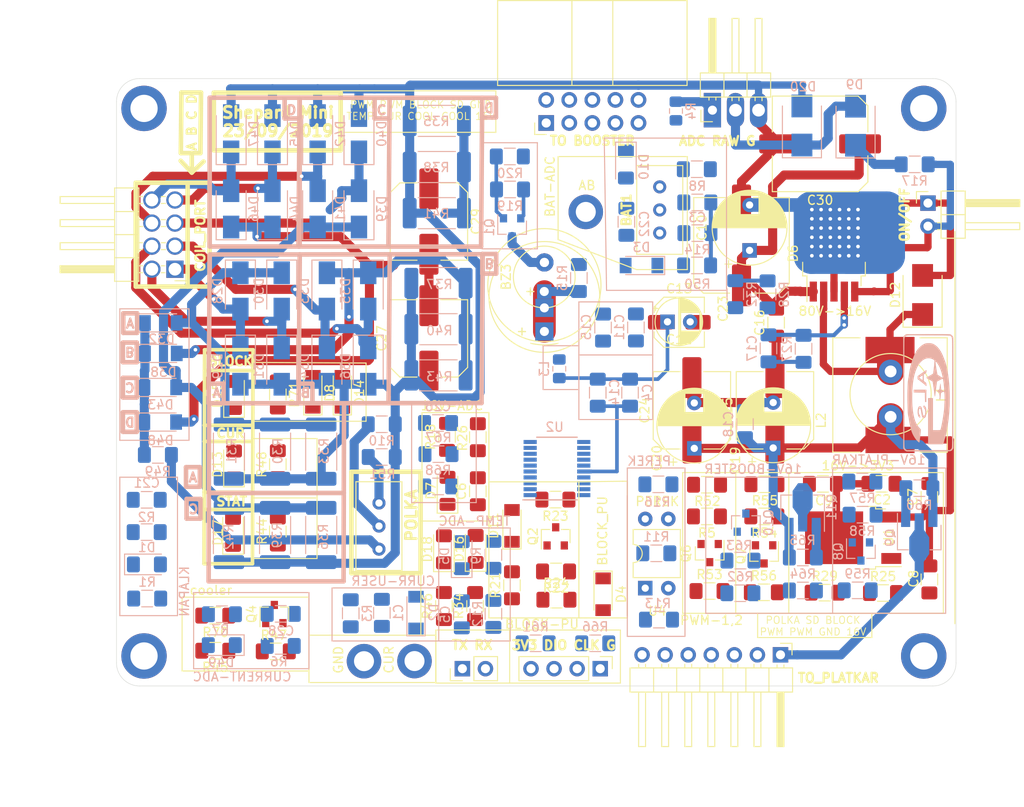
<source format=kicad_pcb>
(kicad_pcb (version 20171130) (host pcbnew "(5.1.4-0-10_14)")
  (title_block (title Shepard) (date 2019-07-27) (rev 3.0) (company "GALS-S Pp") (comment 1 "Nick Nifontov") (comment 2 http://www.leoton.ua/) (comment 3 3318798@gmail.com) (comment 4 "for FORT/T/XT"))
  (layers (0 F.Cu signal) (31 B.Cu signal) (34 B.Paste user) (35 F.Paste user) (36 B.SilkS user) (37 F.SilkS user) (38 B.Mask user) (39 F.Mask user) (44 Edge.Cuts user))
  (net 0 "")
  (net 1 +48V)
  (net 2 CURRENT)
  (net 3 KLAPAN_COMP)
  (net 4 AB)
  (net 5 "Net-(BZ1-Pad2)")
  (net 6 TEMP_ADC)
  (net 7 +3V3)
  (net 8 +15V)
  (net 9 "Net-(Q2-Pad1)")
  (net 10 "Net-(D17-Pad2)")
  (net 11 AB_RAW)
  (net 12 "Net-(BAT1-Pad1)")
  (net 13 "Net-(BAT1-Pad3)")
  (net 14 "Net-(C22-Pad2)")
  (net 15 POLKA_TO_PU_READY)
  (net 16 "Net-(D11-Pad2)")
  (net 17 PWM1)
  (net 18 PWM2)
  (net 19 to_COOLER_INFO)
  (net 20 COIL1_A)
  (net 21 COIL1_B)
  (net 22 COIL2_A)
  (net 23 COIL2_B)
  (net 24 COIL3_A)
  (net 25 COIL3_B)
  (net 26 COIL4_A)
  (net 27 COIL4_B)
  (net 28 COIL1_B_OUT)
  (net 29 COIL1_A_OUT)
  (net 30 POLKA_SUMATOR)
  (net 31 COIL2_A_OUT)
  (net 32 COIL3_A_OUT)
  (net 33 COIL4_A_OUT)
  (net 34 "Net-(CURRENT2-Pad1)")
  (net 35 "Net-(CURRENT2-Pad3)")
  (net 36 PWM2-OUT)
  (net 37 "Net-(Q6-Pad1)")
  (net 38 "Net-(Q7-Pad1)")
  (net 39 PWM1-OUT)
  (net 40 BLOCK_PORT)
  (net 41 15V1_OK)
  (net 42 15V2_OK)
  (net 43 "Net-(Q8-Pad1)")
  (net 44 "Net-(Q8-Pad3)")
  (net 45 "Net-(Q9-Pad1)")
  (net 46 "Net-(Q10-Pad1)")
  (net 47 "Net-(Q10-Pad3)")
  (net 48 "Net-(Q11-Pad1)")
  (net 49 BLOCK_PU)
  (net 50 TEMP_2)
  (net 51 "Net-(BZ1-Pad1)")
  (net 52 PEREKLUCHALKA)
  (net 53 "Net-(D4-Pad1)")
  (net 54 "Net-(R11-Pad1)")
  (net 55 "Net-(R25-Pad1)")
  (net 56 "Net-(C11-Pad2)")
  (net 57 "Net-(C14-Pad2)")
  (net 58 "Net-(D20-Pad1)")
  (net 59 "Net-(Q1-Pad1)")
  (net 60 16V_ADC)
  (net 61 SD)
  (net 62 XL_FB)
  (net 63 "Net-(D12-Pad1)")
  (net 64 XL_EN)
  (net 65 "Net-(R28-Pad1)")
  (net 66 BUZZER)
  (net 67 LED)
  (net 68 "Net-(D13-Pad2)")
  (net 69 COOLER_1_OUT)
  (net 70 "Net-(Q4-Pad1)")
  (net 71 COOLER_1)
  (net 72 LED_2)
  (net 73 DIO)
  (net 74 CLK)
  (net 75 NRST)
  (net 76 "Net-(R68-Pad2)")
  (net 77 "Net-(C11-Pad1)")
  (net 78 BLOCK_POWER)
  (net 79 "Net-(D14-Pad1)")
  (net 80 BLOCK_PORT_2)
  (net 81 "Net-(D15-Pad2)")
  (net 82 "Net-(J6-Pad1)")
  (net 83 "Net-(J6-Pad2)")
  (module Capacitor_THT:CP_Radial_D8.0mm_P5.00mm (layer F.Cu) (at 176.53 76.882 90)
    (fp_text reference C10 (at 2.5 -5.25 90) (layer F.SilkS))
    (fp_text value "33uf 100V")
    (pad 1 thru_hole rect (at 0 0 90) (size 1.6 1.6) (drill 0.8) (layers *.Cu *.Mask) (net 1 +48V))
    (pad 2 thru_hole circle (at 5 0 90) (size 1.6 1.6) (drill 0.8) (layers *.Cu *.Mask) (net 28 COIL1_B_OUT))
  )
  (module gals-logo:gals-logo (layer B.Cu) (at 196.215 92.583 270)
    (fp_text reference G*** hide)
    (fp_text value LOGO hide)
  )
  (module MountingHole:MountingHole_2.2mm_M2_DIN965_Pad (layer F.Cu) (at 195.707 61.247 180)
    (fp_text reference H1 hide)
    (fp_text value MountingHole)
    (pad 1 thru_hole circle (at 0 0 180) (size 5 5) (drill 3) (layers *.Cu *.Mask) (clearance 2))
  )
  (module MountingHole:MountingHole_2.2mm_M2_DIN965_Pad (layer F.Cu) (at 195.707 121.539 180)
    (fp_text reference H2 hide)
    (fp_text value MountingHole)
    (pad 1 thru_hole circle (at 0 0 180) (size 5 5) (drill 3) (layers *.Cu *.Mask) (clearance 2))
  )
  (module MountingHole:MountingHole_2.2mm_M2_DIN965_Pad (layer F.Cu) (at 109.855 121.539 180)
    (fp_text reference H3 hide)
    (fp_text value MountingHole)
    (pad 1 thru_hole circle (at 0 0 180) (size 5 5) (drill 3) (layers *.Cu *.Mask) (clearance 2))
  )
  (module MountingHole:MountingHole_2.2mm_M2_DIN965_Pad (layer F.Cu) (at 109.855 61.247 180)
    (fp_text reference H4 hide)
    (fp_text value MountingHole)
    (pad 1 thru_hole circle (at 0 0 180) (size 5 5) (drill 3) (layers *.Cu *.Mask))
  )
  (module Connector_PinHeader_2.54mm:PinHeader_1x03_P2.54mm_Horizontal (layer F.Cu) (at 172.43856 61.44006 90)
    (fp_text reference J1 hide)
    (fp_text value "ADC RAW G" (at -3.39344 0.53544 180) (layer F.SilkS) (effects (font (thickness 0.25))))
    (pad 1 thru_hole rect (at 0 0 90) (size 3.8 1.9) (drill 1) (layers *.Cu *.Mask) (net 11 AB_RAW))
    (pad 2 thru_hole oval (at 0 2.54 90) (size 3.8 1.9) (drill 1.4) (layers *.Cu *.Mask) (net 58 "Net-(D20-Pad1)"))
    (pad 3 thru_hole oval (at 0 5.08 90) (size 3.8 1.9) (drill 1.4) (layers *.Cu *.Mask) (net 28 COIL1_B_OUT))
  )
  (module Connector_PinHeader_2.54mm:PinHeader_2x04_P2.54mm_Horizontal (layer F.Cu) (at 113.2586 78.95336 180)
    (fp_text reference J2 hide)
    (fp_text value COIL_PORT (at -2.794 3.683 90) (layer F.SilkS) (effects (font (thickness 0.25))))
    (pad 1 thru_hole rect (at 0 0 180) (size 1.9 1.9) (drill 1.4) (layers *.Cu *.Mask) (net 20 COIL1_A))
    (pad 2 thru_hole oval (at 2.54 0 180) (size 1.9 1.9) (drill 1.4) (layers *.Cu *.Mask) (net 21 COIL1_B))
    (pad 3 thru_hole oval (at 0 2.54 180) (size 1.9 1.9) (drill 1.4) (layers *.Cu *.Mask) (net 22 COIL2_A))
    (pad 4 thru_hole oval (at 2.54 2.54 180) (size 1.9 1.9) (drill 1.4) (layers *.Cu *.Mask) (net 23 COIL2_B))
    (pad 5 thru_hole oval (at 0 5.08 180) (size 1.9 1.9) (drill 1.4) (layers *.Cu *.Mask) (net 24 COIL3_A))
    (pad 6 thru_hole oval (at 2.54 5.08 180) (size 1.9 1.9) (drill 1.4) (layers *.Cu *.Mask) (net 25 COIL3_B))
    (pad 7 thru_hole oval (at 0 7.62 180) (size 1.9 1.9) (drill 1.4) (layers *.Cu *.Mask) (net 26 COIL4_A))
    (pad 8 thru_hole oval (at 2.54 7.62 180) (size 1.9 1.9) (drill 1.4) (layers *.Cu *.Mask) (net 27 COIL4_B))
  )
  (module Diode_SMD:D_MiniMELF (layer B.Cu) (at 111.6996 84.85886)
    (fp_text reference D32 (at 0.099 1.778) (layer B.SilkS) (effects (justify mirror)))
    (fp_text value BAS86)
    (pad 1 smd rect (at -1.75 0) (size 1.3 1.7) (layers B.Cu B.Paste B.Mask) (net 30 POLKA_SUMATOR))
    (pad 2 smd rect (at 1.75 0) (size 1.3 1.7) (layers B.Cu B.Paste B.Mask) (net 29 COIL1_A_OUT))
  )
  (module Diode_SMD:D_MiniMELF (layer B.Cu) (at 111.7066 88.22436)
    (fp_text reference D38 (at 0.2895 2.0574) (layer B.SilkS) (effects (justify mirror)))
    (fp_text value BAS86)
    (pad 1 smd rect (at -1.75 0) (size 1.3 1.7) (layers B.Cu B.Paste B.Mask) (net 30 POLKA_SUMATOR))
    (pad 2 smd rect (at 1.75 0) (size 1.3 1.7) (layers B.Cu B.Paste B.Mask) (net 31 COIL2_A_OUT))
  )
  (module Diode_SMD:D_MiniMELF (layer B.Cu) (at 111.6436 91.97136)
    (fp_text reference D43 (at 0.028 1.905) (layer B.SilkS) (effects (justify mirror)))
    (fp_text value BAS86)
    (pad 1 smd rect (at -1.75 0) (size 1.3 1.7) (layers B.Cu B.Paste B.Mask) (net 30 POLKA_SUMATOR))
    (pad 2 smd rect (at 1.75 0) (size 1.3 1.7) (layers B.Cu B.Paste B.Mask) (net 32 COIL3_A_OUT))
  )
  (module Diode_SMD:D_MiniMELF (layer B.Cu) (at 111.6356 95.78136)
    (fp_text reference D48 (at 0.0355 2.032) (layer B.SilkS) (effects (justify mirror)))
    (fp_text value BAS86)
    (pad 1 smd rect (at -1.75 0) (size 1.3 1.7) (layers B.Cu B.Paste B.Mask) (net 30 POLKA_SUMATOR))
    (pad 2 smd rect (at 1.75 0) (size 1.3 1.7) (layers B.Cu B.Paste B.Mask) (net 33 COIL4_A_OUT))
  )
  (module Potentiometer_THT:Potentiometer_Bourns_3296W_Vertical (layer F.Cu) (at 135.7246 109.77636 270)
    (fp_text reference CURRENT2 hide)
    (fp_text value 5K)
    (pad 1 thru_hole circle (at 0 0 270) (size 1.44 1.44) (drill 0.8) (layers *.Cu *.Mask) (net 34 "Net-(CURRENT2-Pad1)"))
    (pad 2 thru_hole circle (at -2.54 0 270) (size 1.44 1.44) (drill 0.8) (layers *.Cu *.Mask) (net 15 POLKA_TO_PU_READY))
    (pad 3 thru_hole circle (at -5.08 0 270) (size 1.44 1.44) (drill 0.8) (layers *.Cu *.Mask) (net 35 "Net-(CURRENT2-Pad3)"))
  )
  (module Resistor_SMD:R_2512_6332Metric_Pad1.52x3.35mm_HandSolder (layer B.Cu) (at 124.2826 99.04136 270)
    (fp_text reference R30 (at -0.0762 -0.301 90) (layer B.SilkS) (effects (justify mirror)))
    (fp_text value 20)
    (pad 1 smd roundrect (at -2.9875 0 270) (size 1.525 3.35) (layers B.Cu B.Paste B.Mask) (roundrect_rratio 0.163934) (net 29 COIL1_A_OUT))
    (pad 2 smd roundrect (at 2.9875 0 270) (size 1.525 3.35) (layers B.Cu B.Paste B.Mask) (roundrect_rratio 0.163934) (net 28 COIL1_B_OUT))
  )
  (module Resistor_SMD:R_2512_6332Metric_Pad1.52x3.35mm_HandSolder (layer B.Cu) (at 119.2026 99.04136 270)
    (fp_text reference R31 (at -0.0762 -0.301 90) (layer B.SilkS) (effects (justify mirror)))
    (fp_text value 20)
    (pad 2 smd roundrect (at 2.9875 0 270) (size 1.525 3.35) (layers B.Cu B.Paste B.Mask) (roundrect_rratio 0.163934) (net 28 COIL1_B_OUT))
    (pad 1 smd roundrect (at -2.9875 0 270) (size 1.525 3.35) (layers B.Cu B.Paste B.Mask) (roundrect_rratio 0.163934) (net 29 COIL1_A_OUT))
  )
  (module Resistor_SMD:R_2512_6332Metric_Pad1.52x3.35mm_HandSolder (layer B.Cu) (at 129.3626 99.04136 270)
    (fp_text reference R33 (at -0.0762 -0.301 90) (layer B.SilkS) (effects (justify mirror)))
    (fp_text value 20)
    (pad 1 smd roundrect (at -2.9875 0 270) (size 1.525 3.35) (layers B.Cu B.Paste B.Mask) (roundrect_rratio 0.163934) (net 29 COIL1_A_OUT))
    (pad 2 smd roundrect (at 2.9875 0 270) (size 1.525 3.35) (layers B.Cu B.Paste B.Mask) (roundrect_rratio 0.163934) (net 28 COIL1_B_OUT))
  )
  (module Resistor_SMD:R_2512_6332Metric_Pad1.52x3.35mm_HandSolder (layer B.Cu) (at 142.0906 62.62116 180)
    (fp_text reference R35 (at 0.0508 -0.047) (layer B.SilkS) (effects (justify mirror)))
    (fp_text value 20)
    (pad 1 smd roundrect (at -2.9875 0 180) (size 1.525 3.35) (layers B.Cu B.Paste B.Mask) (roundrect_rratio 0.163934) (net 33 COIL4_A_OUT))
    (pad 2 smd roundrect (at 2.9875 0 180) (size 1.525 3.35) (layers B.Cu B.Paste B.Mask) (roundrect_rratio 0.163934) (net 28 COIL1_B_OUT))
  )
  (module Resistor_SMD:R_2512_6332Metric_Pad1.52x3.35mm_HandSolder (layer B.Cu) (at 129.3626 108.21736 270)
    (fp_text reference R36 (at 0.2032 -0.2286 270) (layer B.SilkS) (effects (justify mirror)))
    (fp_text value 20)
    (pad 2 smd roundrect (at 2.9875 0 270) (size 1.525 3.35) (layers B.Cu B.Paste B.Mask) (roundrect_rratio 0.163934) (net 28 COIL1_B_OUT))
    (pad 1 smd roundrect (at -2.9875 0 270) (size 1.525 3.35) (layers B.Cu B.Paste B.Mask) (roundrect_rratio 0.163934) (net 32 COIL3_A_OUT))
  )
  (module Resistor_SMD:R_2512_6332Metric_Pad1.52x3.35mm_HandSolder (layer B.Cu) (at 142.2756 80.47736 180)
    (fp_text reference R37 (at -0.1016 -0.1486 180) (layer B.SilkS) (effects (justify mirror)))
    (fp_text value 20)
    (pad 1 smd roundrect (at -2.9875 0 180) (size 1.525 3.35) (layers B.Cu B.Paste B.Mask) (roundrect_rratio 0.163934) (net 31 COIL2_A_OUT))
    (pad 2 smd roundrect (at 2.9875 0 180) (size 1.525 3.35) (layers B.Cu B.Paste B.Mask) (roundrect_rratio 0.163934) (net 28 COIL1_B_OUT))
  )
  (module Resistor_SMD:R_2512_6332Metric_Pad1.52x3.35mm_HandSolder (layer B.Cu) (at 142.0906 67.70116 180)
    (fp_text reference R38 (at 0.0508 -0.047) (layer B.SilkS) (effects (justify mirror)))
    (fp_text value 20)
    (pad 2 smd roundrect (at 2.9875 0 180) (size 1.525 3.35) (layers B.Cu B.Paste B.Mask) (roundrect_rratio 0.163934) (net 28 COIL1_B_OUT))
    (pad 1 smd roundrect (at -2.9875 0 180) (size 1.525 3.35) (layers B.Cu B.Paste B.Mask) (roundrect_rratio 0.163934) (net 33 COIL4_A_OUT))
  )
  (module Resistor_SMD:R_2512_6332Metric_Pad1.52x3.35mm_HandSolder (layer B.Cu) (at 124.2826 108.21736 270)
    (fp_text reference R39 (at 0.0097 -0.2286 270) (layer B.SilkS) (effects (justify mirror)))
    (fp_text value 20)
    (pad 1 smd roundrect (at -2.9875 0 270) (size 1.525 3.35) (layers B.Cu B.Paste B.Mask) (roundrect_rratio 0.163934) (net 32 COIL3_A_OUT))
    (pad 2 smd roundrect (at 2.9875 0 270) (size 1.525 3.35) (layers B.Cu B.Paste B.Mask) (roundrect_rratio 0.163934) (net 28 COIL1_B_OUT))
  )
  (module Resistor_SMD:R_2512_6332Metric_Pad1.52x3.35mm_HandSolder (layer B.Cu) (at 142.2756 85.55736 180)
    (fp_text reference R40 (at -0.1016 -0.1486 180) (layer B.SilkS) (effects (justify mirror)))
    (fp_text value 20)
    (pad 1 smd roundrect (at -2.9875 0 180) (size 1.525 3.35) (layers B.Cu B.Paste B.Mask) (roundrect_rratio 0.163934) (net 31 COIL2_A_OUT))
    (pad 2 smd roundrect (at 2.9875 0 180) (size 1.525 3.35) (layers B.Cu B.Paste B.Mask) (roundrect_rratio 0.163934) (net 28 COIL1_B_OUT))
  )
  (module Resistor_SMD:R_2512_6332Metric_Pad1.52x3.35mm_HandSolder (layer B.Cu) (at 142.0906 72.78116 180)
    (fp_text reference R41 (at 0.0508 -0.047) (layer B.SilkS) (effects (justify mirror)))
    (fp_text value 20)
    (pad 1 smd roundrect (at -2.9875 0 180) (size 1.525 3.35) (layers B.Cu B.Paste B.Mask) (roundrect_rratio 0.163934) (net 33 COIL4_A_OUT))
    (pad 2 smd roundrect (at 2.9875 0 180) (size 1.525 3.35) (layers B.Cu B.Paste B.Mask) (roundrect_rratio 0.163934) (net 28 COIL1_B_OUT))
  )
  (module Resistor_SMD:R_2512_6332Metric_Pad1.52x3.35mm_HandSolder (layer B.Cu) (at 119.2026 108.21736 270)
    (fp_text reference R42 (at 0.2032 0.0254 270) (layer B.SilkS) (effects (justify mirror)))
    (fp_text value 20)
    (pad 2 smd roundrect (at 2.9875 0 270) (size 1.525 3.35) (layers B.Cu B.Paste B.Mask) (roundrect_rratio 0.163934) (net 28 COIL1_B_OUT))
    (pad 1 smd roundrect (at -2.9875 0 270) (size 1.525 3.35) (layers B.Cu B.Paste B.Mask) (roundrect_rratio 0.163934) (net 32 COIL3_A_OUT))
  )
  (module Resistor_SMD:R_2512_6332Metric_Pad1.52x3.35mm_HandSolder (layer B.Cu) (at 142.2756 90.63736 180)
    (fp_text reference R43 (at -0.1016 -0.1486 180) (layer B.SilkS) (effects (justify mirror)))
    (fp_text value 20)
    (pad 2 smd roundrect (at 2.9875 0 180) (size 1.525 3.35) (layers B.Cu B.Paste B.Mask) (roundrect_rratio 0.163934) (net 28 COIL1_B_OUT))
    (pad 1 smd roundrect (at -2.9875 0 180) (size 1.525 3.35) (layers B.Cu B.Paste B.Mask) (roundrect_rratio 0.163934) (net 31 COIL2_A_OUT))
  )
  (module Diode_SMD:D_SMA (layer B.Cu) (at 120.4656 81.34476 270)
    (fp_text reference D28 (at 0 2.5 90) (layer B.SilkS) (effects (justify mirror)))
    (fp_text value US1B)
    (pad 1 smd rect (at -2 0 270) (size 2.5 1.8) (layers B.Cu B.Paste B.Mask) (net 29 COIL1_A_OUT))
    (pad 2 smd rect (at 2 0 270) (size 2.5 1.8) (layers B.Cu B.Paste B.Mask) (net 20 COIL1_A))
  )
  (module Diode_SMD:D_SMA (layer B.Cu) (at 120.4656 89.61676 270)
    (fp_text reference D29 (at 0 2.5 90) (layer B.SilkS) (effects (justify mirror)))
    (fp_text value US1B)
    (pad 1 smd rect (at -2 0 270) (size 2.5 1.8) (layers B.Cu B.Paste B.Mask) (net 20 COIL1_A))
    (pad 2 smd rect (at 2 0 270) (size 2.5 1.8) (layers B.Cu B.Paste B.Mask) (net 28 COIL1_B_OUT))
  )
  (module Diode_SMD:D_SMA (layer B.Cu) (at 125.0156 81.34476 270)
    (fp_text reference D30 (at 0 2.5 90) (layer B.SilkS) (effects (justify mirror)))
    (fp_text value US1B)
    (pad 2 smd rect (at 2 0 270) (size 2.5 1.8) (layers B.Cu B.Paste B.Mask) (net 21 COIL1_B))
    (pad 1 smd rect (at -2 0 270) (size 2.5 1.8) (layers B.Cu B.Paste B.Mask) (net 29 COIL1_A_OUT))
  )
  (module Diode_SMD:D_SMA (layer B.Cu) (at 125.0156 89.61676 270)
    (fp_text reference D31 (at 0 2.5 90) (layer B.SilkS) (effects (justify mirror)))
    (fp_text value US1B)
    (pad 2 smd rect (at 2 0 270) (size 2.5 1.8) (layers B.Cu B.Paste B.Mask) (net 28 COIL1_B_OUT))
    (pad 1 smd rect (at -2 0 270) (size 2.5 1.8) (layers B.Cu B.Paste B.Mask) (net 21 COIL1_B))
  )
  (module Diode_SMD:D_SMA (layer B.Cu) (at 129.9906 81.34476 270)
    (fp_text reference D33 (at 0 2.5 90) (layer B.SilkS) (effects (justify mirror)))
    (fp_text value US1B)
    (pad 1 smd rect (at -2 0 270) (size 2.5 1.8) (layers B.Cu B.Paste B.Mask) (net 31 COIL2_A_OUT))
    (pad 2 smd rect (at 2 0 270) (size 2.5 1.8) (layers B.Cu B.Paste B.Mask) (net 22 COIL2_A))
  )
  (module Diode_SMD:D_SMA (layer B.Cu) (at 129.9906 89.61676 270)
    (fp_text reference D34 (at 0 2.5 90) (layer B.SilkS) (effects (justify mirror)))
    (fp_text value US1B)
    (pad 1 smd rect (at -2 0 270) (size 2.5 1.8) (layers B.Cu B.Paste B.Mask) (net 22 COIL2_A))
    (pad 2 smd rect (at 2 0 270) (size 2.5 1.8) (layers B.Cu B.Paste B.Mask) (net 28 COIL1_B_OUT))
  )
  (module Diode_SMD:D_SMA (layer B.Cu) (at 134.5406 81.34476 270)
    (fp_text reference D35 (at 0 2.5 90) (layer B.SilkS) (effects (justify mirror)))
    (fp_text value US1B)
    (pad 2 smd rect (at 2 0 270) (size 2.5 1.8) (layers B.Cu B.Paste B.Mask) (net 23 COIL2_B))
    (pad 1 smd rect (at -2 0 270) (size 2.5 1.8) (layers B.Cu B.Paste B.Mask) (net 31 COIL2_A_OUT))
  )
  (module Diode_SMD:D_SMA (layer B.Cu) (at 134.5406 89.61676 270)
    (fp_text reference D36 (at 0 2.5 90) (layer B.SilkS) (effects (justify mirror)))
    (fp_text value US1B)
    (pad 2 smd rect (at 2 0 270) (size 2.5 1.8) (layers B.Cu B.Paste B.Mask) (net 28 COIL1_B_OUT))
    (pad 1 smd rect (at -2 0 270) (size 2.5 1.8) (layers B.Cu B.Paste B.Mask) (net 23 COIL2_B))
  )
  (module Diode_SMD:D_SMA (layer B.Cu) (at 133.5216 72.30746 90)
    (fp_text reference D39 (at 0 2.5 270) (layer B.SilkS) (effects (justify mirror)))
    (fp_text value US1B)
    (pad 2 smd rect (at 2 0 90) (size 2.5 1.8) (layers B.Cu B.Paste B.Mask) (net 24 COIL3_A))
    (pad 1 smd rect (at -2 0 90) (size 2.5 1.8) (layers B.Cu B.Paste B.Mask) (net 32 COIL3_A_OUT))
  )
  (module Diode_SMD:D_SMA (layer B.Cu) (at 133.5216 64.03546 90)
    (fp_text reference D40 (at 0 2.5 270) (layer B.SilkS) (effects (justify mirror)))
    (fp_text value US1B)
    (pad 2 smd rect (at 2 0 90) (size 2.5 1.8) (layers B.Cu B.Paste B.Mask) (net 28 COIL1_B_OUT))
    (pad 1 smd rect (at -2 0 90) (size 2.5 1.8) (layers B.Cu B.Paste B.Mask) (net 24 COIL3_A))
  )
  (module Diode_SMD:D_SMA (layer B.Cu) (at 128.9716 72.30746 90)
    (fp_text reference D41 (at 0 2.5 270) (layer B.SilkS) (effects (justify mirror)))
    (fp_text value US1B)
    (pad 1 smd rect (at -2 0 90) (size 2.5 1.8) (layers B.Cu B.Paste B.Mask) (net 32 COIL3_A_OUT))
    (pad 2 smd rect (at 2 0 90) (size 2.5 1.8) (layers B.Cu B.Paste B.Mask) (net 25 COIL3_B))
  )
  (module Diode_SMD:D_SMA (layer B.Cu) (at 128.9716 64.03546 90)
    (fp_text reference D42 (at 0 2.5 270) (layer B.SilkS) (effects (justify mirror)))
    (fp_text value US1B)
    (pad 1 smd rect (at -2 0 90) (size 2.5 1.8) (layers B.Cu B.Paste B.Mask) (net 25 COIL3_B))
    (pad 2 smd rect (at 2 0 90) (size 2.5 1.8) (layers B.Cu B.Paste B.Mask) (net 28 COIL1_B_OUT))
  )
  (module Diode_SMD:D_SMA (layer B.Cu) (at 123.9966 72.30746 90)
    (fp_text reference D44 (at 0 2.5 270) (layer B.SilkS) (effects (justify mirror)))
    (fp_text value US1B)
    (pad 1 smd rect (at -2 0 90) (size 2.5 1.8) (layers B.Cu B.Paste B.Mask) (net 33 COIL4_A_OUT))
    (pad 2 smd rect (at 2 0 90) (size 2.5 1.8) (layers B.Cu B.Paste B.Mask) (net 26 COIL4_A))
  )
  (module Diode_SMD:D_SMA (layer B.Cu) (at 123.9966 64.03546 90)
    (fp_text reference D45 (at 0 2.5 270) (layer B.SilkS) (effects (justify mirror)))
    (fp_text value US1B)
    (pad 1 smd rect (at -2 0 90) (size 2.5 1.8) (layers B.Cu B.Paste B.Mask) (net 26 COIL4_A))
    (pad 2 smd rect (at 2 0 90) (size 2.5 1.8) (layers B.Cu B.Paste B.Mask) (net 28 COIL1_B_OUT))
  )
  (module Diode_SMD:D_SMA (layer B.Cu) (at 119.4466 72.30746 90)
    (fp_text reference D46 (at 0 2.5 270) (layer B.SilkS) (effects (justify mirror)))
    (fp_text value US1B)
    (pad 2 smd rect (at 2 0 90) (size 2.5 1.8) (layers B.Cu B.Paste B.Mask) (net 27 COIL4_B))
    (pad 1 smd rect (at -2 0 90) (size 2.5 1.8) (layers B.Cu B.Paste B.Mask) (net 33 COIL4_A_OUT))
  )
  (module Diode_SMD:D_SMA (layer B.Cu) (at 119.4466 64.03546 90)
    (fp_text reference D47 (at 0 2.5 270) (layer B.SilkS) (effects (justify mirror)))
    (fp_text value US1B)
    (pad 2 smd rect (at 2 0 90) (size 2.5 1.8) (layers B.Cu B.Paste B.Mask) (net 28 COIL1_B_OUT))
    (pad 1 smd rect (at -2 0 90) (size 2.5 1.8) (layers B.Cu B.Paste B.Mask) (net 27 COIL4_B))
  )
  (module Resistor_SMD:R_1206_3216Metric_Pad1.42x1.75mm_HandSolder (layer B.Cu) (at 111.3806 99.40036)
    (fp_text reference R49 (at 0 1.82) (layer B.SilkS) (effects (justify mirror)))
    (fp_text value 20K)
    (pad 2 smd roundrect (at 1.4875 0) (size 1.425 1.75) (layers B.Cu B.Paste B.Mask) (roundrect_rratio 0.175439) (net 34 "Net-(CURRENT2-Pad1)"))
    (pad 1 smd roundrect (at -1.4875 0) (size 1.425 1.75) (layers B.Cu B.Paste B.Mask) (roundrect_rratio 0.175439) (net 30 POLKA_SUMATOR))
  )
  (module Resistor_SMD:R_1206_3216Metric_Pad1.42x1.75mm_HandSolder (layer B.Cu) (at 136.0276 99.62936)
    (fp_text reference R51 (at 0.0651 1.8796) (layer B.SilkS) (effects (justify mirror)))
    (fp_text value 100)
    (pad 1 smd roundrect (at -1.4875 0) (size 1.425 1.75) (layers B.Cu B.Paste B.Mask) (roundrect_rratio 0.175439) (net 35 "Net-(CURRENT2-Pad3)"))
    (pad 2 smd roundrect (at 1.4875 0) (size 1.425 1.75) (layers B.Cu B.Paste B.Mask) (roundrect_rratio 0.175439) (net 28 COIL1_B_OUT))
  )
  (module Resistor_SMD:R_1206_3216Metric_Pad1.42x1.75mm_HandSolder (layer B.Cu) (at 136.0276 96.02236)
    (fp_text reference R10 (at 0 1.82) (layer B.SilkS) (effects (justify mirror)))
    (fp_text value 100k)
    (pad 1 smd roundrect (at -1.4875 0) (size 1.425 1.75) (layers B.Cu B.Paste B.Mask) (roundrect_rratio 0.175439) (net 15 POLKA_TO_PU_READY))
    (pad 2 smd roundrect (at 1.4875 0) (size 1.425 1.75) (layers B.Cu B.Paste B.Mask) (roundrect_rratio 0.175439) (net 28 COIL1_B_OUT))
  )
  (module Potentiometer_THT:Potentiometer_Bourns_3296W_Vertical (layer F.Cu) (at 166.63416 69.88556 90)
    (fp_text reference BAT1 (at -2.54 -3.66 90) (layer F.SilkS) (effects (font (thickness 0.25))))
    (fp_text value 5K)
    (pad 1 thru_hole circle (at 0 0 90) (size 1.44 1.44) (drill 0.8) (layers *.Cu *.Mask) (net 12 "Net-(BAT1-Pad1)"))
    (pad 2 thru_hole circle (at -2.54 0 90) (size 1.44 1.44) (drill 0.8) (layers *.Cu *.Mask) (net 4 AB))
    (pad 3 thru_hole circle (at -5.08 0 90) (size 1.44 1.44) (drill 0.8) (layers *.Cu *.Mask) (net 13 "Net-(BAT1-Pad3)"))
  )
  (module Buzzer_Beeper:Buzzer_12x9.5RM7.6 (layer F.Cu) (at 153.9367 85.8066 90)
    (fp_text reference BZ1 hide)
    (fp_text value Buzzer)
    (fp_text user + (at -0.01 -2.54 90) (layer F.SilkS))
    (pad 1 thru_hole rect (at 0 0 90) (size 2 2) (drill 1) (layers *.Cu *.Mask) (net 51 "Net-(BZ1-Pad1)"))
    (pad 2 thru_hole circle (at 7.6 0 90) (size 2 2) (drill 1) (layers *.Cu *.Mask) (net 5 "Net-(BZ1-Pad2)"))
  )
  (module Buzzer_Beeper:Buzzer_TDK_PS1240P02BT_D12.2mm_H6.5mm (layer F.Cu) (at 153.936301 83.209468 90)
    (fp_text reference BZ2 hide)
    (fp_text value Buzzer)
    (pad 1 thru_hole rect (at 0 0 90) (size 2 2) (drill 1) (layers *.Cu *.Mask) (net 51 "Net-(BZ1-Pad1)"))
    (pad 2 thru_hole circle (at 5.002868 0.000399 90) (size 2 2) (drill 1) (layers *.Cu *.Mask) (net 5 "Net-(BZ1-Pad2)"))
  )
  (module Buzzer_Beeper:MagneticBuzzer_Kingstate_KCG0601 (layer F.Cu) (at 153.924 81.407 90)
    (fp_text reference BZ3 (at 1.6 -4.2 90) (layer F.SilkS))
    (fp_text value Buzzer)
    (fp_text user + (at 0 -1.6 90) (layer F.SilkS))
    (pad 1 thru_hole rect (at 0 0 90) (size 1.6 1.6) (drill 1) (layers *.Cu *.Mask) (net 51 "Net-(BZ1-Pad1)"))
    (pad 2 thru_hole circle (at 3.2004 0.0127 90) (size 1.6 1.6) (drill 1) (layers *.Cu *.Mask) (net 5 "Net-(BZ1-Pad2)"))
  )
  (module Capacitor_SMD:C_1206_3216Metric_Pad1.42x1.75mm_HandSolder (layer B.Cu) (at 136.0424 116.7892 90)
    (fp_text reference C1 (at 0 1.82 90) (layer B.SilkS) (effects (justify mirror)))
    (fp_text value 0.1uf)
    (pad 1 smd roundrect (at -1.4875 0 90) (size 1.425 1.75) (layers B.Cu B.Paste B.Mask) (roundrect_rratio 0.175439) (net 28 COIL1_B_OUT))
    (pad 2 smd roundrect (at 1.4875 0 90) (size 1.425 1.75) (layers B.Cu B.Paste B.Mask) (roundrect_rratio 0.175439) (net 19 to_COOLER_INFO))
  )
  (module Capacitor_SMD:C_1206_3216Metric_Pad1.42x1.75mm_HandSolder (layer B.Cu) (at 170.77436 71.60006)
    (fp_text reference C3 (at 0 1.651) (layer B.SilkS) (effects (justify mirror)))
    (fp_text value 0.1uf)
    (pad 1 smd roundrect (at -1.4875 0) (size 1.425 1.75) (layers B.Cu B.Paste B.Mask) (roundrect_rratio 0.175439) (net 4 AB))
    (pad 2 smd roundrect (at 1.4875 0) (size 1.425 1.75) (layers B.Cu B.Paste B.Mask) (roundrect_rratio 0.175439) (net 28 COIL1_B_OUT))
  )
  (module Capacitor_SMD:C_1206_3216Metric_Pad1.42x1.75mm_HandSolder (layer B.Cu) (at 144.8435 116.9543 270)
    (fp_text reference C5 (at 0 1.82 270) (layer B.SilkS) (effects (justify mirror)))
    (fp_text value 0.1uf)
    (pad 2 smd roundrect (at 1.4875 0 270) (size 1.425 1.75) (layers B.Cu B.Paste B.Mask) (roundrect_rratio 0.175439) (net 28 COIL1_B_OUT))
    (pad 1 smd roundrect (at -1.4875 0 270) (size 1.425 1.75) (layers B.Cu B.Paste B.Mask) (roundrect_rratio 0.175439) (net 6 TEMP_ADC))
  )
  (module Capacitor_SMD:C_1206_3216Metric_Pad1.42x1.75mm_HandSolder (layer F.Cu) (at 196.3293 104.0384 90)
    (fp_text reference C7 (at 0 -1.82 90) (layer F.SilkS))
    (fp_text value 10uf)
    (pad 1 smd roundrect (at -1.4875 0 90) (size 1.425 1.75) (layers F.Cu F.Paste F.Mask) (roundrect_rratio 0.175439) (net 8 +15V))
    (pad 2 smd roundrect (at 1.4875 0 90) (size 1.425 1.75) (layers F.Cu F.Paste F.Mask) (roundrect_rratio 0.175439) (net 28 COIL1_B_OUT))
  )
  (module Capacitor_SMD:C_1206_3216Metric_Pad1.42x1.75mm_HandSolder (layer F.Cu) (at 196.3293 113.1078 90)
    (fp_text reference C8 (at 0.0762 -1.7399 90) (layer F.SilkS))
    (fp_text value 0.1uf)
    (pad 2 smd roundrect (at 1.4875 0 90) (size 1.425 1.75) (layers F.Cu F.Paste F.Mask) (roundrect_rratio 0.175439) (net 8 +15V))
    (pad 1 smd roundrect (at -1.4875 0 90) (size 1.425 1.75) (layers F.Cu F.Paste F.Mask) (roundrect_rratio 0.175439) (net 28 COIL1_B_OUT))
  )
  (module Capacitor_SMD:C_1206_3216Metric_Pad1.42x1.75mm_HandSolder (layer F.Cu) (at 184.6072 102.5906)
    (fp_text reference C9 (at 0.1143 1.8288) (layer F.SilkS))
    (fp_text value 0.1uf)
    (pad 1 smd roundrect (at -1.4875 0) (size 1.425 1.75) (layers F.Cu F.Paste F.Mask) (roundrect_rratio 0.175439) (net 28 COIL1_B_OUT))
    (pad 2 smd roundrect (at 1.4875 0) (size 1.425 1.75) (layers F.Cu F.Paste F.Mask) (roundrect_rratio 0.175439) (net 7 +3V3))
  )
  (module Capacitor_SMD:C_1206_3216Metric_Pad1.42x1.75mm_HandSolder (layer B.Cu) (at 110.1487 104.3432)
    (fp_text reference C21 (at 0 -1.8542) (layer B.SilkS) (effects (justify mirror)))
    (fp_text value 100pf)
    (pad 1 smd roundrect (at -1.4875 0) (size 1.425 1.75) (layers B.Cu B.Paste B.Mask) (roundrect_rratio 0.175439) (net 3 KLAPAN_COMP))
    (pad 2 smd roundrect (at 1.4875 0) (size 1.425 1.75) (layers B.Cu B.Paste B.Mask) (roundrect_rratio 0.175439) (net 28 COIL1_B_OUT))
  )
  (module Capacitor_SMD:C_1206_3216Metric_Pad1.42x1.75mm_HandSolder (layer B.Cu) (at 162.96386 73.73206 270)
    (fp_text reference C22 (at 0.2413 -1.9773 90) (layer B.SilkS) (effects (justify mirror)))
    (fp_text value 0.1uf)
    (pad 2 smd roundrect (at 1.4875 0 270) (size 1.425 1.75) (layers B.Cu B.Paste B.Mask) (roundrect_rratio 0.175439) (net 14 "Net-(C22-Pad2)"))
    (pad 1 smd roundrect (at -1.4875 0 270) (size 1.425 1.75) (layers B.Cu B.Paste B.Mask) (roundrect_rratio 0.175439) (net 28 COIL1_B_OUT))
  )
  (module Capacitor_SMD:C_1206_3216Metric_Pad1.42x1.75mm_HandSolder (layer B.Cu) (at 124.9061 116.9035)
    (fp_text reference C28 (at 0.0365 1.8669 180) (layer B.SilkS) (effects (justify mirror)))
    (fp_text value 0.1uf)
    (pad 2 smd roundrect (at 1.4875 0) (size 1.425 1.75) (layers B.Cu B.Paste B.Mask) (roundrect_rratio 0.175439) (net 28 COIL1_B_OUT))
    (pad 1 smd roundrect (at -1.4875 0) (size 1.425 1.75) (layers B.Cu B.Paste B.Mask) (roundrect_rratio 0.175439) (net 2 CURRENT))
  )
  (module Diode_SMD:D_1206_3216Metric_Pad1.42x1.75mm_HandSolder (layer B.Cu) (at 110.1709 111.4552)
    (fp_text reference D1 (at -0.0111 -1.8669) (layer B.SilkS) (effects (justify mirror)))
    (fp_text value "Zener 4V2")
    (pad 1 smd roundrect (at -1.4875 0) (size 1.425 1.75) (layers B.Cu B.Paste B.Mask) (roundrect_rratio 0.175439) (net 3 KLAPAN_COMP))
    (pad 2 smd roundrect (at 1.4875 0) (size 1.425 1.75) (layers B.Cu B.Paste B.Mask) (roundrect_rratio 0.175439) (net 28 COIL1_B_OUT))
  )
  (module Diode_SMD:D_MiniMELF (layer B.Cu) (at 139.8016 116.7664 90)
    (fp_text reference D2 (at 0.028 1.9685 90) (layer B.SilkS) (effects (justify mirror)))
    (fp_text value BAS86)
    (pad 2 smd rect (at 1.75 0 90) (size 1.3 1.7) (layers B.Cu B.Paste B.Mask) (net 15 POLKA_TO_PU_READY))
    (pad 1 smd rect (at -1.75 0 90) (size 1.3 1.7) (layers B.Cu B.Paste B.Mask) (net 19 to_COOLER_INFO))
  )
  (module Diode_SMD:D_MiniMELF (layer B.Cu) (at 164.63016 78.54696 180)
    (fp_text reference D3 (at 0 2) (layer B.SilkS) (effects (justify mirror)))
    (fp_text value BAS86)
    (pad 1 smd rect (at -1.75 0 180) (size 1.3 1.7) (layers B.Cu B.Paste B.Mask) (net 14 "Net-(C22-Pad2)"))
    (pad 2 smd rect (at 1.75 0 180) (size 1.3 1.7) (layers B.Cu B.Paste B.Mask) (net 4 AB))
  )
  (module Diode_SMD:D_MiniMELF (layer F.Cu) (at 160.401 114.7445 270)
    (fp_text reference D4 (at 0 -2 90) (layer F.SilkS))
    (fp_text value BAS86)
    (pad 2 smd rect (at 1.75 0 270) (size 1.3 1.7) (layers F.Cu F.Paste F.Mask) (net 49 BLOCK_PU))
    (pad 1 smd rect (at -1.75 0 270) (size 1.3 1.7) (layers F.Cu F.Paste F.Mask) (net 53 "Net-(D4-Pad1)"))
  )
  (module Diode_SMD:D_1206_3216Metric_Pad1.42x1.75mm_HandSolder (layer B.Cu) (at 144.8308 110.4408 90)
    (fp_text reference D5 (at -0.0889 -1.9011 270) (layer B.SilkS) (effects (justify mirror)))
    (fp_text value "Zener 4V2")
    (pad 1 smd roundrect (at -1.4875 0 90) (size 1.425 1.75) (layers B.Cu B.Paste B.Mask) (roundrect_rratio 0.175439) (net 6 TEMP_ADC))
    (pad 2 smd roundrect (at 1.4875 0 90) (size 1.425 1.75) (layers B.Cu B.Paste B.Mask) (roundrect_rratio 0.175439) (net 28 COIL1_B_OUT))
  )
  (module Diode_SMD:D_SMB (layer B.Cu) (at 188.19876 63.15456 90)
    (fp_text reference D9 (at 4.5339 -0.1016 180) (layer B.SilkS) (effects (justify mirror)))
    (fp_text value S210)
    (pad 1 smd rect (at -2.15 0 90) (size 2.5 2.3) (layers B.Cu B.Paste B.Mask) (net 1 +48V))
    (pad 2 smd rect (at 2.15 0 90) (size 2.5 2.3) (layers B.Cu B.Paste B.Mask) (net 58 "Net-(D20-Pad1)"))
  )
  (module Diode_SMD:D_1206_3216Metric_Pad1.42x1.75mm_HandSolder (layer B.Cu) (at 162.91306 67.42336 270)
    (fp_text reference D10 (at 0.2413 -1.9773 90) (layer B.SilkS) (effects (justify mirror)))
    (fp_text value "Zener 4V2")
    (pad 1 smd roundrect (at -1.4875 0 270) (size 1.425 1.75) (layers B.Cu B.Paste B.Mask) (roundrect_rratio 0.175439) (net 4 AB))
    (pad 2 smd roundrect (at 1.4875 0 270) (size 1.425 1.75) (layers B.Cu B.Paste B.Mask) (roundrect_rratio 0.175439) (net 28 COIL1_B_OUT))
  )
  (module Diode_SMD:D_MiniMELF (layer F.Cu) (at 150.368 107.216 90)
    (fp_text reference D11 (at 0.028 -2.032 90) (layer F.SilkS))
    (fp_text value BAS86)
    (pad 1 smd rect (at -1.75 0 90) (size 1.3 1.7) (layers F.Cu F.Paste F.Mask) (net 49 BLOCK_PU))
    (pad 2 smd rect (at 1.75 0 90) (size 1.3 1.7) (layers F.Cu F.Paste F.Mask) (net 16 "Net-(D11-Pad2)"))
  )
  (module LED_SMD:LED_1206_3216Metric_Pad1.42x1.75mm_HandSolder (layer F.Cu) (at 119.65686 107.87126 90)
    (fp_text reference D17 (at -0.07874 -1.67386 90) (layer F.SilkS))
    (fp_text value STAT (at 3.35026 -0.14986) (layer F.SilkS) (effects (font (thickness 0.25))))
    (pad 2 smd roundrect (at 1.4875 0 90) (size 1.425 1.75) (layers F.Cu F.Paste F.Mask) (roundrect_rratio 0.175439) (net 10 "Net-(D17-Pad2)"))
    (pad 1 smd roundrect (at -1.4875 0 90) (size 1.425 1.75) (layers F.Cu F.Paste F.Mask) (roundrect_rratio 0.175439) (net 28 COIL1_B_OUT))
  )
  (module Diode_SMD:D_1206_3216Metric_Pad1.42x1.75mm_HandSolder (layer B.Cu) (at 118.4164 120.3452 180)
    (fp_text reference D49 (at 0.0651 -1.8923 180) (layer B.SilkS) (effects (justify mirror)))
    (fp_text value "Zener 4V2")
    (pad 2 smd roundrect (at 1.4875 0 180) (size 1.425 1.75) (layers B.Cu B.Paste B.Mask) (roundrect_rratio 0.175439) (net 28 COIL1_B_OUT))
    (pad 1 smd roundrect (at -1.4875 0 180) (size 1.425 1.75) (layers B.Cu B.Paste B.Mask) (roundrect_rratio 0.175439) (net 2 CURRENT))
  )
  (module MountingHole:MountingHole_2.2mm_M2_DIN965_Pad (layer F.Cu) (at 139.6365 122.0978 90)
    (fp_text reference H5 hide)
    (fp_text value CUR (at 0.1524 -2.815 90) (layer F.SilkS))
    (pad 1 thru_hole circle (at 0 0 90) (size 3.8 3.8) (drill 2.2) (layers *.Cu *.Mask) (net 19 to_COOLER_INFO))
  )
  (module MountingHole:MountingHole_2.2mm_M2_DIN965_Pad (layer F.Cu) (at 134.0739 122.1105 90)
    (fp_text reference H6 hide)
    (fp_text value GND (at 0.1524 -2.815 90) (layer F.SilkS))
    (pad 1 thru_hole circle (at 0 0 90) (size 3.8 3.8) (drill 2.2) (layers *.Cu *.Mask) (net 28 COIL1_B_OUT))
  )
  (module MountingHole:MountingHole_2.2mm_M2_DIN965_Pad (layer F.Cu) (at 158.496 72.644)
    (fp_text reference H8 hide)
    (fp_text value AB (at 0.127 -2.921) (layer F.SilkS))
    (pad 1 thru_hole circle (at 0 0) (size 3.8 3.8) (drill 2.2) (layers *.Cu *.Mask) (net 14 "Net-(C22-Pad2)"))
  )
  (module Connector_PinHeader_2.54mm:PinHeader_1x07_P2.54mm_Horizontal (layer F.Cu) (at 179.9336 121.412 270)
    (fp_text reference J5 hide)
    (fp_text value TO_PLATKAR (at 2.54 -6.3754 180) (layer F.SilkS) (effects (font (thickness 0.25))))
    (pad 1 thru_hole rect (at 0 0 270) (size 1.7 1.7) (drill 1) (layers *.Cu *.Mask) (net 41 15V1_OK))
    (pad 2 thru_hole oval (at 0 2.54 270) (size 1.7 1.7) (drill 1) (layers *.Cu *.Mask) (net 28 COIL1_B_OUT))
    (pad 3 thru_hole oval (at 0 5.08 270) (size 1.7 1.7) (drill 1) (layers *.Cu *.Mask) (net 18 PWM2))
    (pad 4 thru_hole oval (at 0 7.62 270) (size 1.7 1.7) (drill 1) (layers *.Cu *.Mask) (net 17 PWM1))
    (pad 5 thru_hole oval (at 0 10.16 270) (size 1.7 1.7) (drill 1) (layers *.Cu *.Mask) (net 53 "Net-(D4-Pad1)"))
    (pad 6 thru_hole oval (at 0 12.7 270) (size 1.7 1.7) (drill 1) (layers *.Cu *.Mask) (net 52 PEREKLUCHALKA))
    (pad 7 thru_hole oval (at 0 15.24 270) (size 1.7 1.7) (drill 1) (layers *.Cu *.Mask) (net 15 POLKA_TO_PU_READY))
  )
  (module Connector_IDC:IDC-Header_2x05_P2.54mm_Horizontal (layer F.Cu) (at 154.13736 62.84976 90)
    (fp_text reference J8 hide)
    (fp_text value "TO BOOSTER" (at -1.9558 5.08 180) (layer F.SilkS) (effects (font (thickness 0.25))))
    (pad 1 thru_hole rect (at 0 0 90) (size 1.7272 1.7272) (drill 1.016) (layers *.Cu *.Mask) (net 50 TEMP_2))
    (pad 2 thru_hole oval (at 2.54 0 90) (size 1.7272 1.7272) (drill 1.016) (layers *.Cu *.Mask) (net 39 PWM1-OUT))
    (pad 3 thru_hole oval (at 0 2.54 90) (size 1.7272 1.7272) (drill 1.016) (layers *.Cu *.Mask) (net 19 to_COOLER_INFO))
    (pad 4 thru_hole oval (at 2.54 2.54 90) (size 1.7272 1.7272) (drill 1.016) (layers *.Cu *.Mask) (net 36 PWM2-OUT))
    (pad 5 thru_hole oval (at 0 5.08 90) (size 1.7272 1.7272) (drill 1.016) (layers *.Cu *.Mask) (net 69 COOLER_1_OUT))
    (pad 6 thru_hole oval (at 2.54 5.08 90) (size 1.7272 1.7272) (drill 1.016) (layers *.Cu *.Mask) (net 49 BLOCK_PU))
    (pad 7 thru_hole oval (at 0 7.62 90) (size 1.7272 1.7272) (drill 1.016) (layers *.Cu *.Mask) (net 69 COOLER_1_OUT))
    (pad 8 thru_hole oval (at 2.54 7.62 90) (size 1.7272 1.7272) (drill 1.016) (layers *.Cu *.Mask) (net 52 PEREKLUCHALKA))
    (pad 9 thru_hole oval (at 0 10.16 90) (size 1.7272 1.7272) (drill 1.016) (layers *.Cu *.Mask) (net 42 15V2_OK))
    (pad 10 thru_hole oval (at 2.54 10.16 90) (size 1.7272 1.7272) (drill 1.016) (layers *.Cu *.Mask) (net 28 COIL1_B_OUT))
  )
  (module Package_TO_SOT_SMD:SOT-23 (layer B.Cu) (at 150.38324 74.34834 270)
    (fp_text reference Q1 (at 0 2.5 90) (layer B.SilkS) (effects (justify mirror)))
    (fp_text value BC817)
    (pad 1 smd rect (at -1 0.95 270) (size 0.9 0.8) (layers B.Cu B.Paste B.Mask) (net 59 "Net-(Q1-Pad1)"))
    (pad 2 smd rect (at -1 -0.95 270) (size 0.9 0.8) (layers B.Cu B.Paste B.Mask) (net 28 COIL1_B_OUT))
    (pad 3 smd rect (at 1 0 270) (size 0.9 0.8) (layers B.Cu B.Paste B.Mask) (net 5 "Net-(BZ1-Pad2)"))
  )
  (module Package_TO_SOT_SMD:SOT-23 (layer F.Cu) (at 155.1813 108.3691 90)
    (fp_text reference Q2 (at 0 -2.5 90) (layer F.SilkS))
    (fp_text value BC817)
    (pad 1 smd rect (at -1 -0.95 90) (size 0.9 0.8) (layers F.Cu F.Paste F.Mask) (net 9 "Net-(Q2-Pad1)"))
    (pad 2 smd rect (at -1 0.95 90) (size 0.9 0.8) (layers F.Cu F.Paste F.Mask) (net 28 COIL1_B_OUT))
    (pad 3 smd rect (at 1 0 90) (size 0.9 0.8) (layers F.Cu F.Paste F.Mask) (net 16 "Net-(D11-Pad2)"))
  )
  (module Package_TO_SOT_SMD:SOT-23 (layer F.Cu) (at 172.1358 110.2106 270)
    (fp_text reference Q6 (at 0.0381 2.6162 90) (layer F.SilkS))
    (fp_text value BC817)
    (pad 3 smd rect (at 1 0 270) (size 0.9 0.8) (layers F.Cu F.Paste F.Mask) (net 36 PWM2-OUT))
    (pad 2 smd rect (at -1 0.95 270) (size 0.9 0.8) (layers F.Cu F.Paste F.Mask) (net 28 COIL1_B_OUT))
    (pad 1 smd rect (at -1 -0.95 270) (size 0.9 0.8) (layers F.Cu F.Paste F.Mask) (net 37 "Net-(Q6-Pad1)"))
  )
  (module Package_TO_SOT_SMD:SOT-23 (layer F.Cu) (at 178.1302 110.3503 270)
    (fp_text reference Q7 (at 0.1143 2.5781 90) (layer F.SilkS))
    (fp_text value BC817)
    (pad 1 smd rect (at -1 -0.95 270) (size 0.9 0.8) (layers F.Cu F.Paste F.Mask) (net 38 "Net-(Q7-Pad1)"))
    (pad 2 smd rect (at -1 0.95 270) (size 0.9 0.8) (layers F.Cu F.Paste F.Mask) (net 28 COIL1_B_OUT))
    (pad 3 smd rect (at 1 0 270) (size 0.9 0.8) (layers F.Cu F.Paste F.Mask) (net 39 PWM1-OUT))
  )
  (module Package_TO_SOT_SMD:SOT-23 (layer B.Cu) (at 188.7855 110.0328 270)
    (fp_text reference Q8 (at 0 2.5 90) (layer B.SilkS) (effects (justify mirror)))
    (fp_text value BC817)
    (pad 3 smd rect (at 1 0 270) (size 0.9 0.8) (layers B.Cu B.Paste B.Mask) (net 44 "Net-(Q8-Pad3)"))
    (pad 2 smd rect (at -1 -0.95 270) (size 0.9 0.8) (layers B.Cu B.Paste B.Mask) (net 28 COIL1_B_OUT))
    (pad 1 smd rect (at -1 0.95 270) (size 0.9 0.8) (layers B.Cu B.Paste B.Mask) (net 43 "Net-(Q8-Pad1)"))
  )
  (module Package_TO_SOT_SMD:SOT-89-3 (layer B.Cu) (at 195.2117 108.0643 270)
    (fp_text reference Q9 (at 0.45 3.2 90) (layer B.SilkS) (effects (justify mirror)))
    (fp_text value BCX53)
    (pad 2 smd trapezoid (at 2.667 0) (size 1.6 0.85) (rect_delta 0 -0.6) (layers B.Cu B.Paste B.Mask) (net 41 15V1_OK))
    (pad 1 smd rect (at -1.48 1.5) (size 1 1.5) (layers B.Cu B.Paste B.Mask) (net 45 "Net-(Q9-Pad1)"))
    (pad 2 smd rect (at -1.3335 0) (size 1 1.8) (layers B.Cu B.Paste B.Mask) (net 41 15V1_OK))
    (pad 3 smd rect (at -1.48 -1.5) (size 1 1.5) (layers B.Cu B.Paste B.Mask) (net 8 +15V))
    (pad 2 smd rect (at 1.3335 0) (size 2.2 1.84) (layers B.Cu B.Paste B.Mask) (net 41 15V1_OK))
    (pad 2 smd trapezoid (at -0.0762 0 180) (size 1.5 1) (rect_delta 0 -0.7) (layers B.Cu B.Paste B.Mask) (net 41 15V1_OK))
  )
  (module Package_TO_SOT_SMD:SOT-23 (layer B.Cu) (at 176.1236 106.8578 90)
    (fp_text reference Q10 (at 0 2.5 90) (layer B.SilkS) (effects (justify mirror)))
    (fp_text value BC817)
    (pad 1 smd rect (at -1 0.95 90) (size 0.9 0.8) (layers B.Cu B.Paste B.Mask) (net 46 "Net-(Q10-Pad1)"))
    (pad 2 smd rect (at -1 -0.95 90) (size 0.9 0.8) (layers B.Cu B.Paste B.Mask) (net 28 COIL1_B_OUT))
    (pad 3 smd rect (at 1 0 90) (size 0.9 0.8) (layers B.Cu B.Paste B.Mask) (net 47 "Net-(Q10-Pad3)"))
  )
  (module Package_TO_SOT_SMD:SOT-89-3 (layer B.Cu) (at 182.372 105.6005 90)
    (fp_text reference Q11 (at 0.45 3.2 90) (layer B.SilkS) (effects (justify mirror)))
    (fp_text value BCX53)
    (pad 2 smd trapezoid (at -0.0762 0) (size 1.5 1) (rect_delta 0 -0.7) (layers B.Cu B.Paste B.Mask) (net 42 15V2_OK))
    (pad 2 smd rect (at 1.3335 0 180) (size 2.2 1.84) (layers B.Cu B.Paste B.Mask) (net 42 15V2_OK))
    (pad 3 smd rect (at -1.48 -1.5 180) (size 1 1.5) (layers B.Cu B.Paste B.Mask) (net 8 +15V))
    (pad 2 smd rect (at -1.3335 0 180) (size 1 1.8) (layers B.Cu B.Paste B.Mask) (net 42 15V2_OK))
    (pad 1 smd rect (at -1.48 1.5 180) (size 1 1.5) (layers B.Cu B.Paste B.Mask) (net 48 "Net-(Q11-Pad1)"))
    (pad 2 smd trapezoid (at 2.667 0 180) (size 1.6 0.85) (rect_delta 0 -0.6) (layers B.Cu B.Paste B.Mask) (net 42 15V2_OK))
  )
  (module Resistor_SMD:R_0805_2012Metric_Pad1.15x1.40mm_HandSolder (layer B.Cu) (at 168.42486 61.53266 90)
    (fp_text reference R4 (at 0 1.65 90) (layer B.SilkS) (effects (justify mirror)))
    (fp_text value R0)
    (pad 2 smd roundrect (at 1.025 0 90) (size 1.15 1.4) (layers B.Cu B.Paste B.Mask) (roundrect_rratio 0.217391) (net 11 AB_RAW))
    (pad 1 smd roundrect (at -1.025 0 90) (size 1.15 1.4) (layers B.Cu B.Paste B.Mask) (roundrect_rratio 0.217391) (net 1 +48V))
  )
  (module Resistor_SMD:R_1206_3216Metric_Pad1.42x1.75mm_HandSolder (layer B.Cu) (at 157.734 79.9195 270)
    (fp_text reference R15 (at 0 1.82 90) (layer B.SilkS) (effects (justify mirror)))
    (fp_text value 20)
    (pad 1 smd roundrect (at -1.4875 0 270) (size 1.425 1.75) (layers B.Cu B.Paste B.Mask) (roundrect_rratio 0.175439) (net 8 +15V))
    (pad 2 smd roundrect (at 1.4875 0 270) (size 1.425 1.75) (layers B.Cu B.Paste B.Mask) (roundrect_rratio 0.175439) (net 51 "Net-(BZ1-Pad1)"))
  )
  (module Package_TO_SOT_SMD:TO-252-2 (layer F.Cu) (at 187.9346 108.5215 180)
    (fp_text reference U1 (at -3.9243 0.0889 90) (layer F.SilkS))
    (fp_text value LM317_3PinPackage)
    (pad 1 smd rect (at -4.2 -2.28 180) (size 2.2 1.2) (layers F.Cu F.Paste F.Mask) (net 55 "Net-(R25-Pad1)"))
    (pad 3 smd rect (at -4.2 2.28 180) (size 2.2 1.2) (layers F.Cu F.Paste F.Mask) (net 8 +15V))
    (pad 2 smd rect (at 2.1 0 180) (size 6.4 5.8) (layers F.Cu F.Mask) (net 7 +3V3))
  )
  (module Package_SO:TSSOP-20_4.4x6.5mm_P0.65mm (layer B.Cu) (at 155.321 100.9015)
    (fp_text reference U2 (at -0.254 -4.572) (layer B.SilkS) (effects (justify mirror)))
    (fp_text value STM32L031F6Px)
    (pad 1 smd rect (at -2.95 2.925) (size 1.45 0.45) (layers B.Cu B.Paste B.Mask) (net 76 "Net-(R68-Pad2)"))
    (pad 2 smd rect (at -2.95 2.275) (size 1.45 0.45) (layers B.Cu B.Paste B.Mask) (net 61 SD))
    (pad 3 smd rect (at -2.95 1.625) (size 1.45 0.45) (layers B.Cu B.Paste B.Mask) (net 66 BUZZER))
    (pad 4 smd rect (at -2.95 0.975) (size 1.45 0.45) (layers B.Cu B.Paste B.Mask) (net 75 NRST))
    (pad 5 smd rect (at -2.95 0.325) (size 1.45 0.45) (layers B.Cu B.Paste B.Mask) (net 56 "Net-(C11-Pad2)"))
    (pad 6 smd rect (at -2.95 -0.325) (size 1.45 0.45) (layers B.Cu B.Paste B.Mask) (net 2 CURRENT))
    (pad 7 smd rect (at -2.95 -0.975) (size 1.45 0.45) (layers B.Cu B.Paste B.Mask) (net 4 AB))
    (pad 8 smd rect (at -2.95 -1.625) (size 1.45 0.45) (layers B.Cu B.Paste B.Mask) (net 6 TEMP_ADC))
    (pad 9 smd rect (at -2.95 -2.275) (size 1.45 0.45) (layers B.Cu B.Paste B.Mask) (net 3 KLAPAN_COMP))
    (pad 10 smd rect (at -2.95 -2.925) (size 1.45 0.45) (layers B.Cu B.Paste B.Mask) (net 60 16V_ADC))
    (pad 11 smd rect (at 2.95 -2.925) (size 1.45 0.45) (layers B.Cu B.Paste B.Mask) (net 71 COOLER_1))
    (pad 12 smd rect (at 2.95 -2.275) (size 1.45 0.45) (layers B.Cu B.Paste B.Mask) (net 40 BLOCK_PORT))
    (pad 13 smd rect (at 2.95 -1.625) (size 1.45 0.45) (layers B.Cu B.Paste B.Mask) (net 80 BLOCK_PORT_2))
    (pad 14 smd rect (at 2.95 -0.975) (size 1.45 0.45) (layers B.Cu B.Paste B.Mask) (net 78 BLOCK_POWER))
    (pad 15 smd rect (at 2.95 -0.325) (size 1.45 0.45) (layers B.Cu B.Paste B.Mask) (net 28 COIL1_B_OUT))
    (pad 16 smd rect (at 2.95 0.325) (size 1.45 0.45) (layers B.Cu B.Paste B.Mask) (net 57 "Net-(C14-Pad2)"))
    (pad 17 smd rect (at 2.95 0.975) (size 1.45 0.45) (layers B.Cu B.Paste B.Mask) (net 67 LED))
    (pad 18 smd rect (at 2.95 1.625) (size 1.45 0.45) (layers B.Cu B.Paste B.Mask) (net 72 LED_2))
    (pad 19 smd rect (at 2.95 2.275) (size 1.45 0.45) (layers B.Cu B.Paste B.Mask) (net 73 DIO))
    (pad 20 smd rect (at 2.95 2.925) (size 1.45 0.45) (layers B.Cu B.Paste B.Mask) (net 74 CLK))
  )
  (module Package_DIP:DIP-4_W7.62mm (layer F.Cu) (at 165.04158 114.06886 90)
    (fp_text reference U4 (at -2.51714 1.32842 180) (layer F.SilkS))
    (fp_text value PC817)
    (pad 1 thru_hole rect (at 0 0 90) (size 1.6 1.6) (drill 0.8) (layers *.Cu *.Mask) (net 54 "Net-(R11-Pad1)"))
    (pad 3 thru_hole oval (at 7.62 2.54 90) (size 1.6 1.6) (drill 0.8) (layers *.Cu *.Mask) (net 28 COIL1_B_OUT))
    (pad 2 thru_hole oval (at 0 2.54 90) (size 1.6 1.6) (drill 0.8) (layers *.Cu *.Mask) (net 28 COIL1_B_OUT))
    (pad 4 thru_hole oval (at 7.62 0 90) (size 1.6 1.6) (drill 0.8) (layers *.Cu *.Mask) (net 61 SD))
  )
  (module Capacitor_SMD:C_1206_3216Metric_Pad1.42x1.75mm_HandSolder (layer B.Cu) (at 163.36772 92.54584 90)
    (fp_text reference C4 (at 0 1.9089 90) (layer B.SilkS) (effects (justify mirror)))
    (fp_text value 0.1uf)
    (pad 1 smd roundrect (at -1.4875 0 90) (size 1.425 1.75) (layers B.Cu B.Paste B.Mask) (roundrect_rratio 0.175439) (net 57 "Net-(C14-Pad2)"))
    (pad 2 smd roundrect (at 1.4875 0 90) (size 1.425 1.75) (layers B.Cu B.Paste B.Mask) (roundrect_rratio 0.175439) (net 7 +3V3))
  )
  (module Capacitor_SMD:C_1206_3216Metric_Pad1.42x1.75mm_HandSolder (layer B.Cu) (at 164.01542 85.36432 90)
    (fp_text reference C11 (at 0.0254 -1.8122 90) (layer B.SilkS) (effects (justify mirror)))
    (fp_text value 0.1uf)
    (pad 2 smd roundrect (at 1.4875 0 90) (size 1.425 1.75) (layers B.Cu B.Paste B.Mask) (roundrect_rratio 0.175439) (net 56 "Net-(C11-Pad2)"))
    (pad 1 smd roundrect (at -1.4875 0 90) (size 1.425 1.75) (layers B.Cu B.Paste B.Mask) (roundrect_rratio 0.175439) (net 77 "Net-(C11-Pad1)"))
  )
  (module Capacitor_THT:CP_Radial_D5.0mm_P2.50mm (layer F.Cu) (at 167.49014 84.74456)
    (fp_text reference C12 (at 1.2827 1.9431) (layer F.SilkS))
    (fp_text value "10 uf")
    (pad 1 thru_hole rect (at 0 0) (size 1.6 1.6) (drill 0.8) (layers *.Cu *.Mask) (net 7 +3V3))
    (pad 2 thru_hole circle (at 2.5 0) (size 1.6 1.6) (drill 0.8) (layers *.Cu *.Mask) (net 28 COIL1_B_OUT))
  )
  (module Capacitor_SMD:C_Elec_5x5.4 (layer F.Cu) (at 168.79064 84.79536)
    (fp_text reference C13 (at 0 -3.7) (layer F.SilkS))
    (fp_text value "10 uf")
    (pad 1 smd roundrect (at -2.0625 0) (size 2.775 1.6) (layers F.Cu F.Paste F.Mask) (roundrect_rratio 0.15625) (net 7 +3V3))
    (pad 2 smd roundrect (at 2.0625 0) (size 2.775 1.6) (layers F.Cu F.Paste F.Mask) (roundrect_rratio 0.15625) (net 28 COIL1_B_OUT))
  )
  (module Capacitor_SMD:C_1206_3216Metric_Pad1.42x1.75mm_HandSolder (layer B.Cu) (at 159.81172 92.54744 270)
    (fp_text reference C14 (at -0.0635 -1.8415 90) (layer B.SilkS) (effects (justify mirror)))
    (fp_text value 10uf)
    (pad 1 smd roundrect (at -1.4875 0 270) (size 1.425 1.75) (layers B.Cu B.Paste B.Mask) (roundrect_rratio 0.175439) (net 7 +3V3))
    (pad 2 smd roundrect (at 1.4875 0 270) (size 1.425 1.75) (layers B.Cu B.Paste B.Mask) (roundrect_rratio 0.175439) (net 57 "Net-(C14-Pad2)"))
  )
  (module Capacitor_SMD:C_1206_3216Metric_Pad1.42x1.75mm_HandSolder (layer B.Cu) (at 160.39592 85.37702 270)
    (fp_text reference C15 (at -0.0508 1.8415 90) (layer B.SilkS) (effects (justify mirror)))
    (fp_text value 10uf)
    (pad 2 smd roundrect (at 1.4875 0 270) (size 1.425 1.75) (layers B.Cu B.Paste B.Mask) (roundrect_rratio 0.175439) (net 77 "Net-(C11-Pad1)"))
    (pad 1 smd roundrect (at -1.4875 0 270) (size 1.425 1.75) (layers B.Cu B.Paste B.Mask) (roundrect_rratio 0.175439) (net 56 "Net-(C11-Pad2)"))
  )
  (module Diode_SMD:D_SMB (layer B.Cu) (at 182.29326 63.12916 90)
    (fp_text reference D20 (at 4.2799 0.127 180) (layer B.SilkS) (effects (justify mirror)))
    (fp_text value smbj20A)
    (pad 1 smd rect (at -2.15 0 90) (size 2.5 2.3) (layers B.Cu B.Paste B.Mask) (net 58 "Net-(D20-Pad1)"))
    (pad 2 smd rect (at 2.15 0 90) (size 2.5 2.3) (layers B.Cu B.Paste B.Mask) (net 28 COIL1_B_OUT))
  )
  (module Resistor_SMD:R_1206_3216Metric_Pad1.42x1.75mm_HandSolder (layer B.Cu) (at 110.1995 115.2144 180)
    (fp_text reference R1 (at 0 1.82) (layer B.SilkS) (effects (justify mirror)))
    (fp_text value 10k)
    (pad 2 smd roundrect (at 1.4875 0 180) (size 1.425 1.75) (layers B.Cu B.Paste B.Mask) (roundrect_rratio 0.175439) (net 3 KLAPAN_COMP))
    (pad 1 smd roundrect (at -1.4875 0 180) (size 1.425 1.75) (layers B.Cu B.Paste B.Mask) (roundrect_rratio 0.175439) (net 15 POLKA_TO_PU_READY))
  )
  (module Resistor_SMD:R_1206_3216Metric_Pad1.42x1.75mm_HandSolder (layer B.Cu) (at 110.1487 107.8992)
    (fp_text reference R2 (at -0.0111 -1.6383) (layer B.SilkS) (effects (justify mirror)))
    (fp_text value 3.3K)
    (pad 1 smd roundrect (at -1.4875 0) (size 1.425 1.75) (layers B.Cu B.Paste B.Mask) (roundrect_rratio 0.175439) (net 3 KLAPAN_COMP))
    (pad 2 smd roundrect (at 1.4875 0) (size 1.425 1.75) (layers B.Cu B.Paste B.Mask) (roundrect_rratio 0.175439) (net 28 COIL1_B_OUT))
  )
  (module Resistor_SMD:R_1206_3216Metric_Pad1.42x1.75mm_HandSolder (layer B.Cu) (at 124.9045 120.4341 180)
    (fp_text reference R6 (at 0.2032 -1.736 180) (layer B.SilkS) (effects (justify mirror)))
    (fp_text value 10k)
    (pad 2 smd roundrect (at 1.4875 0 180) (size 1.425 1.75) (layers B.Cu B.Paste B.Mask) (roundrect_rratio 0.175439) (net 2 CURRENT))
    (pad 1 smd roundrect (at -1.4875 0 180) (size 1.425 1.75) (layers B.Cu B.Paste B.Mask) (roundrect_rratio 0.175439) (net 15 POLKA_TO_PU_READY))
  )
  (module Resistor_SMD:R_1206_3216Metric_Pad1.42x1.75mm_HandSolder (layer B.Cu) (at 118.4291 116.9416 180)
    (fp_text reference R7 (at 0.154 -1.6891 180) (layer B.SilkS) (effects (justify mirror)))
    (fp_text value 3.3K)
    (pad 1 smd roundrect (at -1.4875 0 180) (size 1.425 1.75) (layers B.Cu B.Paste B.Mask) (roundrect_rratio 0.175439) (net 2 CURRENT))
    (pad 2 smd roundrect (at 1.4875 0 180) (size 1.425 1.75) (layers B.Cu B.Paste B.Mask) (roundrect_rratio 0.175439) (net 28 COIL1_B_OUT))
  )
  (module Resistor_SMD:R_1206_3216Metric_Pad1.42x1.75mm_HandSolder (layer B.Cu) (at 132.6134 116.8384 90)
    (fp_text reference R3 (at 0 1.82 90) (layer B.SilkS) (effects (justify mirror)))
    (fp_text value 10K)
    (pad 1 smd roundrect (at -1.4875 0 90) (size 1.425 1.75) (layers B.Cu B.Paste B.Mask) (roundrect_rratio 0.175439) (net 28 COIL1_B_OUT))
    (pad 2 smd roundrect (at 1.4875 0 90) (size 1.425 1.75) (layers B.Cu B.Paste B.Mask) (roundrect_rratio 0.175439) (net 19 to_COOLER_INFO))
  )
  (module Capacitor_SMD:C_1206_3216Metric_Pad1.42x1.75mm_HandSolder (layer F.Cu) (at 191.0604 102.5779)
    (fp_text reference C2 (at 0.0619 1.7653) (layer F.SilkS))
    (fp_text value 10uf)
    (pad 1 smd roundrect (at -1.4875 0) (size 1.425 1.75) (layers F.Cu F.Paste F.Mask) (roundrect_rratio 0.175439) (net 7 +3V3))
    (pad 2 smd roundrect (at 1.4875 0) (size 1.425 1.75) (layers F.Cu F.Paste F.Mask) (roundrect_rratio 0.175439) (net 28 COIL1_B_OUT))
  )
  (module Resistor_SMD:R_1206_3216Metric_Pad1.42x1.75mm_HandSolder (layer F.Cu) (at 191.2223 114.6048)
    (fp_text reference R25 (at 0 -1.82) (layer F.SilkS))
    (fp_text value 1K8)
    (pad 1 smd roundrect (at -1.4875 0) (size 1.425 1.75) (layers F.Cu F.Paste F.Mask) (roundrect_rratio 0.175439) (net 55 "Net-(R25-Pad1)"))
    (pad 2 smd roundrect (at 1.4875 0) (size 1.425 1.75) (layers F.Cu F.Paste F.Mask) (roundrect_rratio 0.175439) (net 28 COIL1_B_OUT))
  )
  (module Resistor_SMD:R_1206_3216Metric_Pad1.42x1.75mm_HandSolder (layer F.Cu) (at 184.7993 114.5667)
    (fp_text reference R29 (at 0 -1.82) (layer F.SilkS))
    (fp_text value 1K2)
    (pad 2 smd roundrect (at 1.4875 0) (size 1.425 1.75) (layers F.Cu F.Paste F.Mask) (roundrect_rratio 0.175439) (net 55 "Net-(R25-Pad1)"))
    (pad 1 smd roundrect (at -1.4875 0) (size 1.425 1.75) (layers F.Cu F.Paste F.Mask) (roundrect_rratio 0.175439) (net 7 +3V3))
  )
  (module Resistor_SMD:R_1206_3216Metric_Pad1.42x1.75mm_HandSolder (layer F.Cu) (at 171.8326 106.172 180)
    (fp_text reference R5 (at 0 -1.82) (layer F.SilkS))
    (fp_text value 1K)
    (pad 1 smd roundrect (at -1.4875 0 180) (size 1.425 1.75) (layers F.Cu F.Paste F.Mask) (roundrect_rratio 0.175439) (net 37 "Net-(Q6-Pad1)"))
    (pad 2 smd roundrect (at 1.4875 0 180) (size 1.425 1.75) (layers F.Cu F.Paste F.Mask) (roundrect_rratio 0.175439) (net 80 BLOCK_PORT_2))
  )
  (module Resistor_SMD:R_1206_3216Metric_Pad1.42x1.75mm_HandSolder (layer F.Cu) (at 171.8453 102.6795)
    (fp_text reference R52 (at 0.0365 1.8161) (layer F.SilkS))
    (fp_text value 10K)
    (pad 2 smd roundrect (at 1.4875 0) (size 1.425 1.75) (layers F.Cu F.Paste F.Mask) (roundrect_rratio 0.175439) (net 37 "Net-(Q6-Pad1)"))
    (pad 1 smd roundrect (at -1.4875 0) (size 1.425 1.75) (layers F.Cu F.Paste F.Mask) (roundrect_rratio 0.175439) (net 7 +3V3))
  )
  (module Resistor_SMD:R_1206_3216Metric_Pad1.42x1.75mm_HandSolder (layer F.Cu) (at 172.1231 114.3889)
    (fp_text reference R53 (at 0 -1.82) (layer F.SilkS))
    (fp_text value 1K)
    (pad 1 smd roundrect (at -1.4875 0) (size 1.425 1.75) (layers F.Cu F.Paste F.Mask) (roundrect_rratio 0.175439) (net 36 PWM2-OUT))
    (pad 2 smd roundrect (at 1.4875 0) (size 1.425 1.75) (layers F.Cu F.Paste F.Mask) (roundrect_rratio 0.175439) (net 18 PWM2))
  )
  (module Resistor_SMD:R_1206_3216Metric_Pad1.42x1.75mm_HandSolder (layer F.Cu) (at 178.154 106.172 180)
    (fp_text reference R54 (at 0 -1.82) (layer F.SilkS))
    (fp_text value 1K)
    (pad 2 smd roundrect (at 1.4875 0 180) (size 1.425 1.75) (layers F.Cu F.Paste F.Mask) (roundrect_rratio 0.175439) (net 80 BLOCK_PORT_2))
    (pad 1 smd roundrect (at -1.4875 0 180) (size 1.425 1.75) (layers F.Cu F.Paste F.Mask) (roundrect_rratio 0.175439) (net 38 "Net-(Q7-Pad1)"))
  )
  (module Resistor_SMD:R_1206_3216Metric_Pad1.42x1.75mm_HandSolder (layer F.Cu) (at 178.1667 102.6287)
    (fp_text reference R55 (at 0.0524 1.8034) (layer F.SilkS))
    (fp_text value 10K)
    (pad 1 smd roundrect (at -1.4875 0) (size 1.425 1.75) (layers F.Cu F.Paste F.Mask) (roundrect_rratio 0.175439) (net 7 +3V3))
    (pad 2 smd roundrect (at 1.4875 0) (size 1.425 1.75) (layers F.Cu F.Paste F.Mask) (roundrect_rratio 0.175439) (net 38 "Net-(Q7-Pad1)"))
  )
  (module Resistor_SMD:R_1206_3216Metric_Pad1.42x1.75mm_HandSolder (layer F.Cu) (at 178.1032 114.5286)
    (fp_text reference R56 (at 0 -1.82) (layer F.SilkS))
    (fp_text value 1K)
    (pad 2 smd roundrect (at 1.4875 0) (size 1.425 1.75) (layers F.Cu F.Paste F.Mask) (roundrect_rratio 0.175439) (net 17 PWM1))
    (pad 1 smd roundrect (at -1.4875 0) (size 1.425 1.75) (layers F.Cu F.Paste F.Mask) (roundrect_rratio 0.175439) (net 39 PWM1-OUT))
  )
  (module Resistor_SMD:R_1206_3216Metric_Pad1.42x1.75mm_HandSolder (layer B.Cu) (at 188.949 102.3366)
    (fp_text reference R57 (at 0 1.82) (layer B.SilkS) (effects (justify mirror)))
    (fp_text value 1K)
    (pad 2 smd roundrect (at 1.4875 0) (size 1.425 1.75) (layers B.Cu B.Paste B.Mask) (roundrect_rratio 0.175439) (net 78 BLOCK_POWER))
    (pad 1 smd roundrect (at -1.4875 0) (size 1.425 1.75) (layers B.Cu B.Paste B.Mask) (roundrect_rratio 0.175439) (net 43 "Net-(Q8-Pad1)"))
  )
  (module Resistor_SMD:R_1206_3216Metric_Pad1.42x1.75mm_HandSolder (layer B.Cu) (at 188.9744 105.9815 180)
    (fp_text reference R58 (at 0.0365 -1.8034) (layer B.SilkS) (effects (justify mirror)))
    (fp_text value 10K)
    (pad 1 smd roundrect (at -1.4875 0 180) (size 1.425 1.75) (layers B.Cu B.Paste B.Mask) (roundrect_rratio 0.175439) (net 28 COIL1_B_OUT))
    (pad 2 smd roundrect (at 1.4875 0 180) (size 1.425 1.75) (layers B.Cu B.Paste B.Mask) (roundrect_rratio 0.175439) (net 43 "Net-(Q8-Pad1)"))
  )
  (module Resistor_SMD:R_1206_3216Metric_Pad1.42x1.75mm_HandSolder (layer B.Cu) (at 188.4315 114.3127 180)
    (fp_text reference R59 (at 0 1.82) (layer B.SilkS) (effects (justify mirror)))
    (fp_text value 1K)
    (pad 2 smd roundrect (at 1.4875 0 180) (size 1.425 1.75) (layers B.Cu B.Paste B.Mask) (roundrect_rratio 0.175439) (net 44 "Net-(Q8-Pad3)"))
    (pad 1 smd roundrect (at -1.4875 0 180) (size 1.425 1.75) (layers B.Cu B.Paste B.Mask) (roundrect_rratio 0.175439) (net 45 "Net-(Q9-Pad1)"))
  )
  (module Resistor_SMD:R_1206_3216Metric_Pad1.42x1.75mm_HandSolder (layer B.Cu) (at 195.226 103.0605 180)
    (fp_text reference R60 (at 0.0143 -1.8796) (layer B.SilkS) (effects (justify mirror)))
    (fp_text value 1K)
    (pad 1 smd roundrect (at -1.4875 0 180) (size 1.425 1.75) (layers B.Cu B.Paste B.Mask) (roundrect_rratio 0.175439) (net 8 +15V))
    (pad 2 smd roundrect (at 1.4875 0 180) (size 1.425 1.75) (layers B.Cu B.Paste B.Mask) (roundrect_rratio 0.175439) (net 45 "Net-(Q9-Pad1)"))
  )
  (module Resistor_SMD:R_1206_3216Metric_Pad1.42x1.75mm_HandSolder (layer B.Cu) (at 175.514 114.6302 180)
    (fp_text reference R62 (at 0 1.82) (layer B.SilkS) (effects (justify mirror)))
    (fp_text value 1K)
    (pad 1 smd roundrect (at -1.4875 0 180) (size 1.425 1.75) (layers B.Cu B.Paste B.Mask) (roundrect_rratio 0.175439) (net 46 "Net-(Q10-Pad1)"))
    (pad 2 smd roundrect (at 1.4875 0 180) (size 1.425 1.75) (layers B.Cu B.Paste B.Mask) (roundrect_rratio 0.175439) (net 78 BLOCK_POWER))
  )
  (module Resistor_SMD:R_1206_3216Metric_Pad1.42x1.75mm_HandSolder (layer B.Cu) (at 175.5251 111.0361)
    (fp_text reference R63 (at -0.1397 -1.6637) (layer B.SilkS) (effects (justify mirror)))
    (fp_text value 10K)
    (pad 2 smd roundrect (at 1.4875 0) (size 1.425 1.75) (layers B.Cu B.Paste B.Mask) (roundrect_rratio 0.175439) (net 46 "Net-(Q10-Pad1)"))
    (pad 1 smd roundrect (at -1.4875 0) (size 1.425 1.75) (layers B.Cu B.Paste B.Mask) (roundrect_rratio 0.175439) (net 28 COIL1_B_OUT))
  )
  (module Resistor_SMD:R_1206_3216Metric_Pad1.42x1.75mm_HandSolder (layer B.Cu) (at 182.399 114.3254 180)
    (fp_text reference R64 (at 0 1.82) (layer B.SilkS) (effects (justify mirror)))
    (fp_text value 1K)
    (pad 1 smd roundrect (at -1.4875 0 180) (size 1.425 1.75) (layers B.Cu B.Paste B.Mask) (roundrect_rratio 0.175439) (net 48 "Net-(Q11-Pad1)"))
    (pad 2 smd roundrect (at 1.4875 0 180) (size 1.425 1.75) (layers B.Cu B.Paste B.Mask) (roundrect_rratio 0.175439) (net 47 "Net-(Q10-Pad3)"))
  )
  (module Resistor_SMD:R_1206_3216Metric_Pad1.42x1.75mm_HandSolder (layer B.Cu) (at 182.3958 110.6932)
    (fp_text reference R65 (at -0.0365 -1.8923) (layer B.SilkS) (effects (justify mirror)))
    (fp_text value 1K)
    (pad 1 smd roundrect (at -1.4875 0) (size 1.425 1.75) (layers B.Cu B.Paste B.Mask) (roundrect_rratio 0.175439) (net 8 +15V))
    (pad 2 smd roundrect (at 1.4875 0) (size 1.425 1.75) (layers B.Cu B.Paste B.Mask) (roundrect_rratio 0.175439) (net 48 "Net-(Q11-Pad1)"))
  )
  (module Resistor_SMD:R_1206_3216Metric_Pad1.42x1.75mm_HandSolder (layer B.Cu) (at 150.15304 70.17004)
    (fp_text reference R19 (at 0 1.82) (layer B.SilkS) (effects (justify mirror)))
    (fp_text value 1K)
    (pad 1 smd roundrect (at -1.4875 0) (size 1.425 1.75) (layers B.Cu B.Paste B.Mask) (roundrect_rratio 0.175439) (net 59 "Net-(Q1-Pad1)"))
    (pad 2 smd roundrect (at 1.4875 0) (size 1.425 1.75) (layers B.Cu B.Paste B.Mask) (roundrect_rratio 0.175439) (net 28 COIL1_B_OUT))
  )
  (module Resistor_SMD:R_1206_3216Metric_Pad1.42x1.75mm_HandSolder (layer B.Cu) (at 150.13084 66.53784 180)
    (fp_text reference R20 (at -0.0238 -1.8542) (layer B.SilkS) (effects (justify mirror)))
    (fp_text value 1K)
    (pad 2 smd roundrect (at 1.4875 0 180) (size 1.425 1.75) (layers B.Cu B.Paste B.Mask) (roundrect_rratio 0.175439) (net 59 "Net-(Q1-Pad1)"))
    (pad 1 smd roundrect (at -1.4875 0 180) (size 1.425 1.75) (layers B.Cu B.Paste B.Mask) (roundrect_rratio 0.175439) (net 66 BUZZER))
  )
  (module Resistor_SMD:R_1206_3216Metric_Pad1.42x1.75mm_HandSolder (layer B.Cu) (at 148.3233 110.4027 90)
    (fp_text reference R9 (at -0.0889 -1.9011 270) (layer B.SilkS) (effects (justify mirror)))
    (fp_text value 5K)
    (pad 1 smd roundrect (at -1.4875 0 90) (size 1.425 1.75) (layers B.Cu B.Paste B.Mask) (roundrect_rratio 0.175439) (net 6 TEMP_ADC))
    (pad 2 smd roundrect (at 1.4875 0 90) (size 1.425 1.75) (layers B.Cu B.Paste B.Mask) (roundrect_rratio 0.175439) (net 50 TEMP_2))
  )
  (module Resistor_SMD:R_1206_3216Metric_Pad1.42x1.75mm_HandSolder (layer B.Cu) (at 148.3233 116.9051 90)
    (fp_text reference R12 (at 0 -1.7272 270) (layer B.SilkS) (effects (justify mirror)))
    (fp_text value 1K)
    (pad 2 smd roundrect (at 1.4875 0 90) (size 1.425 1.75) (layers B.Cu B.Paste B.Mask) (roundrect_rratio 0.175439) (net 6 TEMP_ADC))
    (pad 1 smd roundrect (at -1.4875 0 90) (size 1.425 1.75) (layers B.Cu B.Paste B.Mask) (roundrect_rratio 0.175439) (net 28 COIL1_B_OUT))
  )
  (module Resistor_SMD:R_1206_3216Metric_Pad1.42x1.75mm_HandSolder (layer F.Cu) (at 124.587 107.83316 270)
    (fp_text reference R44 (at 0 1.736 90) (layer F.SilkS))
    (fp_text value 300-600)
    (pad 1 smd roundrect (at -1.4875 0 270) (size 1.425 1.75) (layers F.Cu F.Paste F.Mask) (roundrect_rratio 0.175439) (net 10 "Net-(D17-Pad2)"))
    (pad 2 smd roundrect (at 1.4875 0 270) (size 1.425 1.75) (layers F.Cu F.Paste F.Mask) (roundrect_rratio 0.175439) (net 67 LED))
  )
  (module Resistor_SMD:R_1206_3216Metric_Pad1.42x1.75mm_HandSolder (layer B.Cu) (at 170.72196 67.94246 180)
    (fp_text reference R8 (at -0.0524 -1.8542) (layer B.SilkS) (effects (justify mirror)))
    (fp_text value 20K)
    (pad 1 smd roundrect (at -1.4875 0 180) (size 1.425 1.75) (layers B.Cu B.Paste B.Mask) (roundrect_rratio 0.175439) (net 11 AB_RAW))
    (pad 2 smd roundrect (at 1.4875 0 180) (size 1.425 1.75) (layers B.Cu B.Paste B.Mask) (roundrect_rratio 0.175439) (net 12 "Net-(BAT1-Pad1)"))
  )
  (module Resistor_SMD:R_1206_3216Metric_Pad1.42x1.75mm_HandSolder (layer B.Cu) (at 170.78706 74.97826)
    (fp_text reference R14 (at 0 1.82) (layer B.SilkS) (effects (justify mirror)))
    (fp_text value 100)
    (pad 2 smd roundrect (at 1.4875 0) (size 1.425 1.75) (layers B.Cu B.Paste B.Mask) (roundrect_rratio 0.175439) (net 28 COIL1_B_OUT))
    (pad 1 smd roundrect (at -1.4875 0) (size 1.425 1.75) (layers B.Cu B.Paste B.Mask) (roundrect_rratio 0.175439) (net 13 "Net-(BAT1-Pad3)"))
  )
  (module Resistor_SMD:R_1206_3216Metric_Pad1.42x1.75mm_HandSolder (layer B.Cu) (at 170.74896 78.53426 180)
    (fp_text reference R50 (at -0.0381 -2.0574) (layer B.SilkS) (effects (justify mirror)))
    (fp_text value "10 kOhm")
    (pad 1 smd roundrect (at -1.4875 0 180) (size 1.425 1.75) (layers B.Cu B.Paste B.Mask) (roundrect_rratio 0.175439) (net 28 COIL1_B_OUT))
    (pad 2 smd roundrect (at 1.4875 0 180) (size 1.425 1.75) (layers B.Cu B.Paste B.Mask) (roundrect_rratio 0.175439) (net 14 "Net-(C22-Pad2)"))
  )
  (module Capacitor_SMD:C_1206_3216Metric_Pad1.42x1.75mm_HandSolder (layer F.Cu) (at 146.609901 103.402359 90)
    (fp_text reference C6 (at 0 -1.82 90) (layer F.SilkS))
    (fp_text value 0.1uf)
    (pad 1 smd roundrect (at -1.4875 0 90) (size 1.425 1.75) (layers F.Cu F.Paste F.Mask) (roundrect_rratio 0.175439) (net 60 16V_ADC))
    (pad 2 smd roundrect (at 1.4875 0 90) (size 1.425 1.75) (layers F.Cu F.Paste F.Mask) (roundrect_rratio 0.175439) (net 28 COIL1_B_OUT))
  )
  (module Diode_SMD:D_1206_3216Metric_Pad1.42x1.75mm_HandSolder (layer F.Cu) (at 143.269901 103.357359 90)
    (fp_text reference D7 (at 0 -1.82 90) (layer F.SilkS))
    (fp_text value "Zener 4V2")
    (pad 1 smd roundrect (at -1.4875 0 90) (size 1.425 1.75) (layers F.Cu F.Paste F.Mask) (roundrect_rratio 0.175439) (net 60 16V_ADC))
    (pad 2 smd roundrect (at 1.4875 0 90) (size 1.425 1.75) (layers F.Cu F.Paste F.Mask) (roundrect_rratio 0.175439) (net 28 COIL1_B_OUT))
  )
  (module Resistor_SMD:R_1206_3216Metric_Pad1.42x1.75mm_HandSolder (layer F.Cu) (at 143.219901 97.412359 90)
    (fp_text reference R18 (at 0 -1.82 90) (layer F.SilkS))
    (fp_text value 10K)
    (pad 2 smd roundrect (at 1.4875 0 90) (size 1.425 1.75) (layers F.Cu F.Paste F.Mask) (roundrect_rratio 0.175439) (net 60 16V_ADC))
    (pad 1 smd roundrect (at -1.4875 0 90) (size 1.425 1.75) (layers F.Cu F.Paste F.Mask) (roundrect_rratio 0.175439) (net 8 +15V))
  )
  (module Resistor_SMD:R_1206_3216Metric_Pad1.42x1.75mm_HandSolder (layer F.Cu) (at 146.609901 97.452359 270)
    (fp_text reference R26 (at 0.093801 1.690201 90) (layer F.SilkS))
    (fp_text value 1K)
    (pad 1 smd roundrect (at -1.4875 0 270) (size 1.425 1.75) (layers F.Cu F.Paste F.Mask) (roundrect_rratio 0.175439) (net 60 16V_ADC))
    (pad 2 smd roundrect (at 1.4875 0 270) (size 1.425 1.75) (layers F.Cu F.Paste F.Mask) (roundrect_rratio 0.175439) (net 28 COIL1_B_OUT))
  )
  (module Resistor_SMD:R_1206_3216Metric_Pad1.42x1.75mm_HandSolder (layer F.Cu) (at 150.368 113.7555 90)
    (fp_text reference R21 (at 0 -1.82 90) (layer F.SilkS))
    (fp_text value 1K)
    (pad 1 smd roundrect (at -1.4875 0 90) (size 1.425 1.75) (layers F.Cu F.Paste F.Mask) (roundrect_rratio 0.175439) (net 40 BLOCK_PORT))
    (pad 2 smd roundrect (at 1.4875 0 90) (size 1.425 1.75) (layers F.Cu F.Paste F.Mask) (roundrect_rratio 0.175439) (net 9 "Net-(Q2-Pad1)"))
  )
  (module Resistor_SMD:R_1206_3216Metric_Pad1.42x1.75mm_HandSolder (layer F.Cu) (at 155.2194 112.2299 180)
    (fp_text reference R22 (at 0 -1.82) (layer F.SilkS))
    (fp_text value 10K)
    (pad 2 smd roundrect (at 1.4875 0 180) (size 1.425 1.75) (layers F.Cu F.Paste F.Mask) (roundrect_rratio 0.175439) (net 9 "Net-(Q2-Pad1)"))
    (pad 1 smd roundrect (at -1.4875 0 180) (size 1.425 1.75) (layers F.Cu F.Paste F.Mask) (roundrect_rratio 0.175439) (net 7 +3V3))
  )
  (module Resistor_SMD:R_1206_3216Metric_Pad1.42x1.75mm_HandSolder (layer F.Cu) (at 155.1522 104.3178 180)
    (fp_text reference R23 (at 0 -1.82) (layer F.SilkS))
    (fp_text value 10K)
    (pad 1 smd roundrect (at -1.4875 0 180) (size 1.425 1.75) (layers F.Cu F.Paste F.Mask) (roundrect_rratio 0.175439) (net 8 +15V))
    (pad 2 smd roundrect (at 1.4875 0 180) (size 1.425 1.75) (layers F.Cu F.Paste F.Mask) (roundrect_rratio 0.175439) (net 16 "Net-(D11-Pad2)"))
  )
  (module Resistor_SMD:R_1206_3216Metric_Pad1.42x1.75mm_HandSolder (layer F.Cu) (at 155.2612 115.3414)
    (fp_text reference R24 (at 0 -1.82) (layer F.SilkS))
    (fp_text value 100K)
    (pad 2 smd roundrect (at 1.4875 0) (size 1.425 1.75) (layers F.Cu F.Paste F.Mask) (roundrect_rratio 0.175439) (net 28 COIL1_B_OUT))
    (pad 1 smd roundrect (at -1.4875 0) (size 1.425 1.75) (layers F.Cu F.Paste F.Mask) (roundrect_rratio 0.175439) (net 49 BLOCK_PU))
  )
  (module Resistor_SMD:R_1206_3216Metric_Pad1.42x1.75mm_HandSolder (layer B.Cu) (at 166.26238 110.23346 180)
    (fp_text reference R11 (at 0 1.82) (layer B.SilkS) (effects (justify mirror)))
    (fp_text value 5K)
    (pad 1 smd roundrect (at -1.4875 0 180) (size 1.425 1.75) (layers B.Cu B.Paste B.Mask) (roundrect_rratio 0.175439) (net 54 "Net-(R11-Pad1)"))
    (pad 2 smd roundrect (at 1.4875 0 180) (size 1.425 1.75) (layers B.Cu B.Paste B.Mask) (roundrect_rratio 0.175439) (net 28 COIL1_B_OUT))
  )
  (module Resistor_SMD:R_1206_3216Metric_Pad1.42x1.75mm_HandSolder (layer B.Cu) (at 166.55448 117.53596)
    (fp_text reference R13 (at -0.1159 -1.778 180) (layer B.SilkS) (effects (justify mirror)))
    (fp_text value 5K)
    (pad 2 smd roundrect (at 1.4875 0) (size 1.425 1.75) (layers B.Cu B.Paste B.Mask) (roundrect_rratio 0.175439) (net 52 PEREKLUCHALKA))
    (pad 1 smd roundrect (at -1.4875 0) (size 1.425 1.75) (layers B.Cu B.Paste B.Mask) (roundrect_rratio 0.175439) (net 54 "Net-(R11-Pad1)"))
  )
  (module Resistor_SMD:R_1206_3216Metric_Pad1.42x1.75mm_HandSolder (layer B.Cu) (at 166.49098 102.63886 180)
    (fp_text reference R16 (at 0.1286 -1.9431) (layer B.SilkS) (effects (justify mirror)))
    (fp_text value 4K7)
    (pad 1 smd roundrect (at -1.4875 0 180) (size 1.425 1.75) (layers B.Cu B.Paste B.Mask) (roundrect_rratio 0.175439) (net 7 +3V3))
    (pad 2 smd roundrect (at 1.4875 0 180) (size 1.425 1.75) (layers B.Cu B.Paste B.Mask) (roundrect_rratio 0.175439) (net 61 SD))
  )
  (module Capacitor_SMD:C_1206_3216Metric_Pad1.42x1.75mm_HandSolder (layer F.Cu) (at 179.451 84.836 90)
    (fp_text reference C16 (at 0 -1.82 90) (layer F.SilkS))
    (fp_text value "0.1uf 100V")
    (pad 1 smd roundrect (at -1.4875 0 90) (size 1.425 1.75) (layers F.Cu F.Paste F.Mask) (roundrect_rratio 0.175439) (net 28 COIL1_B_OUT))
    (pad 2 smd roundrect (at 1.4875 0 90) (size 1.425 1.75) (layers F.Cu F.Paste F.Mask) (roundrect_rratio 0.175439) (net 1 +48V))
  )
  (module Capacitor_SMD:C_1206_3216Metric_Pad1.42x1.75mm_HandSolder (layer B.Cu) (at 178.6128 87.6665 270)
    (fp_text reference C17 (at 0 1.82 90) (layer B.SilkS) (effects (justify mirror)))
    (fp_text value 33nf)
    (pad 2 smd roundrect (at 1.4875 0 270) (size 1.425 1.75) (layers B.Cu B.Paste B.Mask) (roundrect_rratio 0.175439) (net 8 +15V))
    (pad 1 smd roundrect (at -1.4875 0 270) (size 1.425 1.75) (layers B.Cu B.Paste B.Mask) (roundrect_rratio 0.175439) (net 62 XL_FB))
  )
  (module Capacitor_SMD:C_1206_3216Metric_Pad1.42x1.75mm_HandSolder (layer B.Cu) (at 176.022 96.012 270)
    (fp_text reference C18 (at 0 1.82 90) (layer B.SilkS) (effects (justify mirror)))
    (fp_text value 1uf)
    (pad 1 smd roundrect (at -1.4875 0 270) (size 1.425 1.75) (layers B.Cu B.Paste B.Mask) (roundrect_rratio 0.175439) (net 28 COIL1_B_OUT))
    (pad 2 smd roundrect (at 1.4875 0 270) (size 1.425 1.75) (layers B.Cu B.Paste B.Mask) (roundrect_rratio 0.175439) (net 8 +15V))
  )
  (module Capacitor_THT:CP_Radial_D8.0mm_P5.00mm (layer F.Cu) (at 179.13096 98.63328 90)
    (fp_text reference C19 (at -1.31064 -4.16052 90) (layer F.SilkS))
    (fp_text value "100uf 25v")
    (pad 2 thru_hole circle (at 5 0 90) (size 1.6 1.6) (drill 0.8) (layers *.Cu *.Mask) (net 28 COIL1_B_OUT))
    (pad 1 thru_hole rect (at 0 0 90) (size 1.6 1.6) (drill 0.8) (layers *.Cu *.Mask) (net 8 +15V))
  )
  (module Capacitor_THT:CP_Radial_D8.0mm_P5.00mm (layer F.Cu) (at 170.44416 98.679 90)
    (fp_text reference C20 (at -1.08712 -4.1148 90) (layer F.SilkS))
    (fp_text value "100uf 25v")
    (pad 1 thru_hole rect (at 0 0 90) (size 1.6 1.6) (drill 0.8) (layers *.Cu *.Mask) (net 8 +15V))
    (pad 2 thru_hole circle (at 5 0 90) (size 1.6 1.6) (drill 0.8) (layers *.Cu *.Mask) (net 28 COIL1_B_OUT))
  )
  (module Package_TO_SOT_SMD:TO-252-5_TabPin3 (layer F.Cu) (at 185.8264 77.216 90)
    (fp_text reference D6 (at 0 -4.5 90) (layer F.SilkS))
    (fp_text value XL7015)
    (pad 1 smd rect (at -4.2 -2.28 90) (size 2.2 0.8) (layers F.Cu F.Paste F.Mask) (net 1 +48V))
    (pad 2 smd rect (at -4.2 -1.14 90) (size 2.2 0.8) (layers F.Cu F.Paste F.Mask) (net 63 "Net-(D12-Pad1)"))
    (pad 3 smd rect (at -4.2 0 90) (size 2.2 0.8) (layers F.Cu F.Paste F.Mask) (net 28 COIL1_B_OUT))
    (pad 4 smd rect (at -4.2 1.14 90) (size 2.2 0.8) (layers F.Cu F.Paste F.Mask) (net 62 XL_FB))
    (pad 5 smd rect (at -4.2 2.28 90) (size 2.2 0.8) (layers F.Cu F.Paste F.Mask) (net 64 XL_EN))
    (pad 3 smd rect (at 2.1 0 90) (size 6.4 5.8) (layers *.Mask F.Cu) (net 28 COIL1_B_OUT))
  )
  (module Diode_SMD:D_SMB (layer F.Cu) (at 195.58 81.788 90)
    (fp_text reference D12 (at 0 -3 90) (layer F.SilkS))
    (fp_text value S210)
    (pad 1 smd rect (at -2.15 0 90) (size 2.5 2.3) (layers F.Cu F.Paste F.Mask) (net 63 "Net-(D12-Pad1)"))
    (pad 2 smd rect (at 2.15 0 90) (size 2.5 2.3) (layers F.Cu F.Paste F.Mask) (net 28 COIL1_B_OUT))
  )
  (module Inductor_THT:L_Radial_D8.7mm_P5.00mm_Fastron_07HCP (layer F.Cu) (at 192.05956 90.20556 270)
    (fp_text reference L1 (at 2.5 -5.6 90) (layer F.SilkS))
    (fp_text value 47uf)
    (pad 1 thru_hole circle (at 0 0 270) (size 2.6 2.6) (drill 1.3) (layers *.Cu *.Mask) (net 63 "Net-(D12-Pad1)"))
    (pad 2 thru_hole circle (at 5 0 270) (size 2.6 2.6) (drill 1.3) (layers *.Cu *.Mask) (net 8 +15V))
  )
  (module Inductor_SMD:L_12x12mm_H8mm (layer F.Cu) (at 191.99352 92.80144 270)
    (fp_text reference L2 (at 2.80416 7.58952 90) (layer F.SilkS))
    (fp_text value 47uf)
    (pad 1 smd rect (at -4.95 0 270) (size 2.9 5.4) (layers F.Cu F.Paste F.Mask) (net 63 "Net-(D12-Pad1)"))
    (pad 2 smd rect (at 4.95 0 270) (size 2.9 5.4) (layers F.Cu F.Paste F.Mask) (net 8 +15V))
  )
  (module Resistor_SMD:R_1206_3216Metric_Pad1.42x1.75mm_HandSolder (layer B.Cu) (at 194.70624 67.40652)
    (fp_text reference R17 (at 0 1.82) (layer B.SilkS) (effects (justify mirror)))
    (fp_text value 10K)
    (pad 1 smd roundrect (at -1.4875 0) (size 1.425 1.75) (layers B.Cu B.Paste B.Mask) (roundrect_rratio 0.175439) (net 1 +48V))
    (pad 2 smd roundrect (at 1.4875 0) (size 1.425 1.75) (layers B.Cu B.Paste B.Mask) (roundrect_rratio 0.175439) (net 64 XL_EN))
  )
  (module Resistor_SMD:R_1206_3216Metric_Pad1.42x1.75mm_HandSolder (layer B.Cu) (at 182.4736 87.7173 270)
    (fp_text reference R27 (at 0 1.82 90) (layer B.SilkS) (effects (justify mirror)))
    (fp_text value 30K)
    (pad 2 smd roundrect (at 1.4875 0 270) (size 1.425 1.75) (layers B.Cu B.Paste B.Mask) (roundrect_rratio 0.175439) (net 8 +15V))
    (pad 1 smd roundrect (at -1.4875 0 270) (size 1.425 1.75) (layers B.Cu B.Paste B.Mask) (roundrect_rratio 0.175439) (net 62 XL_FB))
  )
  (module Resistor_SMD:R_1206_3216Metric_Pad1.42x1.75mm_HandSolder (layer B.Cu) (at 178.5112 81.7229 270)
    (fp_text reference R28 (at 0.0143 -1.8288 90) (layer B.SilkS) (effects (justify mirror)))
    (fp_text value 1K6)
    (pad 1 smd roundrect (at -1.4875 0 270) (size 1.425 1.75) (layers B.Cu B.Paste B.Mask) (roundrect_rratio 0.175439) (net 65 "Net-(R28-Pad1)"))
    (pad 2 smd roundrect (at 1.4875 0 270) (size 1.425 1.75) (layers B.Cu B.Paste B.Mask) (roundrect_rratio 0.175439) (net 62 XL_FB))
  )
  (module Resistor_SMD:R_1206_3216Metric_Pad1.42x1.75mm_HandSolder (layer B.Cu) (at 174.9552 81.7007 90)
    (fp_text reference R32 (at 0 1.82 90) (layer B.SilkS) (effects (justify mirror)))
    (fp_text value 1K)
    (pad 2 smd roundrect (at 1.4875 0 90) (size 1.425 1.75) (layers B.Cu B.Paste B.Mask) (roundrect_rratio 0.175439) (net 65 "Net-(R28-Pad1)"))
    (pad 1 smd roundrect (at -1.4875 0 90) (size 1.425 1.75) (layers B.Cu B.Paste B.Mask) (roundrect_rratio 0.175439) (net 28 COIL1_B_OUT))
  )
  (module Connector_PinHeader_2.54mm:PinHeader_1x02_P2.54mm_Horizontal (layer F.Cu) (at 196.17436 71.67372)
    (fp_text reference J3 hide)
    (fp_text value ON/OFF (at -2.57556 1.27508 90) (layer F.SilkS) (effects (font (thickness 0.25))))
    (pad 1 thru_hole rect (at 0 0) (size 1.7 1.7) (drill 1) (layers *.Cu *.Mask) (net 28 COIL1_B_OUT))
    (pad 2 thru_hole oval (at 0 2.54) (size 1.7 1.7) (drill 1) (layers *.Cu *.Mask) (net 64 XL_EN))
  )
  (module Capacitor_SMD:C_Elec_10x10.2 (layer F.Cu) (at 175.641 76.327 90)
    (fp_text reference C23 (at -6.985 -2.032 270) (layer F.SilkS))
    (fp_text value "33uf 100v")
    (pad 1 smd roundrect (at -4.4 0 90) (size 4.6 2.1) (layers F.Cu F.Paste F.Mask) (roundrect_rratio 0.119048) (net 1 +48V))
    (pad 2 smd roundrect (at 4.4 0 90) (size 4.6 2.1) (layers F.Cu F.Paste F.Mask) (roundrect_rratio 0.119048) (net 28 COIL1_B_OUT))
  )
  (module Capacitor_SMD:C_Elec_8x10.2 (layer F.Cu) (at 170.18 94.488 90)
    (fp_text reference C24 (at 0 -5.2 90) (layer F.SilkS))
    (fp_text value "220uf 25v")
    (pad 1 smd roundrect (at -3.6 0 90) (size 4.5 2.1) (layers F.Cu F.Paste F.Mask) (roundrect_rratio 0.119048) (net 8 +15V))
    (pad 2 smd roundrect (at 3.6 0 90) (size 4.5 2.1) (layers F.Cu F.Paste F.Mask) (roundrect_rratio 0.119048) (net 28 COIL1_B_OUT))
  )
  (module Capacitor_SMD:C_Elec_8x10.2 (layer F.Cu) (at 179.324 94.488 90)
    (fp_text reference C25 (at 0 -5.2 90) (layer F.SilkS))
    (fp_text value "220uf 25v")
    (pad 2 smd roundrect (at 3.6 0 90) (size 4.5 2.1) (layers F.Cu F.Paste F.Mask) (roundrect_rratio 0.119048) (net 28 COIL1_B_OUT))
    (pad 1 smd roundrect (at -3.6 0 90) (size 4.5 2.1) (layers F.Cu F.Paste F.Mask) (roundrect_rratio 0.119048) (net 8 +15V))
  )
  (module LED_SMD:LED_1206_3216Metric_Pad1.42x1.75mm_HandSolder (layer F.Cu) (at 119.761 100.457 90)
    (fp_text reference D13 (at 0 -1.82 90) (layer F.SilkS))
    (fp_text value CUR (at 3.429 -0.381) (layer F.SilkS) (effects (font (thickness 0.25))))
    (pad 1 smd roundrect (at -1.4875 0 90) (size 1.425 1.75) (layers F.Cu F.Paste F.Mask) (roundrect_rratio 0.175439) (net 28 COIL1_B_OUT))
    (pad 2 smd roundrect (at 1.4875 0 90) (size 1.425 1.75) (layers F.Cu F.Paste F.Mask) (roundrect_rratio 0.175439) (net 68 "Net-(D13-Pad2)"))
  )
  (module Package_TO_SOT_SMD:SOT-23 (layer F.Cu) (at 124.2035 116.9195 90)
    (fp_text reference Q4 (at 0 -2.5 90) (layer F.SilkS))
    (fp_text value BC817)
    (pad 1 smd rect (at -1 -0.95 90) (size 0.9 0.8) (layers F.Cu F.Paste F.Mask) (net 70 "Net-(Q4-Pad1)"))
    (pad 2 smd rect (at -1 0.95 90) (size 0.9 0.8) (layers F.Cu F.Paste F.Mask) (net 28 COIL1_B_OUT))
    (pad 3 smd rect (at 1 0 90) (size 0.9 0.8) (layers F.Cu F.Paste F.Mask) (net 69 COOLER_1_OUT))
  )
  (module Resistor_SMD:R_1206_3216Metric_Pad1.42x1.75mm_HandSolder (layer F.Cu) (at 117.702 120.958 180)
    (fp_text reference R45 (at 0 -1.82) (layer F.SilkS))
    (fp_text value 1K)
    (pad 2 smd roundrect (at 1.4875 0 180) (size 1.425 1.75) (layers F.Cu F.Paste F.Mask) (roundrect_rratio 0.175439) (net 71 COOLER_1))
    (pad 1 smd roundrect (at -1.4875 0 180) (size 1.425 1.75) (layers F.Cu F.Paste F.Mask) (roundrect_rratio 0.175439) (net 70 "Net-(Q4-Pad1)"))
  )
  (module Resistor_SMD:R_1206_3216Metric_Pad1.42x1.75mm_HandSolder (layer F.Cu) (at 124.36 121.031 180)
    (fp_text reference R47 (at 0.2175 1.778) (layer F.SilkS))
    (fp_text value 10K)
    (pad 1 smd roundrect (at -1.4875 0 180) (size 1.425 1.75) (layers F.Cu F.Paste F.Mask) (roundrect_rratio 0.175439) (net 7 +3V3))
    (pad 2 smd roundrect (at 1.4875 0 180) (size 1.425 1.75) (layers F.Cu F.Paste F.Mask) (roundrect_rratio 0.175439) (net 70 "Net-(Q4-Pad1)"))
  )
  (module Resistor_SMD:R_1206_3216Metric_Pad1.42x1.75mm_HandSolder (layer F.Cu) (at 124.587 100.4205 270)
    (fp_text reference R48 (at 0.0365 1.778 90) (layer F.SilkS))
    (fp_text value 300-600)
    (pad 1 smd roundrect (at -1.4875 0 270) (size 1.425 1.75) (layers F.Cu F.Paste F.Mask) (roundrect_rratio 0.175439) (net 68 "Net-(D13-Pad2)"))
    (pad 2 smd roundrect (at 1.4875 0 270) (size 1.425 1.75) (layers F.Cu F.Paste F.Mask) (roundrect_rratio 0.175439) (net 72 LED_2))
  )
  (module Capacitor_SMD:C_1206_3216Metric_Pad1.42x1.75mm_HandSolder (layer B.Cu) (at 142.226999 95.887001 180)
    (fp_text reference C26 (at 0 1.82) (layer B.SilkS) (effects (justify mirror)))
    (fp_text value 0.1uf)
    (pad 1 smd roundrect (at -1.4875 0 180) (size 1.425 1.75) (layers B.Cu B.Paste B.Mask) (roundrect_rratio 0.175439) (net 75 NRST))
    (pad 2 smd roundrect (at 1.4875 0 180) (size 1.425 1.75) (layers B.Cu B.Paste B.Mask) (roundrect_rratio 0.175439) (net 7 +3V3))
  )
  (module Connector_PinHeader_2.54mm:PinHeader_1x04_P2.54mm_Vertical (layer F.Cu) (at 160.0835 122.936 270)
    (fp_text reference J4 hide)
    (fp_text value "3V3 DIO CLK G" (at -2.587001 4.016999) (layer F.SilkS) (effects (font (thickness 0.25))))
    (pad 1 thru_hole rect (at 0 0 270) (size 1.7 1.7) (drill 1) (layers *.Cu *.Mask) (net 28 COIL1_B_OUT))
    (pad 2 thru_hole oval (at 0 2.54 270) (size 1.7 1.7) (drill 1) (layers *.Cu *.Mask) (net 74 CLK))
    (pad 3 thru_hole oval (at 0 5.08 270) (size 1.7 1.7) (drill 1) (layers *.Cu *.Mask) (net 73 DIO))
    (pad 4 thru_hole oval (at 0 7.62 270) (size 1.7 1.7) (drill 1) (layers *.Cu *.Mask) (net 7 +3V3))
  )
  (module Resistor_SMD:R_1206_3216Metric_Pad1.42x1.75mm_HandSolder (layer B.Cu) (at 152.9715 120.142 180)
    (fp_text reference R61 (at 0 1.82) (layer B.SilkS) (effects (justify mirror)))
    (fp_text value 10K)
    (pad 1 smd roundrect (at -1.4875 0 180) (size 1.425 1.75) (layers B.Cu B.Paste B.Mask) (roundrect_rratio 0.175439) (net 73 DIO))
    (pad 2 smd roundrect (at 1.4875 0 180) (size 1.425 1.75) (layers B.Cu B.Paste B.Mask) (roundrect_rratio 0.175439) (net 7 +3V3))
  )
  (module Resistor_SMD:R_1206_3216Metric_Pad1.42x1.75mm_HandSolder (layer B.Cu) (at 159.539 120.142 180)
    (fp_text reference R66 (at 0 1.82) (layer B.SilkS) (effects (justify mirror)))
    (fp_text value 10K)
    (pad 2 smd roundrect (at 1.4875 0 180) (size 1.425 1.75) (layers B.Cu B.Paste B.Mask) (roundrect_rratio 0.175439) (net 74 CLK))
    (pad 1 smd roundrect (at -1.4875 0 180) (size 1.425 1.75) (layers B.Cu B.Paste B.Mask) (roundrect_rratio 0.175439) (net 28 COIL1_B_OUT))
  )
  (module Resistor_SMD:R_1206_3216Metric_Pad1.42x1.75mm_HandSolder (layer B.Cu) (at 142.2765 99.314 180)
    (fp_text reference R67 (at 0 1.82) (layer B.SilkS) (effects (justify mirror)))
    (fp_text value 10K)
    (pad 2 smd roundrect (at 1.4875 0 180) (size 1.425 1.75) (layers B.Cu B.Paste B.Mask) (roundrect_rratio 0.175439) (net 28 COIL1_B_OUT))
    (pad 1 smd roundrect (at -1.4875 0 180) (size 1.425 1.75) (layers B.Cu B.Paste B.Mask) (roundrect_rratio 0.175439) (net 75 NRST))
  )
  (module Resistor_SMD:R_1206_3216Metric_Pad1.42x1.75mm_HandSolder (layer B.Cu) (at 142.24 102.87)
    (fp_text reference R68 (at 0 -1.778) (layer B.SilkS) (effects (justify mirror)))
    (fp_text value 100K)
    (pad 1 smd roundrect (at -1.4875 0) (size 1.425 1.75) (layers B.Cu B.Paste B.Mask) (roundrect_rratio 0.175439) (net 28 COIL1_B_OUT))
    (pad 2 smd roundrect (at 1.4875 0) (size 1.425 1.75) (layers B.Cu B.Paste B.Mask) (roundrect_rratio 0.175439) (net 76 "Net-(R68-Pad2)"))
  )
  (module Capacitor_SMD:C_Elec_8x10.2 (layer F.Cu) (at 141.224 86.57 90)
    (fp_text reference C27 (at 0 -5.2 90) (layer F.SilkS))
    (fp_text value "220uf 25v")
    (pad 1 smd roundrect (at -3.6 0 90) (size 4.5 2.1) (layers F.Cu F.Paste F.Mask) (roundrect_rratio 0.119048) (net 41 15V1_OK))
    (pad 2 smd roundrect (at 3.6 0 90) (size 4.5 2.1) (layers F.Cu F.Paste F.Mask) (roundrect_rratio 0.119048) (net 28 COIL1_B_OUT))
  )
  (module Capacitor_SMD:C_Elec_8x10.2 (layer F.Cu) (at 141.224 73.704 270)
    (fp_text reference C29 (at 0 -5.2 90) (layer F.SilkS))
    (fp_text value "220uf 25v")
    (pad 2 smd roundrect (at 3.6 0 270) (size 4.5 2.1) (layers F.Cu F.Paste F.Mask) (roundrect_rratio 0.119048) (net 28 COIL1_B_OUT))
    (pad 1 smd roundrect (at -3.6 0 270) (size 4.5 2.1) (layers F.Cu F.Paste F.Mask) (roundrect_rratio 0.119048) (net 42 15V2_OK))
  )
  (module Capacitor_SMD:C_Elec_10x10.2 (layer F.Cu) (at 184.295 65.151 180)
    (fp_text reference C30 (at 0 -6.2) (layer F.SilkS))
    (fp_text value "33uf 100v")
    (pad 1 smd roundrect (at -4.4 0 180) (size 4.6 2.1) (layers F.Cu F.Paste F.Mask) (roundrect_rratio 0.119048) (net 1 +48V))
    (pad 2 smd roundrect (at 4.4 0 180) (size 4.6 2.1) (layers F.Cu F.Paste F.Mask) (roundrect_rratio 0.119048) (net 28 COIL1_B_OUT))
  )
  (module Resistor_SMD:R_1206_3216Metric_Pad1.42x1.75mm_HandSolder (layer F.Cu) (at 117.702 117.094 180)
    (fp_text reference R70 (at -0.027 -1.8415) (layer F.SilkS))
    (fp_text value 1K)
    (pad 1 smd roundrect (at -1.4875 0 180) (size 1.425 1.75) (layers F.Cu F.Paste F.Mask) (roundrect_rratio 0.175439) (net 69 COOLER_1_OUT))
    (pad 2 smd roundrect (at 1.4875 0 180) (size 1.425 1.75) (layers F.Cu F.Paste F.Mask) (roundrect_rratio 0.175439) (net 8 +15V))
  )
  (module Inductor_SMD:L_0805_2012Metric_Pad1.15x1.40mm_HandSolder (layer B.Cu) (at 155.575 89.916 270)
    (fp_text reference L3 (at 0 1.65 90) (layer B.SilkS) (effects (justify mirror)))
    (fp_text value bead)
    (pad 1 smd roundrect (at -1.025 0 270) (size 1.15 1.4) (layers B.Cu B.Paste B.Mask) (roundrect_rratio 0.217391) (net 77 "Net-(C11-Pad1)"))
    (pad 2 smd roundrect (at 1.025 0 270) (size 1.15 1.4) (layers B.Cu B.Paste B.Mask) (roundrect_rratio 0.217391) (net 7 +3V3))
  )
  (module Diode_SMD:D_MiniMELF (layer F.Cu) (at 128.442501 92.447999 90)
    (fp_text reference D8 (at -0.127 1.8735 90) (layer F.SilkS))
    (fp_text value BAS86)
    (pad 1 smd rect (at -1.75 0 90) (size 1.3 1.7) (layers F.Cu F.Paste F.Mask) (net 79 "Net-(D14-Pad1)"))
    (pad 2 smd rect (at 1.75 0 90) (size 1.3 1.7) (layers F.Cu F.Paste F.Mask) (net 40 BLOCK_PORT))
  )
  (module Diode_SMD:D_MiniMELF (layer F.Cu) (at 131.692501 92.447999 90)
    (fp_text reference D14 (at -0.127 1.8735 90) (layer F.SilkS))
    (fp_text value BAS86)
    (pad 2 smd rect (at 1.75 0 90) (size 1.3 1.7) (layers F.Cu F.Paste F.Mask) (net 80 BLOCK_PORT_2))
    (pad 1 smd rect (at -1.75 0 90) (size 1.3 1.7) (layers F.Cu F.Paste F.Mask) (net 79 "Net-(D14-Pad1)"))
  )
  (module LED_SMD:LED_1206_3216Metric_Pad1.42x1.75mm_HandSolder (layer F.Cu) (at 119.761 92.8005 90)
    (fp_text reference D15 (at 0 -1.82 90) (layer F.SilkS))
    (fp_text value BLOCK (at 3.71 -0.381 180) (layer F.SilkS) (effects (font (thickness 0.25))))
    (pad 1 smd roundrect (at -1.4875 0 90) (size 1.425 1.75) (layers F.Cu F.Paste F.Mask) (roundrect_rratio 0.175439) (net 28 COIL1_B_OUT))
    (pad 2 smd roundrect (at 1.4875 0 90) (size 1.425 1.75) (layers F.Cu F.Paste F.Mask) (roundrect_rratio 0.175439) (net 81 "Net-(D15-Pad2)"))
  )
  (module Resistor_SMD:R_1206_3216Metric_Pad1.42x1.75mm_HandSolder (layer F.Cu) (at 124.587 92.7465 270)
    (fp_text reference R71 (at 0 -1.82 90) (layer F.SilkS))
    (fp_text value 300-600)
    (pad 1 smd roundrect (at -1.4875 0 270) (size 1.425 1.75) (layers F.Cu F.Paste F.Mask) (roundrect_rratio 0.175439) (net 81 "Net-(D15-Pad2)"))
    (pad 2 smd roundrect (at 1.4875 0 270) (size 1.425 1.75) (layers F.Cu F.Paste F.Mask) (roundrect_rratio 0.175439) (net 79 "Net-(D14-Pad1)"))
  )
  (module Diode_SMD:D_1206_3216Metric_Pad1.42x1.75mm_HandSolder (layer F.Cu) (at 146.3675 109.755 90)
    (fp_text reference D16 (at 0 -1.82 90) (layer F.SilkS))
    (fp_text value "Zener 4V2")
    (pad 1 smd roundrect (at -1.4875 0 90) (size 1.425 1.75) (layers F.Cu F.Paste F.Mask) (roundrect_rratio 0.175439) (net 72 LED_2))
    (pad 2 smd roundrect (at 1.4875 0 90) (size 1.425 1.75) (layers F.Cu F.Paste F.Mask) (roundrect_rratio 0.175439) (net 28 COIL1_B_OUT))
  )
  (module Diode_SMD:D_1206_3216Metric_Pad1.42x1.75mm_HandSolder (layer F.Cu) (at 142.875 109.7915 90)
    (fp_text reference D18 (at 0 -1.82 90) (layer F.SilkS))
    (fp_text value "Zener 4V2")
    (pad 2 smd roundrect (at 1.4875 0 90) (size 1.425 1.75) (layers F.Cu F.Paste F.Mask) (roundrect_rratio 0.175439) (net 28 COIL1_B_OUT))
    (pad 1 smd roundrect (at -1.4875 0 90) (size 1.425 1.75) (layers F.Cu F.Paste F.Mask) (roundrect_rratio 0.175439) (net 67 LED))
  )
  (module Connector_PinHeader_2.54mm:PinHeader_1x02_P2.54mm_Vertical (layer F.Cu) (at 144.907 122.936 90)
    (fp_text reference J6 hide)
    (fp_text value "TX RX" (at 2.6035 1.0795 180) (layer F.SilkS) (effects (font (thickness 0.25))))
    (pad 1 thru_hole rect (at 0 0 90) (size 1.7 1.7) (drill 1) (layers *.Cu *.Mask) (net 82 "Net-(J6-Pad1)"))
    (pad 2 thru_hole oval (at 0 2.54 90) (size 1.7 1.7) (drill 1) (layers *.Cu *.Mask) (net 83 "Net-(J6-Pad2)"))
  )
  (module Resistor_SMD:R_1206_3216Metric_Pad1.42x1.75mm_HandSolder (layer F.Cu) (at 146.304 116.0415 90)
    (fp_text reference R34 (at 0 -1.82 90) (layer F.SilkS))
    (fp_text value 100)
    (pad 2 smd roundrect (at 1.4875 0 90) (size 1.425 1.75) (layers F.Cu F.Paste F.Mask) (roundrect_rratio 0.175439) (net 72 LED_2))
    (pad 1 smd roundrect (at -1.4875 0 90) (size 1.425 1.75) (layers F.Cu F.Paste F.Mask) (roundrect_rratio 0.175439) (net 83 "Net-(J6-Pad2)"))
  )
  (module Resistor_SMD:R_1206_3216Metric_Pad1.42x1.75mm_HandSolder (layer F.Cu) (at 142.875 116.0415 90)
    (fp_text reference R46 (at 0 -1.82 90) (layer F.SilkS))
    (fp_text value 100)
    (pad 1 smd roundrect (at -1.4875 0 90) (size 1.425 1.75) (layers F.Cu F.Paste F.Mask) (roundrect_rratio 0.175439) (net 82 "Net-(J6-Pad1)"))
    (pad 2 smd roundrect (at 1.4875 0 90) (size 1.425 1.75) (layers F.Cu F.Paste F.Mask) (roundrect_rratio 0.175439) (net 67 LED))
  )
  (gr_line (start 140.335 112.014) (end 140.335 119.253) (layer F.SilkS) (width 0.12))
  (gr_line (start 141.986 124.5235) (end 150.114 124.5235) (layer F.SilkS) (width 0.12))
  (gr_line (start 141.986 119.3165) (end 141.986 124.5235) (layer F.SilkS) (width 0.12))
  (gr_line (start 141.986 118.6815) (end 141.986 119.3165) (layer F.SilkS) (width 0.12))
  (gr_line (start 150.114 118.6815) (end 141.986 118.6815) (layer F.SilkS) (width 0.12))
  (gr_line (start 163.068 117.348) (end 157.734 117.348) (layer F.SilkS) (width 0.12))
  (gr_line (start 163.068 102.2985) (end 163.068 117.348) (layer F.SilkS) (width 0.12))
  (gr_line (start 162.56 102.2985) (end 163.068 102.2985) (layer F.SilkS) (width 0.12))
  (gr_line (start 157.734 102.362) (end 162.56 102.2985) (layer F.SilkS) (width 0.12))
  (gr_line (start 162.306 118.6815) (end 150.114 118.6815) (layer F.SilkS) (width 0.12))
  (gr_line (start 162.306 124.5235) (end 162.306 118.6815) (layer F.SilkS) (width 0.12))
  (gr_line (start 150.114 124.5235) (end 162.306 124.5235) (layer F.SilkS) (width 0.12))
  (gr_line (start 150.114 118.6815) (end 150.114 124.5235) (layer F.SilkS) (width 0.12))
  (gr_line (start 147.828 117.348) (end 157.734 117.348) (layer F.SilkS) (width 0.12))
  (gr_line (start 121.793 104.14) (end 128.905 104.14) (layer F.SilkS) (width 0.12))
  (gr_line (start 121.793 110.8075) (end 121.793 104.14) (layer F.SilkS) (width 0.12))
  (gr_line (start 128.905 110.8075) (end 121.793 110.8075) (layer F.SilkS) (width 0.12))
  (gr_line (start 128.905 97.5995) (end 128.905 110.8075) (layer F.SilkS) (width 0.12))
  (gr_line (start 121.8565 97.5995) (end 128.905 97.5995) (layer F.SilkS) (width 0.12))
  (gr_line (start 121.8565 95.6945) (end 121.8565 97.5995) (layer F.SilkS) (width 0.12))
  (gr_line (start 134.3025 95.6945) (end 121.8565 95.6945) (layer F.SilkS) (width 0.12))
  (gr_line (start 134.3025 89.281) (end 134.3025 95.6945) (layer F.SilkS) (width 0.12))
  (gr_line (start 121.92 89.2175) (end 134.3025 89.281) (layer F.SilkS) (width 0.12))
  (gr_line (start 121.8565 90.1065) (end 121.92 89.2175) (layer F.SilkS) (width 0.12))
  (gr_line (start 121.8565 87.8205) (end 116.5225 87.8205) (layer F.SilkS) (width 0.4))
  (gr_line (start 121.8565 90.1065) (end 116.5225 90.1065) (layer F.SilkS) (width 0.4))
  (gr_line (start 116.459 103.505) (end 121.793 103.505) (layer F.SilkS) (width 0.4))
  (gr_line (start 116.459 105.41) (end 116.459 103.505) (layer F.SilkS) (width 0.12))
  (gr_line (start 121.793 105.41) (end 116.459 105.41) (layer F.SilkS) (width 0.4))
  (gr_line (start 121.793 97.917) (end 121.793 105.41) (layer F.SilkS) (width 0.12))
  (gr_line (start 116.459 97.917) (end 121.793 97.917) (layer F.SilkS) (width 0.4))
  (gr_line (start 121.793 96.139) (end 116.459 96.139) (layer F.SilkS) (width 0.4))
  (gr_line (start 121.793 111.379) (end 121.8565 87.8205) (layer F.SilkS) (width 0.4))
  (gr_line (start 116.459 111.379) (end 121.793 111.379) (layer F.SilkS) (width 0.4))
  (gr_line (start 116.5225 87.8205) (end 116.459 111.379) (layer F.SilkS) (width 0.4))
  (gr_line (start 153.797 92.202) (end 157.734 92.202) (layer B.SilkS) (width 0.12))
  (gr_line (start 153.797 87.376) (end 153.797 92.202) (layer B.SilkS) (width 0.12))
  (gr_line (start 157.734 87.376) (end 153.797 87.376) (layer B.SilkS) (width 0.12))
  (gr_line (start 132.6896 112.41786) (end 140.3096 112.41786) (layer F.SilkS) (width 0.5))
  (gr_line (start 146.431 104.648) (end 146.431 93.726) (layer B.SilkS) (width 0.12))
  (gr_line (start 139.319 104.648) (end 146.431 104.648) (layer B.SilkS) (width 0.12))
  (gr_line (start 139.319 93.726) (end 139.319 104.648) (layer B.SilkS) (width 0.12))
  (gr_text 16V-PLATKAR (at 190.754 99.949) (layer B.SilkS) (effects (font (size 1 1)) (justify mirror)))
  (gr_text 16V-BOOSTER (at 176.911 100.965) (layer B.SilkS) (effects (font (size 1 1)) (justify mirror)))
  (gr_text PEREK (at 165.481 100.076) (layer B.SilkS) (effects (font (size 1 1)) (justify mirror)))
  (gr_text BLOCK_PU (at 160.3375 107.7595 90) (layer F.SilkS) (effects (font (size 1 1))))
  (gr_text TEMP-ADC (at 146.2405 106.68) (layer B.SilkS) (effects (font (size 1 1)) (justify mirror)))
  (gr_text KLAPAN (at 114.3 114.427 90) (layer B.SilkS) (effects (font (size 1 1)) (justify mirror)))
  (gr_text CURRENT-ADC (at 120.65 123.825) (layer B.SilkS) (effects (font (size 1 1)) (justify mirror)))
  (gr_text CURR-USER (at 137.287 113.284) (layer B.SilkS) (effects (font (size 1 1)) (justify mirror)))
  (gr_text BAT-ADC (at 154.559 69.85 90) (layer F.SilkS) (effects (font (size 1 1))))
  (gr_text 80V->16V (at 185.928 83.566) (layer F.SilkS) (effects (font (size 1 1))))
  (gr_text 16V->3V3 (at 188.468 100.584) (layer F.SilkS) (effects (font (size 1 1))))
  (gr_text PWM-1,2 (at 172.339 117.602) (layer F.SilkS) (effects (font (size 1 1))))
  (gr_text PEREK (at 166.37 104.521) (layer F.SilkS) (effects (font (size 1 1))))
  (gr_text BLOCK-PU (at 153.67 118.0465) (layer F.SilkS) (effects (font (size 1 1))))
  (gr_text 16V-ADC (at 143.764 93.98) (layer F.SilkS) (effects (font (size 1 1))))
  (gr_text cooler (at 117.221 114.3) (layer F.SilkS) (effects (font (size 1 1))))
  (gr_line (start 189.992 119.507) (end 189.992 116.84) (layer F.SilkS) (width 0.12))
  (gr_line (start 177.419 119.507) (end 189.992 119.507) (layer F.SilkS) (width 0.12))
  (gr_line (start 177.419 116.84) (end 177.419 119.507) (layer F.SilkS) (width 0.12))
  (gr_text "POLKA SD BLOCK\nPWM PWM GND 16V" (at 183.515 118.237) (layer F.SilkS) (effects (font (size 0.8 0.8) (thickness 0.1))))
  (gr_line (start 148.59 63.881) (end 131.826 63.881) (layer F.SilkS) (width 0.12))
  (gr_line (start 148.59 59.309) (end 148.59 63.881) (layer F.SilkS) (width 0.12))
  (gr_line (start 131.572 59.309) (end 148.59 59.309) (layer F.SilkS) (width 0.12))
  (gr_text "PWM PWM BLOCK SD GND\nTEMP CUR COOL COOL 16V" (at 140.335 61.468) (layer F.SilkS) (effects (font (size 0.8 0.8) (thickness 0.1))))
  (gr_line (start 173.99 64.516) (end 160.528 64.516) (layer B.SilkS) (width 0.12))
  (gr_line (start 173.99 81.28) (end 173.99 64.516) (layer B.SilkS) (width 0.12))
  (gr_line (start 160.782 81.28) (end 173.99 81.28) (layer B.SilkS) (width 0.12))
  (gr_line (start 160.528 64.516) (end 160.782 81.28) (layer B.SilkS) (width 0.12))
  (gr_line (start 165.862 95.504) (end 165.862 88.392) (layer B.SilkS) (width 0.12))
  (gr_line (start 157.734 95.504) (end 165.862 95.504) (layer B.SilkS) (width 0.12))
  (gr_line (start 157.734 95.504) (end 157.734 88.392) (layer B.SilkS) (width 0.12))
  (gr_line (start 165.862 82.55) (end 157.734 82.55) (layer B.SilkS) (width 0.12))
  (gr_line (start 165.862 88.392) (end 165.862 82.55) (layer B.SilkS) (width 0.12))
  (gr_line (start 157.734 88.392) (end 165.862 88.392) (layer B.SilkS) (width 0.12))
  (gr_line (start 157.734 82.55) (end 157.734 88.392) (layer B.SilkS) (width 0.12))
  (gr_line (start 163.068 117.094) (end 163.068 103.886) (layer B.SilkS) (width 0.12))
  (gr_line (start 169.418 100.838) (end 163.068 100.838) (layer B.SilkS) (width 0.12))
  (gr_line (start 169.418 119.38) (end 169.418 100.838) (layer B.SilkS) (width 0.12))
  (gr_line (start 163.068 119.38) (end 169.418 119.38) (layer B.SilkS) (width 0.12))
  (gr_line (start 163.068 100.838) (end 163.068 119.38) (layer B.SilkS) (width 0.12))
  (gr_line (start 198.12 116.84) (end 185.674 116.84) (layer B.SilkS) (width 0.12))
  (gr_line (start 198.12 100.838) (end 198.12 116.84) (layer B.SilkS) (width 0.12))
  (gr_line (start 185.674 100.838) (end 198.12 100.838) (layer B.SilkS) (width 0.12))
  (gr_line (start 185.674 101.854) (end 185.674 100.838) (layer B.SilkS) (width 0.12))
  (gr_line (start 185.674 101.854) (end 171.704 101.854) (layer B.SilkS) (width 0.12))
  (gr_line (start 185.674 116.84) (end 185.674 101.854) (layer B.SilkS) (width 0.12))
  (gr_line (start 185.42 116.84) (end 185.674 116.84) (layer B.SilkS) (width 0.12))
  (gr_line (start 171.704 116.84) (end 185.42 116.84) (layer B.SilkS) (width 0.12))
  (gr_line (start 171.704 101.854) (end 171.704 116.84) (layer B.SilkS) (width 0.12))
  (gr_line (start 142.3035 119.888) (end 142.3035 115.824) (layer B.SilkS) (width 0.12))
  (gr_line (start 150.1775 119.888) (end 142.3035 119.888) (layer B.SilkS) (width 0.12))
  (gr_line (start 150.1775 107.442) (end 150.1775 119.888) (layer B.SilkS) (width 0.12))
  (gr_line (start 142.3035 107.442) (end 150.1775 107.442) (layer B.SilkS) (width 0.12))
  (gr_line (start 142.3035 109.982) (end 142.3035 107.442) (layer B.SilkS) (width 0.12))
  (gr_line (start 142.24 114.046) (end 130.556 114.046) (layer B.SilkS) (width 0.12))
  (gr_line (start 142.3035 115.824) (end 142.3035 109.982) (layer B.SilkS) (width 0.12))
  (gr_line (start 130.556 119.888) (end 142.24 119.888) (layer B.SilkS) (width 0.12))
  (gr_line (start 130.556 114.046) (end 130.556 119.888) (layer B.SilkS) (width 0.12))
  (gr_line (start 114.808 83.312) (end 107.188 83.312) (layer B.SilkS) (width 0.12))
  (gr_line (start 114.808 97.79) (end 114.808 83.312) (layer B.SilkS) (width 0.12))
  (gr_line (start 107.188 97.79) (end 114.808 97.79) (layer B.SilkS) (width 0.12))
  (gr_line (start 107.188 83.312) (end 107.188 97.79) (layer B.SilkS) (width 0.12))
  (gr_line (start 113.538 101.854) (end 107.188 101.854) (layer B.SilkS) (width 0.12))
  (gr_line (start 113.538 117.094) (end 113.538 101.854) (layer B.SilkS) (width 0.12))
  (gr_line (start 107.188 117.094) (end 113.538 117.094) (layer B.SilkS) (width 0.12))
  (gr_line (start 107.188 101.854) (end 107.188 117.094) (layer B.SilkS) (width 0.12))
  (gr_line (start 128.016 114.554) (end 115.316 114.554) (layer B.SilkS) (width 0.12))
  (gr_line (start 128.016 122.936) (end 128.016 114.554) (layer B.SilkS) (width 0.12))
  (gr_line (start 115.316 122.936) (end 128.016 122.936) (layer B.SilkS) (width 0.12))
  (gr_line (start 115.316 114.554) (end 115.316 122.936) (layer B.SilkS) (width 0.12))
  (gr_line (start 153.162 76.708) (end 147.066 76.708) (layer B.SilkS) (width 0.12))
  (gr_line (start 153.162 65.024) (end 153.162 76.708) (layer B.SilkS) (width 0.12))
  (gr_line (start 147.066 65.024) (end 153.162 65.024) (layer B.SilkS) (width 0.12))
  (gr_line (start 169.672 66.548) (end 155.448 66.548) (layer F.SilkS) (width 0.12))
  (gr_line (start 169.672 78.994) (end 169.672 66.548) (layer F.SilkS) (width 0.12))
  (gr_line (start 164.084 78.994) (end 169.672 78.994) (layer F.SilkS) (width 0.12))
  (gr_line (start 155.448 75.692) (end 164.084 78.994) (layer F.SilkS) (width 0.12))
  (gr_line (start 155.448 66.548) (end 155.448 75.692) (layer F.SilkS) (width 0.12))
  (gr_line (start 147.828 102.362) (end 147.828 117.348) (layer F.SilkS) (width 0.12))
  (gr_line (start 157.734 102.362) (end 147.828 102.362) (layer F.SilkS) (width 0.12))
  (gr_line (start 157.734 103.378) (end 157.734 102.362) (layer F.SilkS) (width 0.12))
  (gr_line (start 157.734 103.378) (end 157.734 117.348) (layer F.SilkS) (width 0.12))
  (gr_line (start 197.866 116.84) (end 180.848 116.84) (layer F.SilkS) (width 0.12))
  (gr_line (start 197.866 101.346) (end 197.866 116.84) (layer F.SilkS) (width 0.12))
  (gr_line (start 180.848 101.346) (end 197.866 101.346) (layer F.SilkS) (width 0.12))
  (gr_line (start 175.006 101.346) (end 175.006 116.84) (layer F.SilkS) (width 0.12))
  (gr_line (start 180.848 101.346) (end 169.164 101.346) (layer F.SilkS) (width 0.12))
  (gr_line (start 180.848 116.84) (end 180.848 101.346) (layer F.SilkS) (width 0.12))
  (gr_line (start 169.164 116.84) (end 180.848 116.84) (layer F.SilkS) (width 0.12))
  (gr_line (start 169.164 101.346) (end 169.164 116.84) (layer F.SilkS) (width 0.12))
  (gr_line (start 147.828 94.742) (end 140.462 94.742) (layer F.SilkS) (width 0.12))
  (gr_line (start 147.828 106.68) (end 147.828 94.742) (layer F.SilkS) (width 0.12))
  (gr_line (start 140.462 106.68) (end 147.828 106.68) (layer F.SilkS) (width 0.12))
  (gr_line (start 140.462 94.742) (end 140.462 106.68) (layer F.SilkS) (width 0.12))
  (gr_line (start 141.986 119.253) (end 128.016 119.253) (layer F.SilkS) (width 0.12))
  (gr_line (start 141.986 124.46) (end 141.986 119.253) (layer F.SilkS) (width 0.12))
  (gr_line (start 128.016 124.46) (end 141.986 124.46) (layer F.SilkS) (width 0.12))
  (gr_line (start 128.016 115.062) (end 128.016 124.46) (layer F.SilkS) (width 0.12))
  (gr_line (start 128.016 115.062) (end 114.046 115.062) (layer F.SilkS) (width 0.12))
  (gr_line (start 128.016 123.19) (end 128.016 115.062) (layer F.SilkS) (width 0.12))
  (gr_line (start 114.046 123.19) (end 128.016 123.19) (layer F.SilkS) (width 0.12))
  (gr_line (start 114.046 115.062) (end 114.046 123.19) (layer F.SilkS) (width 0.12))
  (gr_line (start 146.9644 76.46416) (end 147.0914 60.08116) (layer B.SilkS) (width 0.5))
  (gr_line (start 147.1422 77.30236) (end 147.0152 93.68536) (layer B.SilkS) (width 0.5))
  (gr_line (start 131.8768 93.86316) (end 131.8514 103.59136) (layer B.SilkS) (width 0.5))
  (gr_line (start 117.0178 93.86316) (end 116.9924 103.59136) (layer B.SilkS) (width 0.5))
  (gr_line (start 116.967 113.31956) (end 116.9924 103.59136) (layer B.SilkS) (width 0.5))
  (gr_line (start 116.967 113.31956) (end 131.826 113.31956) (layer B.SilkS) (width 0.5))
  (gr_line (start 131.826 113.31956) (end 131.8514 103.59136) (layer B.SilkS) (width 0.5))
  (gr_line (start 116.9924 103.59136) (end 131.8514 103.59136) (layer B.SilkS) (width 0.5))
  (gr_line (start 109.0549 94.70136) (end 109.0549 96.86036) (layer B.SilkS) (width 0.5))
  (gr_line (start 107.5309 94.70136) (end 109.0549 94.70136) (layer B.SilkS) (width 0.5))
  (gr_line (start 107.5309 94.70136) (end 107.5309 96.86036) (layer B.SilkS) (width 0.5))
  (gr_line (start 107.5309 96.86036) (end 109.0549 96.86036) (layer B.SilkS) (width 0.5))
  (gr_text D (at 108.2929 95.84436) (layer B.SilkS) (effects (font (size 1 1) (thickness 0.25)) (justify mirror)))
  (gr_line (start 148.6027 60.08116) (end 148.6027 62.24016) (layer B.SilkS) (width 0.5))
  (gr_line (start 147.0787 60.08116) (end 148.6027 60.08116) (layer B.SilkS) (width 0.5))
  (gr_line (start 147.0787 62.24016) (end 148.6027 62.24016) (layer B.SilkS) (width 0.5))
  (gr_text D (at 147.8407 61.22416) (layer B.SilkS) (effects (font (size 1 1) (thickness 0.25)) (justify mirror)))
  (gr_line (start 116.0653 104.25176) (end 116.0653 106.41076) (layer B.SilkS) (width 0.5))
  (gr_line (start 114.5413 106.41076) (end 116.0653 106.41076) (layer B.SilkS) (width 0.5))
  (gr_line (start 114.5413 104.25176) (end 116.0653 104.25176) (layer B.SilkS) (width 0.5))
  (gr_line (start 114.5413 104.25176) (end 114.5413 106.41076) (layer B.SilkS) (width 0.5))
  (gr_text C (at 115.3033 105.39476) (layer B.SilkS) (effects (font (size 1 1) (thickness 0.25)) (justify mirror)))
  (gr_line (start 148.6281 79.43596) (end 148.6281 77.27696) (layer B.SilkS) (width 0.5))
  (gr_line (start 148.6281 77.27696) (end 147.1041 77.27696) (layer B.SilkS) (width 0.5))
  (gr_line (start 148.6281 79.43596) (end 147.1041 79.43596) (layer B.SilkS) (width 0.5))
  (gr_line (start 147.1041 79.43596) (end 147.1041 77.27696) (layer B.SilkS) (width 0.5))
  (gr_text B (at 147.8788 78.29296 180) (layer B.SilkS) (effects (font (size 1 1) (thickness 0.25)) (justify mirror)))
  (gr_line (start 116.0018 100.74656) (end 116.0018 102.90556) (layer B.SilkS) (width 0.5))
  (gr_line (start 114.4778 102.90556) (end 116.0018 102.90556) (layer B.SilkS) (width 0.5))
  (gr_line (start 114.4778 100.74656) (end 114.4778 102.90556) (layer B.SilkS) (width 0.5))
  (gr_line (start 114.4778 100.74656) (end 116.0018 100.74656) (layer B.SilkS) (width 0.5))
  (gr_text A (at 115.2398 101.88956) (layer B.SilkS) (effects (font (size 1 1) (thickness 0.25)) (justify mirror)))
  (gr_line (start 132.6896 101.25456) (end 140.3096 101.25456) (layer F.SilkS) (width 0.5))
  (gr_line (start 116.4082 67.09156) (end 115.1128 68.31076) (layer F.SilkS) (width 0.5))
  (gr_line (start 115.1128 68.31076) (end 113.8936 67.01536) (layer F.SilkS) (width 0.5))
  (gr_line (start 113.9698 59.49696) (end 116.1288 59.49696) (layer F.SilkS) (width 0.5))
  (gr_line (start 115.1128 68.31076) (end 115.1128 66.15176) (layer F.SilkS) (width 0.5))
  (gr_line (start 116.1288 59.49696) (end 116.0653 66.16446) (layer F.SilkS) (width 0.5))
  (gr_line (start 113.9698 59.49696) (end 113.9063 66.16446) (layer F.SilkS) (width 0.5))
  (gr_line (start 113.9063 66.16446) (end 116.0653 66.16446) (layer F.SilkS) (width 0.5))
  (gr_text "A B C D" (at 115.1128 62.79896 90) (layer F.SilkS) (effects (font (size 1 1) (thickness 0.25))))
  (gr_text "Shepard Mini\n23/09/2019\n" (at 124.6124 62.71006) (layer F.SilkS) (effects (font (size 1.25 1.25) (thickness 0.3125))))
  (gr_line (start 199.136 74.803) (end 199.136 117.983) (layer F.SilkS) (width 0.12))
  (gr_text POLKA (at 139.2936 106.06786 90) (layer F.SilkS) (effects (font (size 1.2 1.2) (thickness 0.3))))
  (gr_line (start 132.6896 112.41786) (end 132.6896 101.25456) (layer F.SilkS) (width 0.5))
  (gr_line (start 140.3096 112.41786) (end 140.3096 101.25456) (layer F.SilkS) (width 0.5))
  (gr_line (start 131.50596 65.86474) (end 117.53596 65.86474) (layer F.SilkS) (width 0.5))
  (gr_line (start 131.50596 59.51474) (end 131.50596 65.86474) (layer F.SilkS) (width 0.5))
  (gr_line (start 117.53596 59.50712) (end 131.50596 59.51474) (layer F.SilkS) (width 0.5))
  (gr_line (start 117.53596 65.86474) (end 117.54612 59.5122) (layer F.SilkS) (width 0.5))
  (gr_line (start 136.906 77.32776) (end 136.779 93.71076) (layer B.SilkS) (width 0.5))
  (gr_line (start 128.397 93.71076) (end 128.397 91.55176) (layer B.SilkS) (width 0.5))
  (gr_line (start 127 77.32776) (end 126.873 93.71076) (layer B.SilkS) (width 0.5))
  (gr_line (start 128.397 91.55176) (end 127 91.55176) (layer B.SilkS) (width 0.5))
  (gr_line (start 126.873 93.71076) (end 147.0152 93.68536) (layer B.SilkS) (width 0.5))
  (gr_line (start 147.1422 77.30236) (end 127 77.32776) (layer B.SilkS) (width 0.5))
  (gr_text B (at 127.635 92.56776) (layer B.SilkS) (effects (font (size 1 1) (thickness 0.25)) (justify mirror)))
  (gr_line (start 118.618 91.55176) (end 117.221 91.55176) (layer B.SilkS) (width 0.5))
  (gr_line (start 116.967 93.71076) (end 126.873 93.71076) (layer B.SilkS) (width 0.5))
  (gr_line (start 126.873 77.32776) (end 117.094 77.32776) (layer B.SilkS) (width 0.5))
  (gr_line (start 117.094 77.32776) (end 116.967 93.71076) (layer B.SilkS) (width 0.5))
  (gr_line (start 118.618 93.71076) (end 118.618 91.55176) (layer B.SilkS) (width 0.5))
  (gr_text A (at 117.856 92.56776) (layer B.SilkS) (effects (font (size 1 1) (thickness 0.25)) (justify mirror)))
  (gr_line (start 125.3363 62.35446) (end 126.7333 62.35446) (layer B.SilkS) (width 0.5))
  (gr_line (start 126.9873 60.06846) (end 117.0813 60.06846) (layer B.SilkS) (width 0.5))
  (gr_line (start 117.0813 76.45146) (end 126.8603 76.45146) (layer B.SilkS) (width 0.5))
  (gr_line (start 126.8603 76.45146) (end 126.9873 60.06846) (layer B.SilkS) (width 0.5))
  (gr_line (start 125.3363 60.19546) (end 125.3363 62.35446) (layer B.SilkS) (width 0.5))
  (gr_line (start 117.0813 60.06846) (end 117.0813 76.45146) (layer B.SilkS) (width 0.5))
  (gr_text D (at 126.0983 61.33846 180) (layer B.SilkS) (effects (font (size 1 1) (thickness 0.25)) (justify mirror)))
  (gr_line (start 107.5309 90.91676) (end 107.5309 93.07576) (layer B.SilkS) (width 0.5))
  (gr_line (start 107.5309 90.91676) (end 109.0549 90.91676) (layer B.SilkS) (width 0.5))
  (gr_line (start 107.5309 93.07576) (end 109.0549 93.07576) (layer B.SilkS) (width 0.5))
  (gr_line (start 109.0549 90.91676) (end 109.0549 93.07576) (layer B.SilkS) (width 0.5))
  (gr_text C (at 108.2929 92.05976) (layer B.SilkS) (effects (font (size 1 1) (thickness 0.25)) (justify mirror)))
  (gr_line (start 107.569 83.80476) (end 109.093 83.80476) (layer B.SilkS) (width 0.5))
  (gr_line (start 107.569 83.80476) (end 107.569 85.96376) (layer B.SilkS) (width 0.5))
  (gr_line (start 107.569 85.96376) (end 109.093 85.96376) (layer B.SilkS) (width 0.5))
  (gr_line (start 109.093 83.80476) (end 109.093 85.96376) (layer B.SilkS) (width 0.5))
  (gr_text A (at 108.331 84.94776) (layer B.SilkS) (effects (font (size 1 1) (thickness 0.25)) (justify mirror)))
  (gr_line (start 107.5309 89.18956) (end 107.5309 87.03056) (layer B.SilkS) (width 0.5))
  (gr_line (start 109.0549 89.18956) (end 107.5309 89.18956) (layer B.SilkS) (width 0.5))
  (gr_line (start 109.0549 87.03056) (end 107.5309 87.03056) (layer B.SilkS) (width 0.5))
  (gr_line (start 109.0549 89.18956) (end 109.0549 87.03056) (layer B.SilkS) (width 0.5))
  (gr_text B (at 108.2929 88.04656 180) (layer B.SilkS) (effects (font (size 1 1) (thickness 0.25)) (justify mirror)))
  (gr_line (start 135.2423 62.35446) (end 136.6393 62.35446) (layer B.SilkS) (width 0.5))
  (gr_line (start 135.2423 60.19546) (end 135.2423 62.35446) (layer B.SilkS) (width 0.5))
  (gr_text C (at 136.0043 61.33846 180) (layer B.SilkS) (effects (font (size 1 1) (thickness 0.25)) (justify mirror)))
  (gr_line (start 136.7663 76.45146) (end 136.8933 60.06846) (layer B.SilkS) (width 0.5))
  (gr_line (start 126.9873 76.45146) (end 146.9644 76.46416) (layer B.SilkS) (width 0.5))
  (gr_line (start 126.9873 60.06846) (end 126.9873 76.45146) (layer B.SilkS) (width 0.5))
  (gr_line (start 147.0914 60.08116) (end 126.9873 60.06846) (layer B.SilkS) (width 0.5))
  (gr_line (start 108.9406 80.85836) (end 117.0686 80.85836) (layer F.SilkS) (width 0.5))
  (gr_line (start 117.0686 80.85836) (end 117.0686 69.42836) (layer F.SilkS) (width 0.5))
  (gr_line (start 117.0686 69.42836) (end 108.9406 69.42836) (layer F.SilkS) (width 0.5))
  (gr_line (start 108.9406 69.42836) (end 108.9406 80.85836) (layer F.SilkS) (width 0.5))
  (gr_line (start 114.6556 80.85836) (end 114.6556 69.42836) (layer F.SilkS) (width 0.5))
  (gr_arc (start 196.723 60.501) (end 199.263 60.501) (angle -90) (layer Edge.Cuts) (width 0.05))
  (gr_arc (start 196.723 122.301) (end 196.723 124.841) (angle -90) (layer Edge.Cuts) (width 0.05))
  (gr_arc (start 109.363 122.301) (end 106.823 122.301) (angle -90) (layer Edge.Cuts) (width 0.05))
  (gr_arc (start 109.363 60.501) (end 109.363 57.961) (angle -90) (layer Edge.Cuts) (width 0.05))
  (gr_line (start 196.723 57.961) (end 109.363 57.961) (layer Edge.Cuts) (width 0.05))
  (gr_line (start 199.263 122.301) (end 199.263 60.501) (layer Edge.Cuts) (width 0.05))
  (gr_line (start 109.363 124.841) (end 196.723 124.841) (layer Edge.Cuts) (width 0.05))
  (gr_line (start 106.823 60.501) (end 106.823 122.301) (layer Edge.Cuts) (width 0.05))
  (segment (start 190.30072 67.40652) (end 193.21874 67.40652) (width 1) (layer B.Cu) (net 1))
  (segment (start 188.19876 65.30456) (end 190.30072 67.40652) (width 1) (layer B.Cu) (net 1))
  (segment (start 182.1464 81.416) (end 182.112 81.3816) (width 1) (layer F.Cu) (net 1))
  (segment (start 183.5464 81.416) (end 182.1464 81.416) (width 1) (layer F.Cu) (net 1))
  (segment (start 182.112 81.3816) (end 181.5592 81.3816) (width 1) (layer F.Cu) (net 1))
  (segment (start 180.6054 81.3816) (end 181.5592 81.3816) (width 1) (layer F.Cu) (net 1))
  (segment (start 179.451 82.536) (end 180.6054 81.3816) (width 1) (layer F.Cu) (net 1))
  (segment (start 179.451 83.3485) (end 179.451 82.536) (width 1) (layer F.Cu) (net 1))
  (segment (start 188.468 68.58) (end 188.5315 68.5165) (width 1) (layer F.Cu) (net 1))
  (segment (start 187.706 68.58) (end 188.468 68.58) (width 1) (layer F.Cu) (net 1))
  (segment (start 188.595 65.7008) (end 188.19876 65.30456) (width 1) (layer B.Cu) (net 1))
  (segment (start 176.8295 80.727) (end 179.451 83.3485) (width 1) (layer F.Cu) (net 1))
  (segment (start 175.641 80.727) (end 176.8295 80.727) (width 1) (layer F.Cu) (net 1))
  (segment (start 175.641 77.771) (end 176.53 76.882) (width 1) (layer F.Cu) (net 1))
  (segment (start 175.641 80.727) (end 175.641 77.771) (width 1) (layer F.Cu) (net 1))
  (segment (start 181.356 68.58) (end 188.468 68.58) (width 1) (layer F.Cu) (net 1))
  (segment (start 179.07 69.85) (end 180.34 68.58) (width 1) (layer F.Cu) (net 1))
  (segment (start 180.34 68.58) (end 181.356 68.58) (width 1) (layer F.Cu) (net 1))
  (segment (start 179.07 76.835) (end 179.07 69.85) (width 1) (layer F.Cu) (net 1))
  (segment (start 179.023 76.882) (end 179.07 76.835) (width 1) (layer F.Cu) (net 1))
  (segment (start 176.53 76.882) (end 179.023 76.882) (width 1) (layer F.Cu) (net 1))
  (segment (start 188.595 68.453) (end 188.468 68.58) (width 1) (layer F.Cu) (net 1))
  (segment (start 188.595 65.151) (end 188.595 68.453) (width 1) (layer F.Cu) (net 1))
  (segment (start 152.522487 78.2066) (end 153.9367 78.2066) (width 1) (layer B.Cu) (net 5))
  (segment (start 152.3915 78.2066) (end 152.522487 78.2066) (width 1) (layer B.Cu) (net 5))
  (segment (start 150.38324 76.19834) (end 152.3915 78.2066) (width 1) (layer B.Cu) (net 5))
  (segment (start 150.38324 75.34834) (end 150.38324 76.19834) (width 1) (layer B.Cu) (net 5))
  (segment (start 186.0947 108.2614) (end 185.8346 108.5215) (width 0.8) (layer F.Cu) (net 7))
  (segment (start 186.0947 102.5906) (end 186.0947 108.2614) (width 0.8) (layer F.Cu) (net 7))
  (segment (start 186.1074 102.5779) (end 186.0947 102.5906) (width 0.8) (layer F.Cu) (net 7))
  (segment (start 189.5729 102.5779) (end 186.1074 102.5779) (width 0.8) (layer F.Cu) (net 7))
  (segment (start 167.43934 84.79536) (end 167.49014 84.74456) (width 1) (layer F.Cu) (net 7))
  (segment (start 166.72814 84.79536) (end 167.43934 84.79536) (width 1) (layer F.Cu) (net 7))
  (segment (start 163.36612 91.05994) (end 163.36772 91.05834) (width 0.4) (layer B.Cu) (net 7))
  (segment (start 159.81172 91.05994) (end 163.36612 91.05994) (width 0.4) (layer B.Cu) (net 7))
  (segment (start 159.69278 90.941) (end 159.81172 91.05994) (width 0.4) (layer B.Cu) (net 7))
  (segment (start 155.575 90.941) (end 159.69278 90.941) (width 0.4) (layer B.Cu) (net 7))
  (segment (start 163.36772 91.05834) (end 166.43416 91.05834) (width 0.4) (layer B.Cu) (net 7))
  (segment (start 167.49014 90.00236) (end 167.49014 84.74456) (width 0.4) (layer B.Cu) (net 7))
  (segment (start 166.43416 91.05834) (end 167.49014 90.00236) (width 0.4) (layer B.Cu) (net 7))
  (segment (start 192.05956 97.6854) (end 191.99352 97.75144) (width 1) (layer F.Cu) (net 8))
  (segment (start 192.05956 95.20556) (end 192.05956 97.6854) (width 3) (layer F.Cu) (net 8))
  (segment (start 188.63184 98.63328) (end 192.05956 95.20556) (width 1) (layer F.Cu) (net 8))
  (segment (start 179.13096 98.63328) (end 188.63184 98.63328) (width 1) (layer F.Cu) (net 8))
  (segment (start 179.08524 98.679) (end 179.13096 98.63328) (width 1) (layer F.Cu) (net 8))
  (segment (start 170.44416 98.679) (end 179.08524 98.679) (width 1) (layer F.Cu) (net 8))
  (segment (start 191.99352 97.75144) (end 198.62575 97.75144) (width 0.8) (layer F.Cu) (net 8))
  (segment (start 198.62575 97.75144) (end 198.63799 97.76368) (width 0.8) (layer F.Cu) (net 8))
  (segment (start 195.6137 106.2415) (end 196.3293 105.5259) (width 0.8) (layer F.Cu) (net 8))
  (segment (start 192.1346 106.2415) (end 195.6137 106.2415) (width 0.8) (layer F.Cu) (net 8))
  (segment (start 196.3293 111.6203) (end 196.3293 105.5259) (width 0.8) (layer F.Cu) (net 8))
  (segment (start 196.3293 105.5259) (end 198.62369 105.5259) (width 0.8) (layer F.Cu) (net 8))
  (segment (start 198.62575 105.52384) (end 198.62575 97.75144) (width 0.8) (layer F.Cu) (net 8))
  (segment (start 198.62369 105.5259) (end 198.62575 105.52384) (width 0.8) (layer F.Cu) (net 8))
  (segment (start 182.4228 89.154) (end 182.4736 89.2048) (width 0.45) (layer B.Cu) (net 8))
  (segment (start 178.6128 89.154) (end 182.4228 89.154) (width 0.45) (layer B.Cu) (net 8))
  (segment (start 196.7135 106.5825) (end 196.7117 106.5843) (width 0.45) (layer B.Cu) (net 8))
  (segment (start 196.7135 103.0605) (end 196.7135 106.5825) (width 1) (layer B.Cu) (net 8))
  (segment (start 196.7135 99.6855) (end 195.298847 98.270847) (width 1) (layer B.Cu) (net 8))
  (segment (start 196.7135 103.0605) (end 196.7135 99.6855) (width 1) (layer B.Cu) (net 8))
  (segment (start 180.872 110.6569) (end 180.9083 110.6932) (width 1) (layer B.Cu) (net 8))
  (segment (start 180.872 107.0805) (end 180.872 110.6569) (width 1) (layer B.Cu) (net 8))
  (segment (start 179.13096 105.33946) (end 179.13096 98.63328) (width 1) (layer B.Cu) (net 8))
  (segment (start 180.872 107.0805) (end 179.13096 105.33946) (width 1) (layer B.Cu) (net 8))
  (segment (start 177.15578 98.63328) (end 176.022 97.4995) (width 1) (layer B.Cu) (net 8))
  (segment (start 179.13096 98.63328) (end 177.15578 98.63328) (width 1) (layer B.Cu) (net 8))
  (segment (start 193.28637 98.270847) (end 195.298847 98.270847) (width 1) (layer B.Cu) (net 8))
  (segment (start 192.05956 97.044037) (end 193.28637 98.270847) (width 1) (layer B.Cu) (net 8))
  (segment (start 192.05956 95.20556) (end 192.05956 97.044037) (width 1) (layer B.Cu) (net 8))
  (segment (start 170.44416 98.35216) (end 170.18 98.088) (width 1) (layer F.Cu) (net 8))
  (segment (start 170.44416 98.679) (end 170.44416 98.35216) (width 1) (layer F.Cu) (net 8))
  (segment (start 179.13096 98.28104) (end 179.324 98.088) (width 1) (layer F.Cu) (net 8))
  (segment (start 179.13096 98.63328) (end 179.13096 98.28104) (width 1) (layer F.Cu) (net 8))
  (segment (start 171.50616 60.50766) (end 172.43856 61.44006) (width 1) (layer B.Cu) (net 11))
  (segment (start 168.42486 60.50766) (end 171.50616 60.50766) (width 1) (layer B.Cu) (net 11))
  (segment (start 135.7246 107.23636) (end 132.9945 104.50626) (width 1) (layer B.Cu) (net 15))
  (segment (start 132.9945 104.50626) (end 132.9945 97.97266) (width 1) (layer B.Cu) (net 15))
  (segment (start 132.9945 97.97266) (end 134.5401 96.42706) (width 1) (layer B.Cu) (net 15))
  (segment (start 134.5401 96.42706) (end 134.5401 96.02236) (width 1) (layer B.Cu) (net 15))
  (segment (start 117.5061 82.24306) (end 115.2086 79.94556) (width 1) (layer F.Cu) (net 20))
  (segment (start 115.2086 79.94556) (end 115.2086 78.95336) (width 1) (layer F.Cu) (net 20))
  (segment (start 118.5656 83.34476) (end 118.5656 83.30256) (width 1) (layer B.Cu) (net 20))
  (segment (start 118.5656 83.30256) (end 117.5061 82.24306) (width 1) (layer B.Cu) (net 20))
  (segment (start 120.4656 83.34476) (end 118.5656 83.34476) (width 1) (layer B.Cu) (net 20))
  (segment (start 120.4656 87.61676) (end 120.4656 83.34476) (width 1) (layer B.Cu) (net 20))
  (segment (start 113.2586 78.95336) (end 115.2086 78.95336) (width 1) (layer F.Cu) (net 20))
  (via (at 117.5061 82.24306) (size 0.8) (layers F.Cu B.Cu) (net 20))
  (segment (start 110.7186 80.90336) (end 114.4993 84.68406) (width 1) (layer F.Cu) (net 21))
  (segment (start 114.4993 84.68406) (end 123.3859 84.68406) (width 1) (layer F.Cu) (net 21))
  (segment (start 125.0156 84.68406) (end 123.3859 84.68406) (width 1) (layer B.Cu) (net 21))
  (segment (start 125.0156 84.68406) (end 125.0156 83.34476) (width 1) (layer B.Cu) (net 21))
  (segment (start 125.0156 87.61676) (end 125.0156 84.68406) (width 1) (layer B.Cu) (net 21))
  (segment (start 110.7186 78.95336) (end 110.7186 80.90336) (width 1) (layer F.Cu) (net 21))
  (via (at 123.3859 84.68406) (size 0.8) (layers F.Cu B.Cu) (net 21))
  (segment (start 113.2586 76.41336) (end 115.2086 76.41336) (width 1) (layer F.Cu) (net 22))
  (segment (start 115.2086 76.41336) (end 119.9642 81.16896) (width 1) (layer F.Cu) (net 22))
  (segment (start 119.9642 81.16896) (end 126.4731 81.16896) (width 1) (layer F.Cu) (net 22))
  (segment (start 129.7838 83.44816) (end 128.7523 83.44816) (width 1) (layer B.Cu) (net 22))
  (segment (start 128.7523 83.44816) (end 126.4731 81.16896) (width 1) (layer B.Cu) (net 22))
  (segment (start 129.9906 83.34476) (end 129.8872 83.44816) (width 1) (layer B.Cu) (net 22))
  (segment (start 129.8872 83.44816) (end 129.7838 83.44816) (width 1) (layer B.Cu) (net 22))
  (segment (start 129.7838 83.44816) (end 129.7838 87.40996) (width 1) (layer B.Cu) (net 22))
  (segment (start 129.7838 87.40996) (end 129.9906 87.61676) (width 1) (layer B.Cu) (net 22))
  (via (at 126.4731 81.16896) (size 0.8) (layers F.Cu B.Cu) (net 22))
  (segment (start 133.9576 86.17776) (end 134.5406 85.59476) (width 1) (layer B.Cu) (net 23))
  (segment (start 134.5406 87.61676) (end 133.9576 87.03376) (width 1) (layer B.Cu) (net 23))
  (segment (start 133.9576 87.03376) (end 133.9576 86.17776) (width 1) (layer B.Cu) (net 23))
  (segment (start 133.9576 86.17776) (end 133.2769 85.49706) (width 1) (layer B.Cu) (net 23))
  (segment (start 133.2769 85.49706) (end 131.0884 85.49706) (width 1) (layer B.Cu) (net 23))
  (segment (start 110.7186 76.41336) (end 108.9398 78.19216) (width 1) (layer F.Cu) (net 23))
  (segment (start 108.9398 78.19216) (end 108.9398 80.98016) (width 1) (layer F.Cu) (net 23))
  (segment (start 108.9398 80.98016) (end 113.9508 85.99116) (width 1) (layer F.Cu) (net 23))
  (segment (start 113.9508 85.99116) (end 130.5943 85.99116) (width 1) (layer F.Cu) (net 23))
  (segment (start 130.5943 85.99116) (end 131.0884 85.49706) (width 1) (layer F.Cu) (net 23))
  (segment (start 134.5406 83.34476) (end 134.5406 85.59476) (width 1) (layer B.Cu) (net 23))
  (via (at 131.0884 85.49706) (size 0.8) (layers F.Cu B.Cu) (net 23))
  (segment (start 128.8772 73.87336) (end 113.2586 73.87336) (width 1) (layer F.Cu) (net 24))
  (segment (start 131.6216 70.30746) (end 131.6216 71.12896) (width 1) (layer B.Cu) (net 24))
  (segment (start 131.6216 71.12896) (end 130.3482 72.40236) (width 1) (layer B.Cu) (net 24))
  (segment (start 133.5216 66.03546) (end 133.5216 70.30746) (width 1) (layer B.Cu) (net 24))
  (segment (start 133.5216 70.30746) (end 131.6216 70.30746) (width 1) (layer B.Cu) (net 24))
  (segment (start 110.7186 73.87336) (end 108.9612 72.11596) (width 1) (layer F.Cu) (net 25))
  (segment (start 108.9612 72.11596) (end 108.9612 70.58056) (width 1) (layer F.Cu) (net 25))
  (segment (start 108.9612 70.58056) (end 110.8231 68.71866) (width 1) (layer F.Cu) (net 25))
  (segment (start 110.8231 68.71866) (end 127.2104 68.71866) (width 1) (layer F.Cu) (net 25))
  (segment (start 128.9716 68.71866) (end 127.2104 68.71866) (width 1) (layer B.Cu) (net 25))
  (segment (start 128.9716 68.71866) (end 128.9716 70.30746) (width 1) (layer B.Cu) (net 25))
  (segment (start 128.9716 66.03546) (end 128.9716 68.71866) (width 1) (layer B.Cu) (net 25))
  (via (at 127.2104 68.71866) (size 0.8) (layers F.Cu B.Cu) (net 25))
  (segment (start 115.2086 71.33336) (end 116.4929 70.04906) (width 1) (layer F.Cu) (net 26))
  (segment (start 116.4929 70.04906) (end 122.3941 70.04906) (width 1) (layer F.Cu) (net 26))
  (segment (start 123.9966 70.04906) (end 122.3941 70.04906) (width 1) (layer B.Cu) (net 26))
  (segment (start 123.9966 70.04906) (end 123.9966 70.30746) (width 1) (layer B.Cu) (net 26))
  (segment (start 123.9966 66.03546) (end 123.9966 70.04906) (width 1) (layer B.Cu) (net 26))
  (segment (start 113.2586 71.33336) (end 115.2086 71.33336) (width 1) (layer F.Cu) (net 26))
  (via (at 122.3941 70.04906) (size 0.8) (layers F.Cu B.Cu) (net 26))
  (segment (start 119.4466 70.30746) (end 117.5466 70.30746) (width 1) (layer B.Cu) (net 27))
  (segment (start 110.7186 71.33336) (end 112.4702 69.58176) (width 1) (layer B.Cu) (net 27))
  (segment (start 112.4702 69.58176) (end 116.8209 69.58176) (width 1) (layer B.Cu) (net 27))
  (segment (start 116.8209 69.58176) (end 117.5466 70.30746) (width 1) (layer B.Cu) (net 27))
  (segment (start 119.4466 66.03546) (end 119.4466 70.30746) (width 1) (layer B.Cu) (net 27))
  (via (at 183.388 72.39) (size 0.8) (drill 0.4) (layers F.Cu B.Cu) (net 28))
  (segment (start 131.8906 91.61676) (end 132.6406 91.61676) (width 1) (layer B.Cu) (net 28))
  (segment (start 129.3626 102.02886) (end 129.3626 99.76566) (width 1) (layer B.Cu) (net 28))
  (segment (start 129.3626 99.76566) (end 131.8906 97.23766) (width 1) (layer B.Cu) (net 28))
  (segment (start 131.8906 97.23766) (end 131.8906 91.61676) (width 1) (layer B.Cu) (net 28))
  (segment (start 129.9906 91.61676) (end 131.8906 91.61676) (width 1) (layer B.Cu) (net 28))
  (segment (start 129.9906 91.61676) (end 125.0156 91.61676) (width 1) (layer B.Cu) (net 28))
  (segment (start 124.2826 111.20486) (end 119.2026 111.20486) (width 1) (layer B.Cu) (net 28))
  (segment (start 129.3626 111.20486) (end 124.2826 111.20486) (width 1) (layer B.Cu) (net 28))
  (segment (start 134.5406 91.61676) (end 132.6406 91.61676) (width 1) (layer B.Cu) (net 28))
  (segment (start 129.3626 102.02886) (end 124.2826 102.02886) (width 1) (layer B.Cu) (net 28))
  (segment (start 134.5406 91.61676) (end 136.4406 91.61676) (width 1) (layer B.Cu) (net 28))
  (segment (start 136.4406 91.61676) (end 137.2342 92.41036) (width 1) (layer B.Cu) (net 28))
  (segment (start 137.2342 92.41036) (end 137.5151 92.41036) (width 1) (layer B.Cu) (net 28))
  (segment (start 137.5151 92.41036) (end 139.2881 90.63736) (width 1) (layer B.Cu) (net 28))
  (segment (start 137.5151 96.02236) (end 137.5151 92.41036) (width 1) (layer B.Cu) (net 28))
  (segment (start 137.5151 99.62936) (end 137.5151 96.02236) (width 1) (layer B.Cu) (net 28))
  (segment (start 139.1031 72.78116) (end 141.0184 72.78116) (width 1) (layer B.Cu) (net 28))
  (segment (start 141.0184 72.78116) (end 146.857 78.61976) (width 1) (layer B.Cu) (net 28))
  (segment (start 146.857 78.61976) (end 146.857 92.48866) (width 1) (layer B.Cu) (net 28))
  (segment (start 146.857 92.48866) (end 146.2186 93.12706) (width 1) (layer B.Cu) (net 28))
  (segment (start 146.2186 93.12706) (end 141.7778 93.12706) (width 1) (layer B.Cu) (net 28))
  (segment (start 141.7778 93.12706) (end 139.2881 90.63736) (width 1) (layer B.Cu) (net 28))
  (segment (start 139.1031 72.78116) (end 139.1031 67.70116) (width 1) (layer B.Cu) (net 28))
  (segment (start 125.0156 91.61676) (end 123.1156 91.61676) (width 1) (layer B.Cu) (net 28))
  (segment (start 123.1156 91.61676) (end 120.4656 91.61676) (width 1) (layer B.Cu) (net 28))
  (segment (start 119.2026 102.02886) (end 124.2826 102.02886) (width 1) (layer B.Cu) (net 28))
  (segment (start 129.3626 111.20486) (end 129.4921 111.33436) (width 1) (layer B.Cu) (net 28))
  (segment (start 129.4921 111.33436) (end 136.3335 111.33436) (width 1) (layer B.Cu) (net 28))
  (segment (start 136.3335 111.33436) (end 137.5151 110.15276) (width 1) (layer B.Cu) (net 28))
  (segment (start 137.5151 110.15276) (end 137.5151 99.62936) (width 1) (layer B.Cu) (net 28))
  (segment (start 139.2881 85.55736) (end 139.2881 80.47736) (width 1) (layer B.Cu) (net 28))
  (segment (start 139.2881 90.63736) (end 139.2881 85.55736) (width 1) (layer B.Cu) (net 28))
  (segment (start 139.1031 67.70116) (end 139.1031 62.62116) (width 1) (layer B.Cu) (net 28))
  (segment (start 128.9716 59.09336) (end 123.9966 59.09336) (width 1) (layer B.Cu) (net 28))
  (segment (start 128.9716 62.03546) (end 128.9716 59.09336) (width 1) (layer B.Cu) (net 28))
  (segment (start 123.9966 59.09336) (end 119.3796 59.09336) (width 1) (layer B.Cu) (net 28))
  (segment (start 119.3796 59.09336) (end 119.4466 59.15966) (width 1) (layer B.Cu) (net 28))
  (segment (start 119.4466 59.15966) (end 119.4466 62.03546) (width 1) (layer B.Cu) (net 28))
  (segment (start 123.9966 62.03546) (end 123.9966 59.09336) (width 1) (layer B.Cu) (net 28))
  (segment (start 133.5216 62.03546) (end 133.5216 59.78546) (width 1) (layer B.Cu) (net 28))
  (segment (start 139.0396 59.09336) (end 135.222 59.09336) (width 1) (layer B.Cu) (net 28))
  (segment (start 139.1036 60.88896) (end 139.1031 60.88946) (width 1) (layer B.Cu) (net 28))
  (segment (start 139.1031 60.88946) (end 139.1031 62.62116) (width 1) (layer B.Cu) (net 28))
  (segment (start 139.1036 60.88896) (end 139.1036 62.62116) (width 1) (layer B.Cu) (net 28))
  (segment (start 139.0396 59.09336) (end 139.1036 59.15686) (width 1) (layer B.Cu) (net 28))
  (segment (start 139.1036 59.15686) (end 139.1036 60.88896) (width 1) (layer B.Cu) (net 28))
  (segment (start 133.5216 59.78546) (end 133.5216 59.1628) (width 1) (layer B.Cu) (net 28))
  (segment (start 133.59104 59.09336) (end 128.9716 59.09336) (width 1) (layer B.Cu) (net 28))
  (segment (start 133.5216 59.1628) (end 133.59104 59.09336) (width 0.45) (layer B.Cu) (net 28))
  (segment (start 135.222 59.09336) (end 133.59104 59.09336) (width 1) (layer B.Cu) (net 28))
  (segment (start 139.1036 58.7624) (end 139.17999 58.68601) (width 1) (layer B.Cu) (net 28))
  (segment (start 139.1036 59.15686) (end 139.1036 58.7624) (width 1) (layer B.Cu) (net 28))
  (segment (start 139.17999 58.68601) (end 164.2872 58.68601) (width 1) (layer B.Cu) (net 28))
  (segment (start 164.2872 58.68601) (end 164.29736 58.69617) (width 1) (layer B.Cu) (net 28))
  (segment (start 164.2872 58.68601) (end 177.52356 58.68601) (width 1) (layer B.Cu) (net 28))
  (segment (start 179.13096 93.63328) (end 170.48988 93.63328) (width 1) (layer F.Cu) (net 28))
  (segment (start 170.48988 93.63328) (end 170.44416 93.679) (width 1) (layer F.Cu) (net 28))
  (segment (start 185.8264 81.416) (end 185.8264 75.116) (width 0.8) (layer F.Cu) (net 28))
  (segment (start 196.19374 71.65434) (end 196.17436 71.67372) (width 1) (layer B.Cu) (net 28))
  (segment (start 189.26868 71.67372) (end 185.8264 75.116) (width 0.8) (layer F.Cu) (net 28))
  (segment (start 196.17436 71.67372) (end 189.26868 71.67372) (width 0.8) (layer F.Cu) (net 28))
  (via (at 184.404 72.39) (size 0.8) (drill 0.4) (layers F.Cu B.Cu) (net 28))
  (via (at 185.42 72.39) (size 0.8) (drill 0.4) (layers F.Cu B.Cu) (net 28))
  (via (at 186.436 72.39) (size 0.8) (drill 0.4) (layers F.Cu B.Cu) (net 28))
  (via (at 187.452 72.39) (size 0.8) (drill 0.4) (layers F.Cu B.Cu) (net 28))
  (via (at 188.468 72.39) (size 0.8) (drill 0.4) (layers F.Cu B.Cu) (net 28))
  (via (at 188.468 73.406) (size 0.8) (drill 0.4) (layers F.Cu B.Cu) (net 28))
  (via (at 186.436 73.406) (size 0.8) (drill 0.4) (layers F.Cu B.Cu) (net 28))
  (via (at 183.388 73.406) (size 0.8) (drill 0.4) (layers F.Cu B.Cu) (net 28))
  (via (at 184.404 73.406) (size 0.8) (drill 0.4) (layers F.Cu B.Cu) (net 28))
  (via (at 185.42 73.406) (size 0.8) (drill 0.4) (layers F.Cu B.Cu) (net 28))
  (via (at 187.452 73.406) (size 0.8) (drill 0.4) (layers F.Cu B.Cu) (net 28))
  (via (at 185.42 74.422) (size 0.8) (drill 0.4) (layers F.Cu B.Cu) (net 28))
  (via (at 187.452 74.422) (size 0.8) (drill 0.4) (layers F.Cu B.Cu) (net 28))
  (via (at 184.404 74.422) (size 0.8) (drill 0.4) (layers F.Cu B.Cu) (net 28))
  (via (at 183.388 74.422) (size 0.8) (drill 0.4) (layers F.Cu B.Cu) (net 28))
  (via (at 186.436 74.422) (size 0.8) (drill 0.4) (layers F.Cu B.Cu) (net 28))
  (via (at 188.468 74.422) (size 0.8) (drill 0.4) (layers F.Cu B.Cu) (net 28))
  (via (at 186.436 75.438) (size 0.8) (drill 0.4) (layers F.Cu B.Cu) (net 28))
  (via (at 183.388 75.438) (size 0.8) (drill 0.4) (layers F.Cu B.Cu) (net 28))
  (via (at 187.452 75.438) (size 0.8) (drill 0.4) (layers F.Cu B.Cu) (net 28))
  (via (at 185.42 75.438) (size 0.8) (drill 0.4) (layers F.Cu B.Cu) (net 28))
  (via (at 184.404 75.438) (size 0.8) (drill 0.4) (layers F.Cu B.Cu) (net 28))
  (via (at 188.468 75.438) (size 0.8) (drill 0.4) (layers F.Cu B.Cu) (net 28))
  (via (at 186.436 76.454) (size 0.8) (drill 0.4) (layers F.Cu B.Cu) (net 28))
  (via (at 185.42 76.454) (size 0.8) (drill 0.4) (layers F.Cu B.Cu) (net 28))
  (via (at 183.388 76.454) (size 0.8) (drill 0.4) (layers F.Cu B.Cu) (net 28))
  (via (at 184.404 76.454) (size 0.8) (drill 0.4) (layers F.Cu B.Cu) (net 28))
  (via (at 188.468 76.454) (size 0.8) (drill 0.4) (layers F.Cu B.Cu) (net 28))
  (via (at 187.452 76.454) (size 0.8) (drill 0.4) (layers F.Cu B.Cu) (net 28))
  (via (at 184.404 77.47) (size 0.8) (drill 0.4) (layers F.Cu B.Cu) (net 28))
  (via (at 188.468 77.47) (size 0.8) (drill 0.4) (layers F.Cu B.Cu) (net 28))
  (via (at 183.388 77.47) (size 0.8) (drill 0.4) (layers F.Cu B.Cu) (net 28))
  (via (at 186.436 77.47) (size 0.8) (drill 0.4) (layers F.Cu B.Cu) (net 28))
  (via (at 187.452 77.47) (size 0.8) (drill 0.4) (layers F.Cu B.Cu) (net 28))
  (via (at 185.42 77.47) (size 0.8) (drill 0.4) (layers F.Cu B.Cu) (net 28))
  (segment (start 183.388 72.39) (end 188.468 72.39) (width 4) (layer B.Cu) (net 28))
  (segment (start 188.468 77.47) (end 183.388 77.47) (width 4) (layer B.Cu) (net 28))
  (segment (start 183.388 77.47) (end 183.388 72.39) (width 4) (layer B.Cu) (net 28))
  (segment (start 184.404 73.406) (end 184.404 76.454) (width 0.8) (layer B.Cu) (net 28))
  (segment (start 184.404 76.454) (end 187.452 76.454) (width 0.8) (layer B.Cu) (net 28))
  (segment (start 187.452 76.454) (end 187.452 73.406) (width 0.8) (layer B.Cu) (net 28))
  (segment (start 187.452 73.406) (end 184.404 73.406) (width 0.8) (layer B.Cu) (net 28))
  (segment (start 185.42 74.422) (end 185.42 75.438) (width 3) (layer B.Cu) (net 28))
  (segment (start 185.42 75.438) (end 186.436 75.438) (width 3) (layer B.Cu) (net 28))
  (segment (start 186.436 75.438) (end 186.436 74.422) (width 3) (layer B.Cu) (net 28))
  (segment (start 186.436 74.422) (end 185.42 74.422) (width 3) (layer B.Cu) (net 28))
  (segment (start 177.51856 58.69101) (end 177.51856 61.44006) (width 0.8) (layer B.Cu) (net 28))
  (segment (start 177.52356 58.68601) (end 177.51856 58.69101) (width 0.8) (layer B.Cu) (net 28))
  (segment (start 177.78799 58.68601) (end 177.8 58.674) (width 0.8) (layer B.Cu) (net 28))
  (segment (start 177.52356 58.68601) (end 177.78799 58.68601) (width 0.8) (layer B.Cu) (net 28))
  (segment (start 177.8 58.674) (end 182.372 58.674) (width 0.8) (layer B.Cu) (net 28))
  (segment (start 182.29326 58.75274) (end 182.29326 60.97916) (width 0.8) (layer B.Cu) (net 28))
  (segment (start 182.372 58.674) (end 182.29326 58.75274) (width 0.8) (layer B.Cu) (net 28))
  (segment (start 172.3184 78.6162) (end 172.23646 78.53426) (width 0.45) (layer B.Cu) (net 28))
  (segment (start 172.26186 78.50886) (end 172.23646 78.53426) (width 0.45) (layer B.Cu) (net 28))
  (segment (start 172.26186 71.60006) (end 172.26186 78.50886) (width 0.45) (layer B.Cu) (net 28))
  (segment (start 176.91322 93.63328) (end 176.022 94.5245) (width 1) (layer B.Cu) (net 28))
  (segment (start 179.13096 93.63328) (end 176.91322 93.63328) (width 1) (layer B.Cu) (net 28))
  (segment (start 151.64054 73.04104) (end 151.33324 73.34834) (width 0.4) (layer B.Cu) (net 28))
  (segment (start 151.64054 70.17004) (end 151.64054 73.04104) (width 0.4) (layer B.Cu) (net 28))
  (segment (start 141.224 77.304) (end 141.224 82.97) (width 1) (layer F.Cu) (net 28))
  (segment (start 187.325 72.39) (end 191.643 72.39) (width 4) (layer B.Cu) (net 28))
  (segment (start 191.643 72.39) (end 191.643 77.47) (width 4) (layer B.Cu) (net 28))
  (segment (start 191.643 77.47) (end 187.325 77.47) (width 4) (layer B.Cu) (net 28))
  (segment (start 188.468 74.422) (end 188.468 75.438) (width 4) (layer B.Cu) (net 28))
  (segment (start 198.619 79.638) (end 195.58 79.638) (width 0.8) (layer F.Cu) (net 28))
  (segment (start 198.63799 79.61901) (end 198.619 79.638) (width 0.8) (layer F.Cu) (net 28))
  (segment (start 198.63799 71.6788) (end 198.63799 79.61901) (width 0.8) (layer F.Cu) (net 28))
  (segment (start 198.63291 71.67372) (end 198.63799 71.6788) (width 0.8) (layer F.Cu) (net 28))
  (segment (start 196.17436 71.67372) (end 198.63291 71.67372) (width 0.8) (layer F.Cu) (net 28))
  (segment (start 177.51856 62.87456) (end 179.795 65.151) (width 1) (layer F.Cu) (net 28))
  (segment (start 177.51856 61.44006) (end 177.51856 62.87456) (width 1) (layer F.Cu) (net 28))
  (segment (start 179.451 90.761) (end 179.324 90.888) (width 1) (layer F.Cu) (net 28))
  (segment (start 179.451 86.3235) (end 179.451 90.761) (width 1) (layer F.Cu) (net 28))
  (segment (start 170.0257 84.709) (end 169.99014 84.74456) (width 1) (layer F.Cu) (net 28))
  (segment (start 170.18 93.41484) (end 170.44416 93.679) (width 1) (layer F.Cu) (net 28))
  (segment (start 170.18 90.888) (end 170.18 93.41484) (width 1) (layer F.Cu) (net 28))
  (segment (start 179.324 93.44024) (end 179.13096 93.63328) (width 1) (layer F.Cu) (net 28))
  (segment (start 179.324 90.888) (end 179.324 93.44024) (width 1) (layer F.Cu) (net 28))
  (segment (start 176.485 71.927) (end 176.53 71.882) (width 1) (layer F.Cu) (net 28))
  (segment (start 175.641 71.927) (end 176.485 71.927) (width 1) (layer F.Cu) (net 28))
  (segment (start 175.641 69.305) (end 179.795 65.151) (width 1) (layer F.Cu) (net 28))
  (segment (start 175.641 71.927) (end 175.641 69.305) (width 1) (layer F.Cu) (net 28))
  (segment (start 182.88 71.882) (end 183.388 72.39) (width 1) (layer B.Cu) (net 28))
  (segment (start 176.53 71.882) (end 182.88 71.882) (width 1.5) (layer B.Cu) (net 28))
  (segment (start 118.5656 79.34476) (end 115.0996 82.81076) (width 1) (layer B.Cu) (net 29))
  (segment (start 115.0996 82.81076) (end 115.0996 84.85886) (width 1) (layer B.Cu) (net 29))
  (segment (start 120.4656 79.34476) (end 118.5656 79.34476) (width 1) (layer B.Cu) (net 29))
  (segment (start 121.4156 79.34476) (end 120.4656 79.34476) (width 1) (layer B.Cu) (net 29))
  (segment (start 121.4156 79.34476) (end 122.3656 79.34476) (width 1) (layer B.Cu) (net 29))
  (segment (start 129.3626 96.05386) (end 124.2826 96.05386) (width 1) (layer B.Cu) (net 29))
  (segment (start 119.2026 96.05386) (end 124.2826 96.05386) (width 1) (layer B.Cu) (net 29))
  (segment (start 115.0996 84.85886) (end 118.7652 88.52446) (width 1) (layer B.Cu) (net 29))
  (segment (start 118.7652 88.52446) (end 118.7652 95.61646) (width 1) (layer B.Cu) (net 29))
  (segment (start 118.7652 95.61646) (end 119.2026 96.05386) (width 1) (layer B.Cu) (net 29))
  (segment (start 125.0156 79.34476) (end 122.3656 79.34476) (width 1) (layer B.Cu) (net 29))
  (segment (start 113.4496 84.85886) (end 115.0996 84.85886) (width 1) (layer B.Cu) (net 29))
  (segment (start 109.8856 95.78136) (end 109.8856 97.63136) (width 1) (layer B.Cu) (net 30))
  (segment (start 109.8931 99.40036) (end 109.8931 97.63886) (width 1) (layer B.Cu) (net 30))
  (segment (start 109.8931 97.63886) (end 109.8856 97.63136) (width 1) (layer B.Cu) (net 30))
  (segment (start 109.8856 95.78136) (end 109.8856 93.82936) (width 1) (layer B.Cu) (net 30))
  (segment (start 109.8856 93.82936) (end 109.8936 93.82136) (width 1) (layer B.Cu) (net 30))
  (segment (start 109.8936 91.97136) (end 109.8936 93.82136) (width 1) (layer B.Cu) (net 30))
  (segment (start 109.9566 89.14936) (end 109.9496 89.14236) (width 1) (layer B.Cu) (net 30))
  (segment (start 109.9496 89.14236) (end 109.9496 84.85886) (width 1) (layer B.Cu) (net 30))
  (segment (start 109.9566 89.14936) (end 109.9566 90.07436) (width 1) (layer B.Cu) (net 30))
  (segment (start 109.9566 88.22436) (end 109.9566 89.14936) (width 1) (layer B.Cu) (net 30))
  (segment (start 109.8936 91.97136) (end 109.8936 90.12136) (width 1) (layer B.Cu) (net 30))
  (segment (start 109.8936 90.12136) (end 109.9096 90.12136) (width 1) (layer B.Cu) (net 30))
  (segment (start 109.9096 90.12136) (end 109.9566 90.07436) (width 1) (layer B.Cu) (net 30))
  (segment (start 132.421 79.34476) (end 129.9906 79.34476) (width 1) (layer B.Cu) (net 31))
  (segment (start 134.5406 79.34476) (end 132.421 79.34476) (width 1) (layer B.Cu) (net 31))
  (segment (start 132.421 79.34476) (end 132.421 84.19676) (width 1) (layer B.Cu) (net 31))
  (segment (start 115.5149 87.81606) (end 130.6738 87.81606) (width 1) (layer F.Cu) (net 31))
  (segment (start 130.6738 87.81606) (end 132.421 86.06886) (width 1) (layer F.Cu) (net 31))
  (segment (start 132.421 86.06886) (end 132.421 84.19676) (width 1) (layer F.Cu) (net 31))
  (segment (start 115.5149 87.81606) (end 115.1066 88.22436) (width 1) (layer B.Cu) (net 31))
  (segment (start 113.4566 88.22436) (end 115.1066 88.22436) (width 1) (layer B.Cu) (net 31))
  (segment (start 145.2631 85.55736) (end 145.2631 80.47736) (width 1) (layer B.Cu) (net 31))
  (segment (start 145.2631 90.63736) (end 145.2631 85.55736) (width 1) (layer B.Cu) (net 31))
  (segment (start 134.5406 79.34476) (end 136.4406 79.34476) (width 1) (layer B.Cu) (net 31))
  (segment (start 136.4406 79.34476) (end 137.8446 77.94076) (width 1) (layer B.Cu) (net 31))
  (segment (start 137.8446 77.94076) (end 142.7265 77.94076) (width 1) (layer B.Cu) (net 31))
  (segment (start 142.7265 77.94076) (end 145.2631 80.47736) (width 1) (layer B.Cu) (net 31))
  (via (at 115.5149 87.81606) (size 0.8) (layers F.Cu B.Cu) (net 31))
  (via (at 132.421 84.19676) (size 0.8) (layers F.Cu B.Cu) (net 31))
  (segment (start 113.3936 91.97136) (end 113.3936 90.12136) (width 1) (layer B.Cu) (net 32))
  (segment (start 128.9716 74.30746) (end 127.0716 74.30746) (width 1) (layer B.Cu) (net 32))
  (segment (start 127.0716 74.30746) (end 127.0716 74.54496) (width 1) (layer B.Cu) (net 32))
  (segment (start 127.0716 74.54496) (end 124.4688 77.14776) (width 1) (layer B.Cu) (net 32))
  (segment (start 124.4688 77.14776) (end 118.4782 77.14776) (width 1) (layer B.Cu) (net 32))
  (segment (start 118.4782 77.14776) (end 111.9978 83.62816) (width 1) (layer B.Cu) (net 32))
  (segment (start 111.9978 83.62816) (end 111.9978 89.42356) (width 1) (layer B.Cu) (net 32))
  (segment (start 111.9978 89.42356) (end 112.6956 90.12136) (width 1) (layer B.Cu) (net 32))
  (segment (start 112.6956 90.12136) (end 113.3936 90.12136) (width 1) (layer B.Cu) (net 32))
  (segment (start 133.5216 74.30746) (end 128.9716 74.30746) (width 1) (layer B.Cu) (net 32))
  (segment (start 119.2026 105.22986) (end 118.9783 105.22986) (width 1) (layer B.Cu) (net 32))
  (segment (start 118.9783 105.22986) (end 116.7152 102.96676) (width 1) (layer B.Cu) (net 32))
  (segment (start 116.7152 102.96676) (end 116.7152 93.64296) (width 1) (layer B.Cu) (net 32))
  (segment (start 116.7152 93.64296) (end 115.0436 91.97136) (width 1) (layer B.Cu) (net 32))
  (segment (start 113.3936 91.97136) (end 115.0436 91.97136) (width 1) (layer B.Cu) (net 32))
  (segment (start 124.2826 105.22986) (end 119.2026 105.22986) (width 1) (layer B.Cu) (net 32))
  (segment (start 129.3626 105.22986) (end 124.2826 105.22986) (width 1) (layer B.Cu) (net 32))
  (segment (start 122.2959 74.30746) (end 123.9966 74.30746) (width 1) (layer B.Cu) (net 33))
  (segment (start 119.4466 74.30746) (end 122.2959 74.30746) (width 1) (layer B.Cu) (net 33))
  (segment (start 122.2959 74.30746) (end 122.2959 75.36606) (width 1) (layer B.Cu) (net 33))
  (segment (start 122.2959 75.36606) (end 131.5069 75.36606) (width 1) (layer F.Cu) (net 33))
  (segment (start 131.5069 75.36606) (end 134.6746 78.53376) (width 1) (layer F.Cu) (net 33))
  (segment (start 134.6746 78.53376) (end 137.3356 78.53376) (width 1) (layer F.Cu) (net 33))
  (segment (start 145.0781 72.78116) (end 143.0882 72.78116) (width 1) (layer B.Cu) (net 33))
  (segment (start 143.0882 72.78116) (end 142.9727 72.89666) (width 1) (layer B.Cu) (net 33))
  (segment (start 145.0781 72.78116) (end 145.0781 67.70116) (width 1) (layer B.Cu) (net 33))
  (segment (start 145.0781 62.62116) (end 145.0781 67.70116) (width 1) (layer B.Cu) (net 33))
  (segment (start 115.3536 95.46336) (end 115.0356 95.78136) (width 1) (layer B.Cu) (net 33))
  (segment (start 113.3856 95.78136) (end 115.0356 95.78136) (width 1) (layer B.Cu) (net 33))
  (via (at 122.2959 75.36606) (size 0.8) (layers F.Cu B.Cu) (net 33))
  (via (at 115.3536 95.46336) (size 0.8) (layers F.Cu B.Cu) (net 33))
  (segment (start 115.3536 92.6089) (end 115.316 92.5713) (width 1) (layer F.Cu) (net 33))
  (segment (start 115.3536 95.46336) (end 115.3536 92.6089) (width 1) (layer F.Cu) (net 33))
  (segment (start 134.50393 89.01607) (end 134.6746 88.8454) (width 1) (layer F.Cu) (net 33))
  (segment (start 119.20043 89.01607) (end 134.50393 89.01607) (width 1) (layer F.Cu) (net 33))
  (segment (start 115.6452 92.5713) (end 119.20043 89.01607) (width 1) (layer F.Cu) (net 33))
  (segment (start 115.316 92.5713) (end 115.6452 92.5713) (width 1) (layer F.Cu) (net 33))
  (segment (start 134.6746 78.53376) (end 134.6746 88.8454) (width 1) (layer F.Cu) (net 33))
  (segment (start 112.8681 99.40036) (end 112.8681 102.33446) (width 1) (layer B.Cu) (net 34))
  (segment (start 112.8681 102.33446) (end 119.2904 108.75676) (width 1) (layer B.Cu) (net 34))
  (segment (start 119.2904 108.75676) (end 134.705 108.75676) (width 1) (layer B.Cu) (net 34))
  (segment (start 134.705 108.75676) (end 135.7246 109.77636) (width 1) (layer B.Cu) (net 34))
  (segment (start 134.5401 99.62936) (end 135.7246 100.81386) (width 1) (layer B.Cu) (net 35))
  (segment (start 135.7246 100.81386) (end 135.7246 104.69636) (width 1) (layer B.Cu) (net 35))
  (segment (start 195.2117 106.7308) (end 195.2117 109.3978) (width 1) (layer B.Cu) (net 41))
  (segment (start 186.583838 121.412) (end 181.7836 121.412) (width 1) (layer B.Cu) (net 41))
  (segment (start 195.2117 112.784138) (end 186.583838 121.412) (width 1) (layer B.Cu) (net 41))
  (segment (start 181.7836 121.412) (end 179.9336 121.412) (width 1) (layer B.Cu) (net 41))
  (segment (start 195.2117 109.3978) (end 195.2117 112.784138) (width 1) (layer B.Cu) (net 41))
  (segment (start 182.372 106.934) (end 182.372 104.267) (width 1) (layer B.Cu) (net 42))
  (segment (start 193.7385 106.5575) (end 193.7117 106.5843) (width 0.45) (layer B.Cu) (net 45))
  (segment (start 193.7385 103.0605) (end 193.7385 106.5575) (width 1) (layer B.Cu) (net 45))
  (segment (start 183.872 110.6819) (end 183.8833 110.6932) (width 1) (layer B.Cu) (net 48))
  (segment (start 183.872 107.0805) (end 183.872 110.6819) (width 1) (layer B.Cu) (net 48))
  (segment (start 153.9113 82.5373) (end 153.924 82.55) (width 0.4) (layer F.Cu) (net 51))
  (segment (start 153.9367 85.8066) (end 153.9367 81.4197) (width 2.5) (layer F.Cu) (net 51))
  (segment (start 157.734 81.407) (end 153.924 81.407) (width 1) (layer B.Cu) (net 51))
  (segment (start 163.36612 94.03494) (end 163.36772 94.03334) (width 0.4) (layer B.Cu) (net 57))
  (segment (start 159.075 101.2265) (end 159.0825 101.219) (width 0.4) (layer B.Cu) (net 57))
  (segment (start 158.271 101.2265) (end 159.075 101.2265) (width 0.4) (layer B.Cu) (net 57))
  (segment (start 159.0825 101.219) (end 161.925 101.219) (width 0.4) (layer B.Cu) (net 57))
  (segment (start 161.925 94.15338) (end 161.80656 94.03494) (width 0.4) (layer B.Cu) (net 57))
  (segment (start 161.80656 94.03494) (end 163.36612 94.03494) (width 0.4) (layer B.Cu) (net 57))
  (segment (start 161.925 101.219) (end 161.925 94.15338) (width 0.4) (layer B.Cu) (net 57))
  (segment (start 159.81172 94.03494) (end 161.80656 94.03494) (width 0.4) (layer B.Cu) (net 57))
  (segment (start 186.04876 61.00456) (end 188.19876 61.00456) (width 1) (layer B.Cu) (net 58))
  (segment (start 185.18886 64.53356) (end 185.18886 61.86446) (width 1) (layer B.Cu) (net 58))
  (segment (start 184.44326 65.27916) (end 185.18886 64.53356) (width 1) (layer B.Cu) (net 58))
  (segment (start 185.18886 61.86446) (end 186.04876 61.00456) (width 1) (layer B.Cu) (net 58))
  (segment (start 182.29326 65.27916) (end 184.44326 65.27916) (width 1) (layer B.Cu) (net 58))
  (segment (start 174.97856 61.44006) (end 174.97856 65.26226) (width 1) (layer B.Cu) (net 58))
  (segment (start 174.99546 65.27916) (end 182.29326 65.27916) (width 1) (layer B.Cu) (net 58))
  (segment (start 174.97856 65.26226) (end 174.99546 65.27916) (width 1) (layer B.Cu) (net 58))
  (segment (start 148.64334 70.14784) (end 148.66554 70.17004) (width 0.4) (layer B.Cu) (net 59))
  (segment (start 148.64334 66.53784) (end 148.64334 70.14784) (width 0.4) (layer B.Cu) (net 59))
  (segment (start 148.66554 72.58064) (end 149.43324 73.34834) (width 0.4) (layer B.Cu) (net 59))
  (segment (start 148.66554 70.17004) (end 148.66554 72.58064) (width 0.4) (layer B.Cu) (net 59))
  (via (at 186.944 85.09) (size 0.8) (drill 0.4) (layers F.Cu B.Cu) (net 62))
  (via (at 186.944 84.328) (size 0.8) (drill 0.4) (layers F.Cu B.Cu) (net 62))
  (segment (start 186.9664 85.0676) (end 186.944 85.09) (width 0.8) (layer F.Cu) (net 62))
  (segment (start 186.9664 81.416) (end 186.9664 85.0676) (width 0.8) (layer F.Cu) (net 62))
  (segment (start 186.944 85.09) (end 186.944 84.328) (width 0.8) (layer B.Cu) (net 62))
  (segment (start 182.4228 86.179) (end 182.4736 86.2298) (width 0.45) (layer B.Cu) (net 62))
  (segment (start 178.6128 86.179) (end 182.4228 86.179) (width 0.45) (layer B.Cu) (net 62))
  (segment (start 185.8042 86.2298) (end 186.944 85.09) (width 0.45) (layer B.Cu) (net 62))
  (segment (start 182.4736 86.2298) (end 185.8042 86.2298) (width 0.45) (layer B.Cu) (net 62))
  (segment (start 178.1048 83.6168) (end 178.5112 83.2104) (width 0.45) (layer B.Cu) (net 62))
  (segment (start 192.05956 87.91748) (end 191.99352 87.85144) (width 1) (layer F.Cu) (net 63))
  (segment (start 192.05956 90.20556) (end 192.05956 87.91748) (width 3) (layer F.Cu) (net 63))
  (segment (start 192.922 86.92296) (end 191.99352 87.85144) (width 1) (layer F.Cu) (net 63))
  (segment (start 184.6864 83.316) (end 184.658 83.3444) (width 0.8) (layer F.Cu) (net 63))
  (segment (start 184.6864 81.416) (end 184.6864 83.316) (width 0.8) (layer F.Cu) (net 63))
  (segment (start 184.658 83.3444) (end 184.658 89.408) (width 0.8) (layer F.Cu) (net 63))
  (segment (start 185.45556 90.20556) (end 192.05956 90.20556) (width 0.8) (layer F.Cu) (net 63))
  (segment (start 184.658 89.408) (end 185.45556 90.20556) (width 0.8) (layer F.Cu) (net 63))
  (segment (start 191.99352 85.60144) (end 193.39396 84.201) (width 0.8) (layer F.Cu) (net 63))
  (segment (start 191.99352 87.85144) (end 191.99352 85.60144) (width 0.8) (layer F.Cu) (net 63))
  (segment (start 193.63 83.938) (end 195.58 83.938) (width 0.8) (layer F.Cu) (net 63))
  (segment (start 193.39396 84.17404) (end 193.63 83.938) (width 0.8) (layer F.Cu) (net 63))
  (segment (start 193.39396 84.201) (end 193.39396 84.17404) (width 0.8) (layer F.Cu) (net 63))
  (segment (start 197.00624 67.40652) (end 197.01132 67.4116) (width 0.8) (layer B.Cu) (net 64))
  (segment (start 196.19374 67.40652) (end 197.00624 67.40652) (width 0.8) (layer B.Cu) (net 64))
  (segment (start 197.01132 67.4116) (end 198.63799 67.4116) (width 0.8) (layer B.Cu) (net 64))
  (segment (start 198.63799 67.4116) (end 198.63799 74.2696) (width 0.8) (layer B.Cu) (net 64))
  (segment (start 198.58211 74.21372) (end 196.17436 74.21372) (width 0.8) (layer B.Cu) (net 64))
  (segment (start 198.63799 74.2696) (end 198.58211 74.21372) (width 0.8) (layer B.Cu) (net 64))
  (segment (start 188.1064 81.416) (end 190.1788 81.416) (width 0.8) (layer F.Cu) (net 64))
  (segment (start 190.1788 81.416) (end 190.246 81.3488) (width 0.8) (layer F.Cu) (net 64))
  (segment (start 192.024 81.28) (end 192.024 76.581) (width 0.8) (layer F.Cu) (net 64))
  (segment (start 196.17436 76.49464) (end 196.17436 74.21372) (width 0.8) (layer F.Cu) (net 64))
  (segment (start 196.088 76.581) (end 196.17436 76.49464) (width 0.8) (layer F.Cu) (net 64))
  (segment (start 191.888 81.416) (end 192.024 81.28) (width 0.8) (layer F.Cu) (net 64))
  (segment (start 192.024 76.581) (end 196.088 76.581) (width 0.8) (layer F.Cu) (net 64))
  (segment (start 190.1788 81.416) (end 191.888 81.416) (width 0.8) (layer F.Cu) (net 64))
  (segment (start 178.489 80.2132) (end 178.5112 80.2354) (width 0.45) (layer B.Cu) (net 65))
  (segment (start 174.9552 80.2132) (end 178.489 80.2132) (width 0.45) (layer B.Cu) (net 65))
)
</source>
